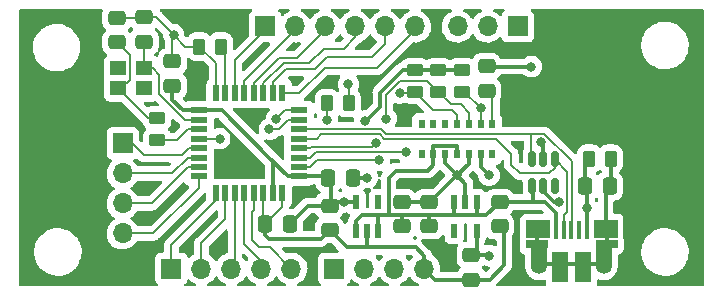
<source format=gtl>
%TF.GenerationSoftware,KiCad,Pcbnew,(6.0.1)*%
%TF.CreationDate,2022-01-27T16:39:23-05:00*%
%TF.ProjectId,MAX_86916,4d41585f-3836-4393-9136-2e6b69636164,rev?*%
%TF.SameCoordinates,Original*%
%TF.FileFunction,Copper,L1,Top*%
%TF.FilePolarity,Positive*%
%FSLAX46Y46*%
G04 Gerber Fmt 4.6, Leading zero omitted, Abs format (unit mm)*
G04 Created by KiCad (PCBNEW (6.0.1)) date 2022-01-27 16:39:23*
%MOMM*%
%LPD*%
G01*
G04 APERTURE LIST*
G04 Aperture macros list*
%AMRoundRect*
0 Rectangle with rounded corners*
0 $1 Rounding radius*
0 $2 $3 $4 $5 $6 $7 $8 $9 X,Y pos of 4 corners*
0 Add a 4 corners polygon primitive as box body*
4,1,4,$2,$3,$4,$5,$6,$7,$8,$9,$2,$3,0*
0 Add four circle primitives for the rounded corners*
1,1,$1+$1,$2,$3*
1,1,$1+$1,$4,$5*
1,1,$1+$1,$6,$7*
1,1,$1+$1,$8,$9*
0 Add four rect primitives between the rounded corners*
20,1,$1+$1,$2,$3,$4,$5,0*
20,1,$1+$1,$4,$5,$6,$7,0*
20,1,$1+$1,$6,$7,$8,$9,0*
20,1,$1+$1,$8,$9,$2,$3,0*%
G04 Aperture macros list end*
%TA.AperFunction,ComponentPad*%
%ADD10R,1.700000X1.700000*%
%TD*%
%TA.AperFunction,ComponentPad*%
%ADD11O,1.700000X1.700000*%
%TD*%
%TA.AperFunction,SMDPad,CuDef*%
%ADD12RoundRect,0.250000X0.262500X0.450000X-0.262500X0.450000X-0.262500X-0.450000X0.262500X-0.450000X0*%
%TD*%
%TA.AperFunction,SMDPad,CuDef*%
%ADD13RoundRect,0.250000X-0.337500X-0.475000X0.337500X-0.475000X0.337500X0.475000X-0.337500X0.475000X0*%
%TD*%
%TA.AperFunction,SMDPad,CuDef*%
%ADD14R,0.400000X1.650000*%
%TD*%
%TA.AperFunction,ComponentPad*%
%ADD15O,1.350000X1.700000*%
%TD*%
%TA.AperFunction,ComponentPad*%
%ADD16O,1.100000X1.500000*%
%TD*%
%TA.AperFunction,SMDPad,CuDef*%
%ADD17R,1.350000X2.000000*%
%TD*%
%TA.AperFunction,SMDPad,CuDef*%
%ADD18R,1.430000X2.500000*%
%TD*%
%TA.AperFunction,SMDPad,CuDef*%
%ADD19R,1.825000X0.700000*%
%TD*%
%TA.AperFunction,SMDPad,CuDef*%
%ADD20R,2.000000X1.500000*%
%TD*%
%TA.AperFunction,SMDPad,CuDef*%
%ADD21RoundRect,0.250000X0.337500X0.475000X-0.337500X0.475000X-0.337500X-0.475000X0.337500X-0.475000X0*%
%TD*%
%TA.AperFunction,SMDPad,CuDef*%
%ADD22RoundRect,0.250000X-0.475000X0.337500X-0.475000X-0.337500X0.475000X-0.337500X0.475000X0.337500X0*%
%TD*%
%TA.AperFunction,SMDPad,CuDef*%
%ADD23RoundRect,0.150000X-0.150000X0.512500X-0.150000X-0.512500X0.150000X-0.512500X0.150000X0.512500X0*%
%TD*%
%TA.AperFunction,SMDPad,CuDef*%
%ADD24R,1.400000X1.200000*%
%TD*%
%TA.AperFunction,SMDPad,CuDef*%
%ADD25R,1.475000X0.600000*%
%TD*%
%TA.AperFunction,SMDPad,CuDef*%
%ADD26R,0.600000X1.475000*%
%TD*%
%TA.AperFunction,SMDPad,CuDef*%
%ADD27RoundRect,0.250000X0.450000X-0.262500X0.450000X0.262500X-0.450000X0.262500X-0.450000X-0.262500X0*%
%TD*%
%TA.AperFunction,SMDPad,CuDef*%
%ADD28R,0.600000X1.150000*%
%TD*%
%TA.AperFunction,SMDPad,CuDef*%
%ADD29RoundRect,0.250000X-0.450000X0.262500X-0.450000X-0.262500X0.450000X-0.262500X0.450000X0.262500X0*%
%TD*%
%TA.AperFunction,SMDPad,CuDef*%
%ADD30R,0.550000X0.750000*%
%TD*%
%TA.AperFunction,SMDPad,CuDef*%
%ADD31RoundRect,0.250000X0.475000X-0.337500X0.475000X0.337500X-0.475000X0.337500X-0.475000X-0.337500X0*%
%TD*%
%TA.AperFunction,ViaPad*%
%ADD32C,0.800000*%
%TD*%
%TA.AperFunction,Conductor*%
%ADD33C,0.300000*%
%TD*%
%TA.AperFunction,Conductor*%
%ADD34C,0.200000*%
%TD*%
G04 APERTURE END LIST*
D10*
%TO.P,J2,1,Pin_1*%
%TO.N,PA0*%
X57787500Y-111400000D03*
D11*
%TO.P,J2,2,Pin_2*%
%TO.N,PA1*%
X57787500Y-113940000D03*
%TO.P,J2,3,Pin_3*%
%TO.N,PA2*%
X57787500Y-116480000D03*
%TO.P,J2,4,Pin_4*%
%TO.N,PA3*%
X57787500Y-119020000D03*
%TD*%
D12*
%TO.P,R5,1*%
%TO.N,Net-(IC2-Pad31)*%
X66100000Y-103200000D03*
%TO.P,R5,2*%
%TO.N,GND*%
X64275000Y-103200000D03*
%TD*%
D13*
%TO.P,C4,1*%
%TO.N,+3V0*%
X75200000Y-114300000D03*
%TO.P,C4,2*%
%TO.N,GND*%
X77275000Y-114300000D03*
%TD*%
D10*
%TO.P,J4,1,Pin_1*%
%TO.N,PA4*%
X61912500Y-122000000D03*
D11*
%TO.P,J4,2,Pin_2*%
%TO.N,PA5*%
X64452500Y-122000000D03*
%TO.P,J4,3,Pin_3*%
%TO.N,PA6*%
X66992500Y-122000000D03*
%TO.P,J4,4,Pin_4*%
%TO.N,PA7*%
X69532500Y-122000000D03*
%TO.P,J4,5,Pin_5*%
%TO.N,PB0*%
X72072500Y-122000000D03*
%TD*%
D14*
%TO.P,J6,1,VBUS*%
%TO.N,+5V*%
X94475000Y-118735000D03*
%TO.P,J6,2,D-*%
%TO.N,USB_DM*%
X95125000Y-118735000D03*
%TO.P,J6,3,D+*%
%TO.N,USB_DP*%
X95775000Y-118735000D03*
%TO.P,J6,4,ID*%
%TO.N,unconnected-(J6-Pad4)*%
X96425000Y-118735000D03*
%TO.P,J6,5,GND*%
%TO.N,GND*%
X97075000Y-118735000D03*
D15*
%TO.P,J6,6,Shield*%
%TO.N,Net-(C12-Pad1)*%
X93045000Y-121615000D03*
D16*
X98195000Y-118615000D03*
D17*
X93045000Y-120685000D03*
D18*
X94815000Y-121885000D03*
D19*
X92825000Y-119935000D03*
D18*
X96735000Y-121885000D03*
D19*
X98775000Y-119935000D03*
D15*
X98505000Y-121615000D03*
D17*
X98525000Y-120685000D03*
D20*
X98675000Y-118615000D03*
D16*
X93355000Y-118615000D03*
D20*
X92925000Y-118635000D03*
%TD*%
D21*
%TO.P,C12,1*%
%TO.N,Net-(C12-Pad1)*%
X99037500Y-115000000D03*
%TO.P,C12,2*%
%TO.N,GND*%
X96962500Y-115000000D03*
%TD*%
D22*
%TO.P,C11,1*%
%TO.N,+5V*%
X89700000Y-116362500D03*
%TO.P,C11,2*%
%TO.N,GND*%
X89700000Y-118437500D03*
%TD*%
D23*
%TO.P,D1,1,TVS1*%
%TO.N,USB_DM*%
X94350000Y-112762500D03*
%TO.P,D1,2,COM*%
%TO.N,GND*%
X93400000Y-112762500D03*
%TO.P,D1,3,TVS2*%
%TO.N,USB_DP*%
X92450000Y-112762500D03*
%TO.P,D1,4,TVS3*%
%TO.N,+5V*%
X92450000Y-115037500D03*
%TO.P,D1,5,COM*%
%TO.N,GND*%
X93400000Y-115037500D03*
%TO.P,D1,6,TVS4*%
%TO.N,unconnected-(D1-Pad6)*%
X94350000Y-115037500D03*
%TD*%
D24*
%TO.P,Y1,1,1*%
%TO.N,Net-(C6-Pad1)*%
X57400000Y-106750000D03*
%TO.P,Y1,2,2*%
%TO.N,unconnected-(Y1-Pad2)*%
X59600000Y-106750000D03*
%TO.P,Y1,3,3*%
%TO.N,OSC0*%
X59600000Y-105050000D03*
%TO.P,Y1,4,4*%
%TO.N,unconnected-(Y1-Pad4)*%
X57400000Y-105050000D03*
%TD*%
D22*
%TO.P,C9,1*%
%TO.N,+1V8*%
X87300000Y-120862500D03*
%TO.P,C9,2*%
%TO.N,GND*%
X87300000Y-122937500D03*
%TD*%
D25*
%TO.P,IC2,1,VDD_1*%
%TO.N,+3V0*%
X64249500Y-108600000D03*
%TO.P,IC2,2,PF0-OSC_IN*%
%TO.N,OSC0*%
X64249500Y-109400000D03*
%TO.P,IC2,3,PF1-OSC_OUT*%
%TO.N,OSC1*%
X64249500Y-110200000D03*
%TO.P,IC2,4,PG10-NRST*%
%TO.N,NRST*%
X64249500Y-111000000D03*
%TO.P,IC2,5,PA0*%
%TO.N,PA0*%
X64249500Y-111800000D03*
%TO.P,IC2,6,PA1*%
%TO.N,PA1*%
X64249500Y-112600000D03*
%TO.P,IC2,7,PA2*%
%TO.N,PA2*%
X64249500Y-113400000D03*
%TO.P,IC2,8,PA3*%
%TO.N,PA3*%
X64249500Y-114200000D03*
D26*
%TO.P,IC2,9,PA4*%
%TO.N,PA4*%
X65687500Y-115638000D03*
%TO.P,IC2,10,PA5*%
%TO.N,PA5*%
X66487500Y-115638000D03*
%TO.P,IC2,11,PA6*%
%TO.N,PA6*%
X67287500Y-115638000D03*
%TO.P,IC2,12,PA7*%
%TO.N,PA7*%
X68087500Y-115638000D03*
%TO.P,IC2,13,PB0*%
%TO.N,PB0*%
X68887500Y-115638000D03*
%TO.P,IC2,14,VSSA*%
%TO.N,GND*%
X69687500Y-115638000D03*
%TO.P,IC2,15,VDDA*%
%TO.N,+3V0*%
X70487500Y-115638000D03*
%TO.P,IC2,16,VSS_1*%
%TO.N,GND*%
X71287500Y-115638000D03*
D25*
%TO.P,IC2,17,VDD_2*%
%TO.N,+3V0*%
X72725500Y-114200000D03*
%TO.P,IC2,18,PA8*%
%TO.N,SDA*%
X72725500Y-113400000D03*
%TO.P,IC2,19,PA9*%
%TO.N,SCL*%
X72725500Y-112600000D03*
%TO.P,IC2,20,PA10*%
%TO.N,INTB*%
X72725500Y-111800000D03*
%TO.P,IC2,21,PA11*%
%TO.N,USB_DM*%
X72725500Y-111000000D03*
%TO.P,IC2,22,PA12*%
%TO.N,USB_DP*%
X72725500Y-110200000D03*
%TO.P,IC2,23,PA13*%
%TO.N,SWDIO*%
X72725500Y-109400000D03*
%TO.P,IC2,24,PA14*%
%TO.N,SWCLK*%
X72725500Y-108600000D03*
D26*
%TO.P,IC2,25,PA15*%
%TO.N,PA15*%
X71287500Y-107162000D03*
%TO.P,IC2,26,PB3*%
%TO.N,PB3*%
X70487500Y-107162000D03*
%TO.P,IC2,27,PB4*%
%TO.N,PB4*%
X69687500Y-107162000D03*
%TO.P,IC2,28,PB5*%
%TO.N,PB5*%
X68887500Y-107162000D03*
%TO.P,IC2,29,PB6*%
%TO.N,PB6*%
X68087500Y-107162000D03*
%TO.P,IC2,30,PB7*%
%TO.N,PB7*%
X67287500Y-107162000D03*
%TO.P,IC2,31,PB8-BOOT0*%
%TO.N,Net-(IC2-Pad31)*%
X66487500Y-107162000D03*
%TO.P,IC2,32,VSS_2*%
%TO.N,GND*%
X65687500Y-107162000D03*
%TD*%
D27*
%TO.P,R2,1*%
%TO.N,INTB*%
X82500000Y-107012500D03*
%TO.P,R2,2*%
%TO.N,+3V0*%
X82500000Y-105187500D03*
%TD*%
%TO.P,R3,1*%
%TO.N,SDA*%
X84500000Y-107012500D03*
%TO.P,R3,2*%
%TO.N,+3V0*%
X84500000Y-105187500D03*
%TD*%
D28*
%TO.P,IC4,1,IN*%
%TO.N,+5V*%
X87750000Y-116350000D03*
%TO.P,IC4,2,GND*%
%TO.N,GND*%
X86800000Y-116350000D03*
%TO.P,IC4,3,EN*%
%TO.N,+5V*%
X85850000Y-116350000D03*
%TO.P,IC4,4,NC*%
%TO.N,unconnected-(IC4-Pad4)*%
X85850000Y-118850000D03*
%TO.P,IC4,5,OUT*%
%TO.N,+1V8*%
X87750000Y-118850000D03*
%TD*%
D29*
%TO.P,R6,1*%
%TO.N,Net-(C6-Pad1)*%
X60700000Y-109287500D03*
%TO.P,R6,2*%
%TO.N,OSC1*%
X60700000Y-111112500D03*
%TD*%
D10*
%TO.P,J5,1,Pin_1*%
%TO.N,SCL*%
X91225000Y-101500000D03*
D11*
%TO.P,J5,2,Pin_2*%
%TO.N,SDA*%
X88685000Y-101500000D03*
%TO.P,J5,3,Pin_3*%
%TO.N,INTB*%
X86145000Y-101500000D03*
%TD*%
D22*
%TO.P,C2,1*%
%TO.N,GND*%
X88600000Y-104862500D03*
%TO.P,C2,2*%
%TO.N,Net-(C2-Pad2)*%
X88600000Y-106937500D03*
%TD*%
D30*
%TO.P,IC1,1,N.C._1*%
%TO.N,unconnected-(IC1-Pad1)*%
X83087500Y-112325000D03*
%TO.P,IC1,2,VLED_1*%
%TO.N,+5V*%
X84087500Y-112325000D03*
%TO.P,IC1,3,PGND*%
%TO.N,GND*%
X85087500Y-112325000D03*
%TO.P,IC1,4,VLED_2*%
%TO.N,+5V*%
X86087500Y-112325000D03*
%TO.P,IC1,5,GND*%
%TO.N,GND*%
X87087500Y-112325000D03*
%TO.P,IC1,6,VDD*%
%TO.N,+1V8*%
X88087500Y-112325000D03*
%TO.P,IC1,7,N.C._2*%
%TO.N,unconnected-(IC1-Pad7)*%
X89087500Y-112325000D03*
%TO.P,IC1,8,VREF*%
%TO.N,Net-(C2-Pad2)*%
X89087500Y-109725000D03*
%TO.P,IC1,9,SCL*%
%TO.N,SCL*%
X88087500Y-109725000D03*
%TO.P,IC1,10,SDA*%
%TO.N,SDA*%
X87087500Y-109725000D03*
%TO.P,IC1,11,INTB*%
%TO.N,INTB*%
X86087500Y-109725000D03*
%TO.P,IC1,12,N.C._3*%
%TO.N,unconnected-(IC1-Pad12)*%
X85087500Y-109725000D03*
%TO.P,IC1,13,N.C._4*%
%TO.N,unconnected-(IC1-Pad13)*%
X84087500Y-109725000D03*
%TO.P,IC1,14,N.C._5*%
%TO.N,unconnected-(IC1-Pad14)*%
X83087500Y-109725000D03*
%TD*%
D10*
%TO.P,J1,1,Pin_1*%
%TO.N,SWDIO*%
X75700000Y-122000000D03*
D11*
%TO.P,J1,2,Pin_2*%
%TO.N,SWCLK*%
X78240000Y-122000000D03*
%TO.P,J1,3,Pin_3*%
%TO.N,Net-(J1-Pad3)*%
X80780000Y-122000000D03*
%TO.P,J1,4,Pin_4*%
%TO.N,GND*%
X83320000Y-122000000D03*
%TD*%
D27*
%TO.P,R4,1*%
%TO.N,SCL*%
X86500000Y-107012500D03*
%TO.P,R4,2*%
%TO.N,+3V0*%
X86500000Y-105187500D03*
%TD*%
D31*
%TO.P,C1,1*%
%TO.N,+5V*%
X83700000Y-118437500D03*
%TO.P,C1,2*%
%TO.N,GND*%
X83700000Y-116362500D03*
%TD*%
D12*
%TO.P,R7,1*%
%TO.N,Net-(C12-Pad1)*%
X99112500Y-112700000D03*
%TO.P,R7,2*%
%TO.N,GND*%
X97287500Y-112700000D03*
%TD*%
D22*
%TO.P,C7,1*%
%TO.N,GND*%
X59600000Y-100725000D03*
%TO.P,C7,2*%
%TO.N,OSC0*%
X59600000Y-102800000D03*
%TD*%
D28*
%TO.P,IC3,1,IN*%
%TO.N,+5V*%
X77537500Y-118850000D03*
%TO.P,IC3,2,GND*%
%TO.N,GND*%
X78487500Y-118850000D03*
%TO.P,IC3,3,EN*%
%TO.N,+5V*%
X79437500Y-118850000D03*
%TO.P,IC3,4,NC*%
%TO.N,unconnected-(IC3-Pad4)*%
X79437500Y-116350000D03*
%TO.P,IC3,5,OUT*%
%TO.N,+3V0*%
X77537500Y-116350000D03*
%TD*%
D31*
%TO.P,C6,1*%
%TO.N,Net-(C6-Pad1)*%
X57300000Y-102837500D03*
%TO.P,C6,2*%
%TO.N,GND*%
X57300000Y-100762500D03*
%TD*%
%TO.P,C5,1*%
%TO.N,+3V0*%
X62000000Y-106537500D03*
%TO.P,C5,2*%
%TO.N,GND*%
X62000000Y-104462500D03*
%TD*%
D21*
%TO.P,C8,1*%
%TO.N,+3V0*%
X71937500Y-118200000D03*
%TO.P,C8,2*%
%TO.N,GND*%
X69862500Y-118200000D03*
%TD*%
D22*
%TO.P,C3,1*%
%TO.N,+3V0*%
X75300000Y-116662500D03*
%TO.P,C3,2*%
%TO.N,GND*%
X75300000Y-118737500D03*
%TD*%
D10*
%TO.P,J3,1,Pin_1*%
%TO.N,PB7*%
X69850000Y-101500000D03*
D11*
%TO.P,J3,2,Pin_2*%
%TO.N,PB6*%
X72390000Y-101500000D03*
%TO.P,J3,3,Pin_3*%
%TO.N,PB5*%
X74930000Y-101500000D03*
%TO.P,J3,4,Pin_4*%
%TO.N,PB4*%
X77470000Y-101500000D03*
%TO.P,J3,5,Pin_5*%
%TO.N,PB3*%
X80010000Y-101500000D03*
%TO.P,J3,6,Pin_6*%
%TO.N,PA15*%
X82550000Y-101500000D03*
%TD*%
D31*
%TO.P,C10,1*%
%TO.N,+5V*%
X81400000Y-118437500D03*
%TO.P,C10,2*%
%TO.N,GND*%
X81400000Y-116362500D03*
%TD*%
D12*
%TO.P,R1,1*%
%TO.N,NRST*%
X76912500Y-108000000D03*
%TO.P,R1,2*%
%TO.N,Net-(J1-Pad3)*%
X75087500Y-108000000D03*
%TD*%
D32*
%TO.N,GND*%
X93200000Y-111299500D03*
X92400000Y-104900000D03*
X86100000Y-114100000D03*
X78500000Y-114300000D03*
X94700500Y-116400000D03*
X97100000Y-116900000D03*
X62100000Y-102200000D03*
%TO.N,+1V8*%
X88800000Y-114100000D03*
X88800000Y-120900000D03*
%TO.N,+3V0*%
X78300000Y-109500500D03*
X76550000Y-116350000D03*
%TO.N,SCL*%
X88100000Y-108400000D03*
X81800000Y-112100000D03*
%TO.N,SDA*%
X79500000Y-112800000D03*
X80100000Y-109300000D03*
%TO.N,INTB*%
X79272385Y-111326635D03*
X81244622Y-107144622D03*
%TO.N,NRST*%
X66000000Y-111000000D03*
X76900000Y-106400000D03*
%TO.N,SWDIO*%
X70200000Y-110200000D03*
%TO.N,SWCLK*%
X70800000Y-109300000D03*
%TO.N,Net-(J1-Pad3)*%
X75100000Y-109400000D03*
%TD*%
D33*
%TO.N,GND*%
X85087500Y-113087500D02*
X85087500Y-112325000D01*
X87087500Y-113112500D02*
X87087500Y-112325000D01*
X78500000Y-114300000D02*
X77275000Y-114300000D01*
%TO.N,+5V*%
X85850000Y-117450000D02*
X85850000Y-116350000D01*
X88562020Y-117500480D02*
X87799520Y-117500480D01*
X85799520Y-117500480D02*
X83600480Y-117500480D01*
X84137500Y-111600000D02*
X86037500Y-111600000D01*
X83600480Y-117500480D02*
X81399520Y-117500480D01*
X87799520Y-117500480D02*
X87750000Y-117450960D01*
X80900000Y-113700000D02*
X83600000Y-113700000D01*
X79437500Y-117563460D02*
X79437500Y-118850000D01*
X85799520Y-117500480D02*
X85850000Y-117450000D01*
X89700000Y-116362500D02*
X88562020Y-117500480D01*
X94475000Y-118435000D02*
X94475000Y-117275000D01*
X78012020Y-117500480D02*
X77537500Y-117975000D01*
X81400000Y-117500960D02*
X81399520Y-117500480D01*
X92537500Y-116362500D02*
X92537500Y-115125000D01*
X81399520Y-117500480D02*
X80299520Y-117500480D01*
X80299520Y-114300480D02*
X80900000Y-113700000D01*
X79500480Y-117500480D02*
X79437500Y-117563460D01*
X80299520Y-117500480D02*
X79500480Y-117500480D01*
X83637980Y-117537980D02*
X83600480Y-117500480D01*
X92537500Y-115125000D02*
X92450000Y-115037500D01*
X93562500Y-116362500D02*
X92537500Y-116362500D01*
X86037500Y-111600000D02*
X86087500Y-111650000D01*
X83700000Y-117600000D02*
X83600480Y-117500480D01*
X77537500Y-117975000D02*
X77537500Y-118850000D01*
X84087500Y-111650000D02*
X84137500Y-111600000D01*
X84087500Y-113212500D02*
X84087500Y-112325000D01*
X86087500Y-111650000D02*
X86087500Y-112325000D01*
X87750000Y-117450960D02*
X87750000Y-116350000D01*
X92537500Y-116362500D02*
X89700000Y-116362500D01*
X81400000Y-118437500D02*
X81400000Y-117500960D01*
X84087500Y-112325000D02*
X84087500Y-111650000D01*
X94475000Y-117275000D02*
X93562500Y-116362500D01*
X87799520Y-117500480D02*
X85799520Y-117500480D01*
X83600000Y-113700000D02*
X84087500Y-113212500D01*
X79500480Y-117500480D02*
X78012020Y-117500480D01*
X80299520Y-117500480D02*
X80299520Y-114300480D01*
X83700000Y-118437500D02*
X83700000Y-117600000D01*
%TO.N,GND*%
X78600000Y-120200000D02*
X82600000Y-120200000D01*
X94343573Y-116400000D02*
X94700500Y-116400000D01*
X88637500Y-104900000D02*
X88600000Y-104862500D01*
D34*
X57300000Y-100762500D02*
X59562500Y-100762500D01*
X69687500Y-115638000D02*
X69687500Y-118025000D01*
X62000000Y-104462500D02*
X62000000Y-102300000D01*
D33*
X87300000Y-122937500D02*
X88862500Y-122937500D01*
X93400000Y-112762500D02*
X93400000Y-111499500D01*
X96962500Y-115000000D02*
X96962500Y-113025000D01*
D34*
X59600000Y-100725000D02*
X60625000Y-100725000D01*
D33*
X96962500Y-113025000D02*
X97287500Y-112700000D01*
D34*
X71287500Y-116775000D02*
X69862500Y-118200000D01*
D33*
X90100000Y-118837500D02*
X89700000Y-118437500D01*
D34*
X65687500Y-107162000D02*
X65687500Y-104612500D01*
X65687500Y-104612500D02*
X64275000Y-103200000D01*
D33*
X83700000Y-116362500D02*
X81400000Y-116362500D01*
X84257500Y-122937500D02*
X83320000Y-122000000D01*
X93400000Y-115456427D02*
X94343573Y-116400000D01*
X97100000Y-116900000D02*
X97100000Y-115137500D01*
D34*
X64275000Y-103200000D02*
X63100000Y-103200000D01*
D33*
X92400000Y-104900000D02*
X88637500Y-104900000D01*
X88862500Y-122937500D02*
X90100000Y-121700000D01*
D34*
X69687500Y-118025000D02*
X69862500Y-118200000D01*
D33*
X97075000Y-116925000D02*
X97100000Y-116900000D01*
X78487500Y-120087500D02*
X78600000Y-120200000D01*
X78487500Y-118850000D02*
X78487500Y-120087500D01*
D34*
X60625000Y-100725000D02*
X62100000Y-102200000D01*
D33*
X93400000Y-115037500D02*
X93400000Y-115456427D01*
X70200000Y-119500000D02*
X69862500Y-119162500D01*
X82600000Y-120200000D02*
X83320000Y-120920000D01*
D34*
X59562500Y-100762500D02*
X59600000Y-100725000D01*
D33*
X75300000Y-118737500D02*
X74537500Y-119500000D01*
X86800000Y-114800000D02*
X86100000Y-114100000D01*
X86100000Y-114100000D02*
X87087500Y-113112500D01*
X86800000Y-116350000D02*
X86800000Y-114800000D01*
D34*
X71287500Y-115638000D02*
X71287500Y-116775000D01*
D33*
X86100000Y-114100000D02*
X85087500Y-113087500D01*
X90100000Y-121700000D02*
X90100000Y-118837500D01*
X93400000Y-111499500D02*
X93200000Y-111299500D01*
X87300000Y-122937500D02*
X84257500Y-122937500D01*
X76762500Y-120200000D02*
X78600000Y-120200000D01*
X83837500Y-116362500D02*
X86100000Y-114100000D01*
D34*
X62000000Y-102300000D02*
X62100000Y-102200000D01*
D33*
X97100000Y-115137500D02*
X96962500Y-115000000D01*
X75300000Y-118737500D02*
X76762500Y-120200000D01*
D34*
X63100000Y-103200000D02*
X62100000Y-102200000D01*
D33*
X69862500Y-119162500D02*
X69862500Y-118200000D01*
X83320000Y-120920000D02*
X83320000Y-122000000D01*
X97075000Y-118435000D02*
X97075000Y-116925000D01*
X74537500Y-119500000D02*
X70200000Y-119500000D01*
%TO.N,+1V8*%
X87300000Y-120862500D02*
X88762500Y-120862500D01*
X88762500Y-120862500D02*
X88800000Y-120900000D01*
X88800000Y-114100000D02*
X88087500Y-113387500D01*
X88087500Y-113387500D02*
X88087500Y-112425000D01*
X87750000Y-118850000D02*
X87750000Y-120412500D01*
X87750000Y-120412500D02*
X87300000Y-120862500D01*
%TO.N,+3V0*%
X62000000Y-107700000D02*
X62000000Y-106537500D01*
X79600000Y-107100000D02*
X79600000Y-108300000D01*
X81512500Y-105187500D02*
X79600000Y-107100000D01*
X75400000Y-116562500D02*
X75300000Y-116662500D01*
X75612500Y-116350000D02*
X75300000Y-116662500D01*
X77537500Y-116350000D02*
X76550000Y-116350000D01*
X70294489Y-112705511D02*
X71788978Y-114200000D01*
X75400000Y-114437500D02*
X75400000Y-116562500D01*
X79600000Y-108300000D02*
X78399500Y-109500500D01*
X82500000Y-105187500D02*
X84500000Y-105187500D01*
X70487500Y-112898522D02*
X70294489Y-112705511D01*
X70487500Y-115638000D02*
X70487500Y-112898522D01*
X64249500Y-108600000D02*
X62900000Y-108600000D01*
X64249500Y-108600000D02*
X66188978Y-108600000D01*
X76550000Y-116350000D02*
X75612500Y-116350000D01*
X66188978Y-108600000D02*
X70294489Y-112705511D01*
X71788978Y-114200000D02*
X72725500Y-114200000D01*
X75162500Y-114200000D02*
X75400000Y-114437500D01*
X73475000Y-116662500D02*
X71937500Y-118200000D01*
X84500000Y-105187500D02*
X86500000Y-105187500D01*
X72725500Y-114200000D02*
X75162500Y-114200000D01*
X75300000Y-116662500D02*
X73475000Y-116662500D01*
X82500000Y-105187500D02*
X81512500Y-105187500D01*
X62900000Y-108600000D02*
X62000000Y-107700000D01*
D34*
%TO.N,OSC0*%
X60900000Y-105600000D02*
X60350000Y-105050000D01*
X64249500Y-109400000D02*
X63064282Y-109400000D01*
X63064282Y-109400000D02*
X60900000Y-107235718D01*
X59600000Y-105050000D02*
X59600000Y-102800000D01*
X60900000Y-107235718D02*
X60900000Y-105600000D01*
X60350000Y-105050000D02*
X59600000Y-105050000D01*
%TO.N,USB_DM*%
X79534514Y-110599520D02*
X79934994Y-111000000D01*
X74199520Y-111000000D02*
X74600000Y-110599520D01*
X89400000Y-111000000D02*
X90700000Y-112300000D01*
X91400000Y-113900000D02*
X93900000Y-113900000D01*
X90700000Y-112300000D02*
X90700000Y-113200000D01*
X72725500Y-111000000D02*
X74199520Y-111000000D01*
X95400000Y-117185978D02*
X95400000Y-113812500D01*
X74600000Y-110599520D02*
X79534514Y-110599520D01*
X94350000Y-113450000D02*
X94350000Y-112762500D01*
X93900000Y-113900000D02*
X94350000Y-113450000D01*
X90700000Y-113200000D02*
X91400000Y-113900000D01*
X79934994Y-111000000D02*
X89400000Y-111000000D01*
X95125000Y-117460978D02*
X95400000Y-117185978D01*
X95400000Y-113812500D02*
X94350000Y-112762500D01*
X95125000Y-118435000D02*
X95125000Y-117460978D01*
%TO.N,USB_DP*%
X92400000Y-110600000D02*
X93500000Y-110600000D01*
X92450000Y-112762500D02*
X92400000Y-112712500D01*
X95799520Y-112899520D02*
X95799520Y-118410480D01*
X93500000Y-110600000D02*
X95799520Y-112899520D01*
X95799520Y-118410480D02*
X95775000Y-118435000D01*
X72725500Y-110200000D02*
X79700000Y-110200000D01*
X79700000Y-110200000D02*
X80100000Y-110600000D01*
X80100000Y-110600000D02*
X92400000Y-110600000D01*
X92400000Y-112712500D02*
X92400000Y-110600000D01*
%TO.N,SCL*%
X73663000Y-112600000D02*
X74163000Y-112100000D01*
X88087500Y-109725000D02*
X88087500Y-108600000D01*
X88100000Y-108400000D02*
X86712500Y-107012500D01*
X86712500Y-107012500D02*
X86500000Y-107012500D01*
X74163000Y-112100000D02*
X81800000Y-112100000D01*
X72725500Y-112600000D02*
X73663000Y-112600000D01*
%TO.N,SDA*%
X83587500Y-106100000D02*
X81300000Y-106100000D01*
X87087500Y-109725000D02*
X87087500Y-109625000D01*
X84500000Y-107012500D02*
X83587500Y-106100000D01*
X80100000Y-109200000D02*
X80100000Y-109300000D01*
X74263000Y-112800000D02*
X73663000Y-113400000D01*
X79500000Y-112800000D02*
X74263000Y-112800000D01*
X87087500Y-108787500D02*
X86400000Y-108100000D01*
X85587500Y-108100000D02*
X84500000Y-107012500D01*
X80100000Y-107300000D02*
X80100000Y-109200000D01*
X86400000Y-108100000D02*
X85587500Y-108100000D01*
X87087500Y-109625000D02*
X87087500Y-108787500D01*
X81300000Y-106100000D02*
X80100000Y-107300000D01*
X73663000Y-113400000D02*
X72725500Y-113400000D01*
%TO.N,INTB*%
X84087500Y-108600000D02*
X85700000Y-108600000D01*
X73663000Y-111800000D02*
X73762520Y-111700480D01*
X78898540Y-111700480D02*
X79272385Y-111326635D01*
X81244622Y-107144622D02*
X82367878Y-107144622D01*
X86087500Y-108987500D02*
X86087500Y-109625000D01*
X72725500Y-111800000D02*
X73663000Y-111800000D01*
X85700000Y-108600000D02*
X86087500Y-108987500D01*
X73762520Y-111700480D02*
X78898540Y-111700480D01*
X82367878Y-107144622D02*
X82500000Y-107012500D01*
X82500000Y-107012500D02*
X84087500Y-108600000D01*
%TO.N,OSC1*%
X64249500Y-110200000D02*
X63312000Y-110200000D01*
X62399500Y-111112500D02*
X60700000Y-111112500D01*
X63312000Y-110200000D02*
X62399500Y-111112500D01*
%TO.N,NRST*%
X76912500Y-108000000D02*
X76912500Y-106412500D01*
X76912500Y-106412500D02*
X76900000Y-106400000D01*
X66000000Y-111000000D02*
X64249500Y-111000000D01*
%TO.N,PA0*%
X64249500Y-111800000D02*
X63412978Y-111800000D01*
X59600000Y-112400000D02*
X58600000Y-111400000D01*
X62812978Y-112400000D02*
X59600000Y-112400000D01*
X58600000Y-111400000D02*
X57787500Y-111400000D01*
X63412978Y-111800000D02*
X62812978Y-112400000D01*
%TO.N,PA1*%
X64249500Y-112600000D02*
X63312000Y-112600000D01*
X63312000Y-112600000D02*
X61972000Y-113940000D01*
X61972000Y-113940000D02*
X57787500Y-113940000D01*
%TO.N,PA2*%
X60232000Y-116480000D02*
X57787500Y-116480000D01*
X63312000Y-113400000D02*
X60232000Y-116480000D01*
X64249500Y-113400000D02*
X63312000Y-113400000D01*
%TO.N,PA3*%
X60380000Y-119020000D02*
X57787500Y-119020000D01*
X64249500Y-114200000D02*
X64249500Y-115150500D01*
X64249500Y-115150500D02*
X60380000Y-119020000D01*
%TO.N,PA4*%
X65687500Y-115638000D02*
X65687500Y-116212500D01*
X61912500Y-119987500D02*
X61912500Y-122000000D01*
X65687500Y-116212500D02*
X61912500Y-119987500D01*
%TO.N,PA5*%
X66487500Y-117812500D02*
X64452500Y-119847500D01*
X64452500Y-119847500D02*
X64452500Y-122000000D01*
X66487500Y-115638000D02*
X66487500Y-117812500D01*
%TO.N,PA6*%
X67287500Y-115638000D02*
X67287500Y-121705000D01*
X67287500Y-121705000D02*
X66992500Y-122000000D01*
%TO.N,PA7*%
X69532500Y-121332500D02*
X69532500Y-122000000D01*
X68087500Y-115638000D02*
X68087500Y-119887500D01*
X68087500Y-119887500D02*
X69532500Y-121332500D01*
%TO.N,PB0*%
X69300000Y-120200000D02*
X70272500Y-120200000D01*
X70272500Y-120200000D02*
X72072500Y-122000000D01*
X68887500Y-115638000D02*
X68887500Y-117012500D01*
X68887500Y-117012500D02*
X68700000Y-117200000D01*
X68700000Y-119600000D02*
X69300000Y-120200000D01*
X68700000Y-117200000D02*
X68700000Y-119600000D01*
%TO.N,SWDIO*%
X70988000Y-110200000D02*
X70200000Y-110200000D01*
X71788000Y-109400000D02*
X70988000Y-110200000D01*
X72725500Y-109400000D02*
X71788000Y-109400000D01*
%TO.N,SWCLK*%
X71500000Y-108600000D02*
X70800000Y-109300000D01*
X72725500Y-108600000D02*
X71500000Y-108600000D01*
%TO.N,PA15*%
X74900000Y-105000000D02*
X79350000Y-105000000D01*
X71287500Y-107162000D02*
X72738000Y-107162000D01*
X79350000Y-105000000D02*
X82550000Y-101800000D01*
X72738000Y-107162000D02*
X74900000Y-105000000D01*
%TO.N,PB3*%
X75100000Y-104100000D02*
X78900000Y-104100000D01*
X71612000Y-105100000D02*
X74100000Y-105100000D01*
X70487500Y-106224500D02*
X71612000Y-105100000D01*
X78900000Y-104100000D02*
X80010000Y-102990000D01*
X74100000Y-105100000D02*
X75100000Y-104100000D01*
X70487500Y-107162000D02*
X70487500Y-106224500D01*
X80010000Y-102990000D02*
X80010000Y-101800000D01*
%TO.N,PB4*%
X69687500Y-106325478D02*
X71413458Y-104599520D01*
X69687500Y-107162000D02*
X69687500Y-106325478D01*
X76500000Y-103400000D02*
X77470000Y-102430000D01*
X74800000Y-103400000D02*
X76500000Y-103400000D01*
X77470000Y-102430000D02*
X77470000Y-101800000D01*
X73600480Y-104599520D02*
X74800000Y-103400000D01*
X71413458Y-104599520D02*
X73600480Y-104599520D01*
%TO.N,PB5*%
X68887500Y-106325478D02*
X71012978Y-104200000D01*
X68887500Y-107162000D02*
X68887500Y-106325478D01*
X71012978Y-104200000D02*
X72530000Y-104200000D01*
X72530000Y-104200000D02*
X74930000Y-101800000D01*
%TO.N,PB6*%
X68087500Y-107162000D02*
X68087500Y-106102500D01*
X68087500Y-106102500D02*
X72390000Y-101800000D01*
%TO.N,PB7*%
X67287500Y-107162000D02*
X67287500Y-104362500D01*
X67287500Y-104362500D02*
X69850000Y-101800000D01*
%TO.N,Net-(IC2-Pad31)*%
X66487500Y-107162000D02*
X66487500Y-103587500D01*
X66487500Y-103587500D02*
X66100000Y-103200000D01*
%TO.N,Net-(J1-Pad3)*%
X75087500Y-108000000D02*
X75087500Y-109387500D01*
X75087500Y-109387500D02*
X75100000Y-109400000D01*
%TO.N,Net-(C2-Pad2)*%
X89087500Y-109725000D02*
X89087500Y-107425000D01*
X89087500Y-107425000D02*
X88600000Y-106937500D01*
%TO.N,Net-(C6-Pad1)*%
X58399511Y-106000978D02*
X58399511Y-103937011D01*
X57650489Y-106750000D02*
X58399511Y-106000978D01*
X60700000Y-109287500D02*
X59937500Y-109287500D01*
X59937500Y-109287500D02*
X57400000Y-106750000D01*
X57400000Y-106750000D02*
X57650489Y-106750000D01*
X58399511Y-103937011D02*
X57300000Y-102837500D01*
D33*
%TO.N,Net-(C12-Pad1)*%
X99112500Y-114925000D02*
X99037500Y-115000000D01*
X99112500Y-112700000D02*
X99112500Y-114925000D01*
X93315000Y-121585000D02*
X93045000Y-121315000D01*
X96735000Y-121585000D02*
X94815000Y-121585000D01*
X98775000Y-118415000D02*
X98675000Y-118315000D01*
X94815000Y-121585000D02*
X93315000Y-121585000D01*
X92825000Y-119635000D02*
X92825000Y-118435000D01*
X98675000Y-118315000D02*
X98675000Y-115362500D01*
X96735000Y-121585000D02*
X98235000Y-121585000D01*
X98675000Y-115362500D02*
X99037500Y-115000000D01*
X92825000Y-118435000D02*
X92925000Y-118335000D01*
X98235000Y-121585000D02*
X98505000Y-121315000D01*
X98775000Y-119635000D02*
X98775000Y-118415000D01*
%TD*%
%TA.AperFunction,NonConductor*%
G36*
X71867075Y-100028002D02*
G01*
X71913568Y-100081658D01*
X71923672Y-100151932D01*
X71894178Y-100216512D01*
X71857134Y-100245763D01*
X71708908Y-100322925D01*
X71663607Y-100346507D01*
X71659474Y-100349610D01*
X71659471Y-100349612D01*
X71489100Y-100477530D01*
X71484965Y-100480635D01*
X71428537Y-100539684D01*
X71404283Y-100565064D01*
X71342759Y-100600494D01*
X71271846Y-100597037D01*
X71214060Y-100555791D01*
X71195207Y-100522243D01*
X71153767Y-100411703D01*
X71150615Y-100403295D01*
X71063261Y-100286739D01*
X71036287Y-100266523D01*
X70993994Y-100234826D01*
X70951479Y-100177967D01*
X70946453Y-100107148D01*
X70980513Y-100044855D01*
X71042845Y-100010865D01*
X71069559Y-100008000D01*
X71798954Y-100008000D01*
X71867075Y-100028002D01*
G37*
%TD.AperFunction*%
%TA.AperFunction,NonConductor*%
G36*
X90073562Y-100028002D02*
G01*
X90120055Y-100081658D01*
X90130159Y-100151932D01*
X90100665Y-100216512D01*
X90081006Y-100234826D01*
X90038713Y-100266523D01*
X90011739Y-100286739D01*
X89924385Y-100403295D01*
X89921233Y-100411703D01*
X89879919Y-100521907D01*
X89837277Y-100578671D01*
X89770716Y-100603371D01*
X89701367Y-100588163D01*
X89668743Y-100562476D01*
X89618151Y-100506875D01*
X89618142Y-100506866D01*
X89614670Y-100503051D01*
X89610619Y-100499852D01*
X89610615Y-100499848D01*
X89443414Y-100367800D01*
X89443410Y-100367798D01*
X89439359Y-100364598D01*
X89243789Y-100256638D01*
X89238919Y-100254913D01*
X89238909Y-100254909D01*
X89232874Y-100252772D01*
X89175338Y-100211178D01*
X89149423Y-100145080D01*
X89163358Y-100075464D01*
X89212717Y-100024433D01*
X89274935Y-100008000D01*
X90005441Y-100008000D01*
X90073562Y-100028002D01*
G37*
%TD.AperFunction*%
%TA.AperFunction,NonConductor*%
G36*
X76947075Y-100028002D02*
G01*
X76993568Y-100081658D01*
X77003672Y-100151932D01*
X76974178Y-100216512D01*
X76937134Y-100245763D01*
X76788908Y-100322925D01*
X76743607Y-100346507D01*
X76739474Y-100349610D01*
X76739471Y-100349612D01*
X76569100Y-100477530D01*
X76564965Y-100480635D01*
X76525525Y-100521907D01*
X76453729Y-100597037D01*
X76410629Y-100642138D01*
X76303201Y-100799621D01*
X76248293Y-100844621D01*
X76177768Y-100852792D01*
X76114021Y-100821538D01*
X76093324Y-100797054D01*
X76012822Y-100672617D01*
X76012820Y-100672614D01*
X76010014Y-100668277D01*
X75859670Y-100503051D01*
X75855619Y-100499852D01*
X75855615Y-100499848D01*
X75688414Y-100367800D01*
X75688410Y-100367798D01*
X75684359Y-100364598D01*
X75488789Y-100256638D01*
X75483919Y-100254913D01*
X75483909Y-100254909D01*
X75477874Y-100252772D01*
X75420338Y-100211178D01*
X75394423Y-100145080D01*
X75408358Y-100075464D01*
X75457717Y-100024433D01*
X75519935Y-100008000D01*
X76878954Y-100008000D01*
X76947075Y-100028002D01*
G37*
%TD.AperFunction*%
%TA.AperFunction,NonConductor*%
G36*
X74407075Y-100028002D02*
G01*
X74453568Y-100081658D01*
X74463672Y-100151932D01*
X74434178Y-100216512D01*
X74397134Y-100245763D01*
X74248908Y-100322925D01*
X74203607Y-100346507D01*
X74199474Y-100349610D01*
X74199471Y-100349612D01*
X74029100Y-100477530D01*
X74024965Y-100480635D01*
X73985525Y-100521907D01*
X73913729Y-100597037D01*
X73870629Y-100642138D01*
X73763201Y-100799621D01*
X73708293Y-100844621D01*
X73637768Y-100852792D01*
X73574021Y-100821538D01*
X73553324Y-100797054D01*
X73472822Y-100672617D01*
X73472820Y-100672614D01*
X73470014Y-100668277D01*
X73319670Y-100503051D01*
X73315619Y-100499852D01*
X73315615Y-100499848D01*
X73148414Y-100367800D01*
X73148410Y-100367798D01*
X73144359Y-100364598D01*
X72948789Y-100256638D01*
X72943919Y-100254913D01*
X72943909Y-100254909D01*
X72937874Y-100252772D01*
X72880338Y-100211178D01*
X72854423Y-100145080D01*
X72868358Y-100075464D01*
X72917717Y-100024433D01*
X72979935Y-100008000D01*
X74338954Y-100008000D01*
X74407075Y-100028002D01*
G37*
%TD.AperFunction*%
%TA.AperFunction,NonConductor*%
G36*
X79487075Y-100028002D02*
G01*
X79533568Y-100081658D01*
X79543672Y-100151932D01*
X79514178Y-100216512D01*
X79477134Y-100245763D01*
X79328908Y-100322925D01*
X79283607Y-100346507D01*
X79279474Y-100349610D01*
X79279471Y-100349612D01*
X79109100Y-100477530D01*
X79104965Y-100480635D01*
X79065525Y-100521907D01*
X78993729Y-100597037D01*
X78950629Y-100642138D01*
X78843201Y-100799621D01*
X78788293Y-100844621D01*
X78717768Y-100852792D01*
X78654021Y-100821538D01*
X78633324Y-100797054D01*
X78552822Y-100672617D01*
X78552820Y-100672614D01*
X78550014Y-100668277D01*
X78399670Y-100503051D01*
X78395619Y-100499852D01*
X78395615Y-100499848D01*
X78228414Y-100367800D01*
X78228410Y-100367798D01*
X78224359Y-100364598D01*
X78028789Y-100256638D01*
X78023919Y-100254913D01*
X78023909Y-100254909D01*
X78017874Y-100252772D01*
X77960338Y-100211178D01*
X77934423Y-100145080D01*
X77948358Y-100075464D01*
X77997717Y-100024433D01*
X78059935Y-100008000D01*
X79418954Y-100008000D01*
X79487075Y-100028002D01*
G37*
%TD.AperFunction*%
%TA.AperFunction,NonConductor*%
G36*
X82027075Y-100028002D02*
G01*
X82073568Y-100081658D01*
X82083672Y-100151932D01*
X82054178Y-100216512D01*
X82017134Y-100245763D01*
X81868908Y-100322925D01*
X81823607Y-100346507D01*
X81819474Y-100349610D01*
X81819471Y-100349612D01*
X81649100Y-100477530D01*
X81644965Y-100480635D01*
X81605525Y-100521907D01*
X81533729Y-100597037D01*
X81490629Y-100642138D01*
X81383201Y-100799621D01*
X81328293Y-100844621D01*
X81257768Y-100852792D01*
X81194021Y-100821538D01*
X81173324Y-100797054D01*
X81092822Y-100672617D01*
X81092820Y-100672614D01*
X81090014Y-100668277D01*
X80939670Y-100503051D01*
X80935619Y-100499852D01*
X80935615Y-100499848D01*
X80768414Y-100367800D01*
X80768410Y-100367798D01*
X80764359Y-100364598D01*
X80568789Y-100256638D01*
X80563919Y-100254913D01*
X80563909Y-100254909D01*
X80557874Y-100252772D01*
X80500338Y-100211178D01*
X80474423Y-100145080D01*
X80488358Y-100075464D01*
X80537717Y-100024433D01*
X80599935Y-100008000D01*
X81958954Y-100008000D01*
X82027075Y-100028002D01*
G37*
%TD.AperFunction*%
%TA.AperFunction,NonConductor*%
G36*
X88162075Y-100028002D02*
G01*
X88208568Y-100081658D01*
X88218672Y-100151932D01*
X88189178Y-100216512D01*
X88152134Y-100245763D01*
X88003908Y-100322925D01*
X87958607Y-100346507D01*
X87954474Y-100349610D01*
X87954471Y-100349612D01*
X87784100Y-100477530D01*
X87779965Y-100480635D01*
X87740525Y-100521907D01*
X87668729Y-100597037D01*
X87625629Y-100642138D01*
X87518201Y-100799621D01*
X87463293Y-100844621D01*
X87392768Y-100852792D01*
X87329021Y-100821538D01*
X87308324Y-100797054D01*
X87227822Y-100672617D01*
X87227820Y-100672614D01*
X87225014Y-100668277D01*
X87074670Y-100503051D01*
X87070619Y-100499852D01*
X87070615Y-100499848D01*
X86903414Y-100367800D01*
X86903410Y-100367798D01*
X86899359Y-100364598D01*
X86703789Y-100256638D01*
X86698919Y-100254913D01*
X86698909Y-100254909D01*
X86692874Y-100252772D01*
X86635338Y-100211178D01*
X86609423Y-100145080D01*
X86623358Y-100075464D01*
X86672717Y-100024433D01*
X86734935Y-100008000D01*
X88093954Y-100008000D01*
X88162075Y-100028002D01*
G37*
%TD.AperFunction*%
%TA.AperFunction,NonConductor*%
G36*
X58557076Y-101567349D02*
G01*
X58582307Y-101592536D01*
X58651697Y-101661805D01*
X58655916Y-101664406D01*
X58696417Y-101721530D01*
X58699649Y-101792453D01*
X58664024Y-101853865D01*
X58656470Y-101860422D01*
X58650652Y-101864022D01*
X58525695Y-101989197D01*
X58524823Y-101988326D01*
X58472904Y-102025134D01*
X58401981Y-102028364D01*
X58342924Y-101995151D01*
X58253483Y-101905866D01*
X58248303Y-101900695D01*
X58244084Y-101898094D01*
X58203583Y-101840970D01*
X58200351Y-101770047D01*
X58235976Y-101708635D01*
X58243530Y-101702078D01*
X58249348Y-101698478D01*
X58296067Y-101651678D01*
X58369133Y-101578484D01*
X58374305Y-101573303D01*
X58375177Y-101574174D01*
X58427096Y-101537366D01*
X58498019Y-101534136D01*
X58557076Y-101567349D01*
G37*
%TD.AperFunction*%
%TA.AperFunction,NonConductor*%
G36*
X76282026Y-102175144D02*
G01*
X76309875Y-102206994D01*
X76369987Y-102305088D01*
X76373366Y-102308989D01*
X76373372Y-102308997D01*
X76462320Y-102411681D01*
X76491803Y-102476266D01*
X76481688Y-102546538D01*
X76456178Y-102583273D01*
X76284856Y-102754595D01*
X76222544Y-102788621D01*
X76195761Y-102791500D01*
X75852538Y-102791500D01*
X75784417Y-102771498D01*
X75737924Y-102717842D01*
X75727820Y-102647568D01*
X75757314Y-102582988D01*
X75779370Y-102562921D01*
X75797549Y-102549954D01*
X75809860Y-102541173D01*
X75968096Y-102383489D01*
X75998048Y-102341807D01*
X76098453Y-102202077D01*
X76099776Y-102203028D01*
X76146645Y-102159857D01*
X76216580Y-102147625D01*
X76282026Y-102175144D01*
G37*
%TD.AperFunction*%
%TA.AperFunction,NonConductor*%
G36*
X68698562Y-100028002D02*
G01*
X68745055Y-100081658D01*
X68755159Y-100151932D01*
X68725665Y-100216512D01*
X68706006Y-100234826D01*
X68663713Y-100266523D01*
X68636739Y-100286739D01*
X68549385Y-100403295D01*
X68498255Y-100539684D01*
X68491500Y-100601866D01*
X68491500Y-102245761D01*
X68471498Y-102313882D01*
X68454595Y-102334856D01*
X67336095Y-103453356D01*
X67273783Y-103487382D01*
X67202968Y-103482317D01*
X67146132Y-103439770D01*
X67121321Y-103373250D01*
X67121000Y-103364261D01*
X67121000Y-102699600D01*
X67120663Y-102696350D01*
X67110738Y-102600692D01*
X67110737Y-102600688D01*
X67110026Y-102593834D01*
X67106408Y-102582988D01*
X67056368Y-102433002D01*
X67054050Y-102426054D01*
X66960978Y-102275652D01*
X66835803Y-102150695D01*
X66829572Y-102146854D01*
X66691468Y-102061725D01*
X66691466Y-102061724D01*
X66685238Y-102057885D01*
X66605495Y-102031436D01*
X66523889Y-102004368D01*
X66523887Y-102004368D01*
X66517361Y-102002203D01*
X66510525Y-102001503D01*
X66510522Y-102001502D01*
X66465184Y-101996857D01*
X66412900Y-101991500D01*
X65787100Y-101991500D01*
X65783854Y-101991837D01*
X65783850Y-101991837D01*
X65688192Y-102001762D01*
X65688188Y-102001763D01*
X65681334Y-102002474D01*
X65674798Y-102004655D01*
X65674796Y-102004655D01*
X65542694Y-102048728D01*
X65513554Y-102058450D01*
X65363152Y-102151522D01*
X65357979Y-102156704D01*
X65349156Y-102165543D01*
X65314759Y-102200000D01*
X65276716Y-102238109D01*
X65214434Y-102272188D01*
X65143614Y-102267185D01*
X65098525Y-102238264D01*
X65015983Y-102155866D01*
X65010803Y-102150695D01*
X65004572Y-102146854D01*
X64866468Y-102061725D01*
X64866466Y-102061724D01*
X64860238Y-102057885D01*
X64780495Y-102031436D01*
X64698889Y-102004368D01*
X64698887Y-102004368D01*
X64692361Y-102002203D01*
X64685525Y-102001503D01*
X64685522Y-102001502D01*
X64640184Y-101996857D01*
X64587900Y-101991500D01*
X63962100Y-101991500D01*
X63958854Y-101991837D01*
X63958850Y-101991837D01*
X63863192Y-102001762D01*
X63863188Y-102001763D01*
X63856334Y-102002474D01*
X63849798Y-102004655D01*
X63849796Y-102004655D01*
X63717694Y-102048728D01*
X63688554Y-102058450D01*
X63538152Y-102151522D01*
X63532979Y-102156704D01*
X63519054Y-102170653D01*
X63413195Y-102276697D01*
X63353469Y-102373589D01*
X63300699Y-102421081D01*
X63230628Y-102432505D01*
X63165504Y-102404231D01*
X63157116Y-102396567D01*
X63049719Y-102289170D01*
X63015693Y-102226858D01*
X63013159Y-102203284D01*
X63013504Y-102200000D01*
X63009285Y-102159857D01*
X62994232Y-102016635D01*
X62994232Y-102016633D01*
X62993542Y-102010072D01*
X62934527Y-101828444D01*
X62922984Y-101808450D01*
X62891902Y-101754615D01*
X62839040Y-101663056D01*
X62831733Y-101654940D01*
X62715675Y-101526045D01*
X62715674Y-101526044D01*
X62711253Y-101521134D01*
X62556752Y-101408882D01*
X62550724Y-101406198D01*
X62550722Y-101406197D01*
X62388319Y-101333891D01*
X62388318Y-101333891D01*
X62382288Y-101331206D01*
X62288888Y-101311353D01*
X62201944Y-101292872D01*
X62201939Y-101292872D01*
X62195487Y-101291500D01*
X62104239Y-101291500D01*
X62036118Y-101271498D01*
X62015144Y-101254595D01*
X61089315Y-100328766D01*
X61078448Y-100316375D01*
X61064013Y-100297563D01*
X61058987Y-100291013D01*
X61027075Y-100266526D01*
X61027072Y-100266523D01*
X60984638Y-100233962D01*
X60942771Y-100176624D01*
X60938549Y-100105753D01*
X60973313Y-100043850D01*
X61036026Y-100010569D01*
X61061342Y-100008000D01*
X68630441Y-100008000D01*
X68698562Y-100028002D01*
G37*
%TD.AperFunction*%
%TA.AperFunction,NonConductor*%
G36*
X78822026Y-102175144D02*
G01*
X78849875Y-102206994D01*
X78909987Y-102305088D01*
X79056250Y-102473938D01*
X79228126Y-102616632D01*
X79232593Y-102619242D01*
X79273120Y-102642924D01*
X79321843Y-102694563D01*
X79334914Y-102764346D01*
X79308182Y-102830118D01*
X79298644Y-102840807D01*
X78684856Y-103454595D01*
X78622544Y-103488621D01*
X78595761Y-103491500D01*
X77573239Y-103491500D01*
X77505118Y-103471498D01*
X77458625Y-103417842D01*
X77448521Y-103347568D01*
X77478015Y-103282988D01*
X77484144Y-103276405D01*
X77866234Y-102894315D01*
X77878625Y-102883448D01*
X77897437Y-102869013D01*
X77903987Y-102863987D01*
X77928474Y-102832075D01*
X77928477Y-102832072D01*
X77928623Y-102831882D01*
X77964388Y-102785273D01*
X78008917Y-102748827D01*
X78014470Y-102746107D01*
X78167994Y-102670896D01*
X78349860Y-102541173D01*
X78508096Y-102383489D01*
X78538048Y-102341807D01*
X78638453Y-102202077D01*
X78639776Y-102203028D01*
X78686645Y-102159857D01*
X78756580Y-102147625D01*
X78822026Y-102175144D01*
G37*
%TD.AperFunction*%
%TA.AperFunction,NonConductor*%
G36*
X72843768Y-102859162D02*
G01*
X72873639Y-102923569D01*
X72863948Y-102993901D01*
X72838124Y-103031327D01*
X72314856Y-103554595D01*
X72252544Y-103588621D01*
X72225761Y-103591500D01*
X71763239Y-103591500D01*
X71695118Y-103571498D01*
X71648625Y-103517842D01*
X71638521Y-103447568D01*
X71668015Y-103382988D01*
X71674144Y-103376405D01*
X72159268Y-102891281D01*
X72221580Y-102857255D01*
X72252979Y-102854461D01*
X72295700Y-102856028D01*
X72446673Y-102861564D01*
X72446677Y-102861564D01*
X72451837Y-102861753D01*
X72456957Y-102861097D01*
X72456959Y-102861097D01*
X72668288Y-102834025D01*
X72668289Y-102834025D01*
X72673416Y-102833368D01*
X72678367Y-102831883D01*
X72678370Y-102831882D01*
X72712822Y-102821546D01*
X72783817Y-102821130D01*
X72843768Y-102859162D01*
G37*
%TD.AperFunction*%
%TA.AperFunction,NonConductor*%
G36*
X60680735Y-101649897D02*
G01*
X60712407Y-101672956D01*
X60716722Y-101677271D01*
X60750748Y-101739583D01*
X60747051Y-101791271D01*
X60776634Y-101783976D01*
X60843814Y-101806942D01*
X60860211Y-101820760D01*
X61150281Y-102110830D01*
X61184307Y-102173142D01*
X61186841Y-102196716D01*
X61186496Y-102200000D01*
X61187186Y-102206565D01*
X61204741Y-102373588D01*
X61206458Y-102389928D01*
X61265473Y-102571556D01*
X61268776Y-102577278D01*
X61268777Y-102577279D01*
X61356569Y-102729338D01*
X61360960Y-102736944D01*
X61365379Y-102741852D01*
X61367436Y-102744683D01*
X61391295Y-102811551D01*
X61391500Y-102818744D01*
X61391500Y-103279121D01*
X61371498Y-103347242D01*
X61317842Y-103393735D01*
X61305377Y-103398644D01*
X61208007Y-103431130D01*
X61208005Y-103431131D01*
X61201054Y-103433450D01*
X61050652Y-103526522D01*
X60978341Y-103598960D01*
X60964943Y-103612381D01*
X60902661Y-103646460D01*
X60831841Y-103641457D01*
X60774968Y-103598960D01*
X60750099Y-103532462D01*
X60761574Y-103470116D01*
X60763276Y-103466467D01*
X60767115Y-103460238D01*
X60804594Y-103347242D01*
X60820632Y-103298889D01*
X60820632Y-103298887D01*
X60822797Y-103292361D01*
X60823758Y-103282988D01*
X60833172Y-103191098D01*
X60833500Y-103187900D01*
X60833500Y-102412100D01*
X60832684Y-102404231D01*
X60823238Y-102313192D01*
X60823237Y-102313188D01*
X60822526Y-102306334D01*
X60819496Y-102297250D01*
X60768868Y-102145502D01*
X60766550Y-102138554D01*
X60673478Y-101988152D01*
X60671640Y-101986317D01*
X60645733Y-101922308D01*
X60652570Y-101886094D01*
X60636616Y-101892045D01*
X60567242Y-101876954D01*
X60551977Y-101866863D01*
X60548303Y-101863195D01*
X60544085Y-101860595D01*
X60503584Y-101803471D01*
X60500351Y-101732548D01*
X60535975Y-101671136D01*
X60543558Y-101664561D01*
X60546779Y-101662568D01*
X60610985Y-101636655D01*
X60680735Y-101649897D01*
G37*
%TD.AperFunction*%
%TA.AperFunction,NonConductor*%
G36*
X60768159Y-103621043D02*
G01*
X60825032Y-103663540D01*
X60849901Y-103730038D01*
X60838426Y-103792384D01*
X60836724Y-103796033D01*
X60832885Y-103802262D01*
X60791757Y-103926259D01*
X60778645Y-103965792D01*
X60738215Y-104024152D01*
X60672650Y-104051389D01*
X60602769Y-104038856D01*
X60583488Y-104026952D01*
X60569000Y-104016094D01*
X60546705Y-103999385D01*
X60525672Y-103991500D01*
X60523573Y-103990713D01*
X60466808Y-103948071D01*
X60442109Y-103881509D01*
X60457317Y-103812160D01*
X60501497Y-103765589D01*
X60549348Y-103735978D01*
X60635058Y-103650118D01*
X60697339Y-103616040D01*
X60768159Y-103621043D01*
G37*
%TD.AperFunction*%
%TA.AperFunction,NonConductor*%
G36*
X70234882Y-102878502D02*
G01*
X70281375Y-102932158D01*
X70291479Y-103002432D01*
X70261985Y-103067012D01*
X70255856Y-103073595D01*
X68111095Y-105218356D01*
X68048783Y-105252382D01*
X67977968Y-105247317D01*
X67921132Y-105204770D01*
X67896321Y-105138250D01*
X67896000Y-105129261D01*
X67896000Y-104666739D01*
X67916002Y-104598618D01*
X67932905Y-104577644D01*
X69615144Y-102895405D01*
X69677456Y-102861379D01*
X69704239Y-102858500D01*
X70166761Y-102858500D01*
X70234882Y-102878502D01*
G37*
%TD.AperFunction*%
%TA.AperFunction,NonConductor*%
G36*
X73094882Y-105728502D02*
G01*
X73141375Y-105782158D01*
X73151479Y-105852432D01*
X73121985Y-105917012D01*
X73115856Y-105923595D01*
X72522856Y-106516595D01*
X72460544Y-106550621D01*
X72433761Y-106553500D01*
X72222000Y-106553500D01*
X72153879Y-106533498D01*
X72107386Y-106479842D01*
X72096000Y-106427500D01*
X72096000Y-106376366D01*
X72089245Y-106314184D01*
X72038115Y-106177795D01*
X71950761Y-106061239D01*
X71871081Y-106001522D01*
X71841389Y-105979269D01*
X71841388Y-105979269D01*
X71834205Y-105973885D01*
X71827775Y-105971475D01*
X71778379Y-105921969D01*
X71763364Y-105852579D01*
X71788248Y-105786086D01*
X71799938Y-105772611D01*
X71827144Y-105745405D01*
X71889456Y-105711379D01*
X71916239Y-105708500D01*
X73026761Y-105708500D01*
X73094882Y-105728502D01*
G37*
%TD.AperFunction*%
%TA.AperFunction,NonConductor*%
G36*
X63442012Y-104152733D02*
G01*
X63448518Y-104158784D01*
X63469138Y-104179368D01*
X63539197Y-104249305D01*
X63545427Y-104253145D01*
X63545428Y-104253146D01*
X63673815Y-104332285D01*
X63689762Y-104342115D01*
X63752898Y-104363056D01*
X63851111Y-104395632D01*
X63851113Y-104395632D01*
X63857639Y-104397797D01*
X63864475Y-104398497D01*
X63864478Y-104398498D01*
X63897352Y-104401866D01*
X63962100Y-104408500D01*
X64570761Y-104408500D01*
X64638882Y-104428502D01*
X64659856Y-104445405D01*
X65042095Y-104827644D01*
X65076121Y-104889956D01*
X65079000Y-104916739D01*
X65079000Y-105957171D01*
X65058998Y-106025292D01*
X65037093Y-106048832D01*
X65037769Y-106049508D01*
X65031419Y-106055858D01*
X65024239Y-106061239D01*
X64936885Y-106177795D01*
X64885755Y-106314184D01*
X64879000Y-106376366D01*
X64879000Y-107665500D01*
X64858998Y-107733621D01*
X64805342Y-107780114D01*
X64753000Y-107791500D01*
X63463866Y-107791500D01*
X63401684Y-107798255D01*
X63265295Y-107849385D01*
X63258112Y-107854768D01*
X63258109Y-107854770D01*
X63247162Y-107862975D01*
X63180656Y-107887822D01*
X63111273Y-107872769D01*
X63082503Y-107851243D01*
X62910755Y-107679495D01*
X62876729Y-107617183D01*
X62881794Y-107546368D01*
X62924341Y-107489532D01*
X62933547Y-107483256D01*
X62943120Y-107477332D01*
X62949348Y-107473478D01*
X63074305Y-107348303D01*
X63078146Y-107342072D01*
X63163275Y-107203968D01*
X63163276Y-107203966D01*
X63167115Y-107197738D01*
X63208758Y-107072188D01*
X63220632Y-107036389D01*
X63220632Y-107036387D01*
X63222797Y-107029861D01*
X63233500Y-106925400D01*
X63233500Y-106149600D01*
X63233163Y-106146350D01*
X63223238Y-106050692D01*
X63223237Y-106050688D01*
X63222526Y-106043834D01*
X63219489Y-106034729D01*
X63168868Y-105883002D01*
X63166550Y-105876054D01*
X63073478Y-105725652D01*
X62948303Y-105600695D01*
X62944084Y-105598094D01*
X62903583Y-105540970D01*
X62900351Y-105470047D01*
X62935976Y-105408635D01*
X62943530Y-105402078D01*
X62949348Y-105398478D01*
X63074305Y-105273303D01*
X63097663Y-105235409D01*
X63163275Y-105128968D01*
X63163276Y-105128966D01*
X63167115Y-105122738D01*
X63204664Y-105009530D01*
X63220632Y-104961389D01*
X63220632Y-104961387D01*
X63222797Y-104954861D01*
X63233500Y-104850400D01*
X63233500Y-104247957D01*
X63253502Y-104179836D01*
X63307158Y-104133343D01*
X63377432Y-104123239D01*
X63442012Y-104152733D01*
G37*
%TD.AperFunction*%
%TA.AperFunction,NonConductor*%
G36*
X76175284Y-105628502D02*
G01*
X76221777Y-105682158D01*
X76231881Y-105752432D01*
X76200801Y-105818808D01*
X76160960Y-105863056D01*
X76065473Y-106028444D01*
X76006458Y-106210072D01*
X76005768Y-106216633D01*
X76005768Y-106216635D01*
X75994690Y-106322040D01*
X75986496Y-106400000D01*
X75987186Y-106406565D01*
X76002563Y-106552866D01*
X76006458Y-106589928D01*
X76065473Y-106771556D01*
X76068776Y-106777278D01*
X76068777Y-106777279D01*
X76123378Y-106871850D01*
X76140116Y-106940845D01*
X76116896Y-107007937D01*
X76103433Y-107023867D01*
X76089217Y-107038108D01*
X76026934Y-107072188D01*
X75956114Y-107067185D01*
X75911025Y-107038264D01*
X75828483Y-106955866D01*
X75823303Y-106950695D01*
X75809384Y-106942115D01*
X75678968Y-106861725D01*
X75678966Y-106861724D01*
X75672738Y-106857885D01*
X75544031Y-106815195D01*
X75511389Y-106804368D01*
X75511387Y-106804368D01*
X75504861Y-106802203D01*
X75498025Y-106801503D01*
X75498022Y-106801502D01*
X75454969Y-106797091D01*
X75400400Y-106791500D01*
X74774600Y-106791500D01*
X74771354Y-106791837D01*
X74771350Y-106791837D01*
X74675692Y-106801762D01*
X74675688Y-106801763D01*
X74668834Y-106802474D01*
X74662298Y-106804655D01*
X74662296Y-106804655D01*
X74530230Y-106848716D01*
X74501054Y-106858450D01*
X74350652Y-106951522D01*
X74225695Y-107076697D01*
X74221855Y-107082927D01*
X74221854Y-107082928D01*
X74147244Y-107203968D01*
X74132885Y-107227262D01*
X74130581Y-107234209D01*
X74091020Y-107353483D01*
X74077203Y-107395139D01*
X74076503Y-107401975D01*
X74076502Y-107401978D01*
X74072091Y-107445031D01*
X74066500Y-107499600D01*
X74066500Y-107879071D01*
X74046498Y-107947192D01*
X73992842Y-107993685D01*
X73922568Y-108003789D01*
X73857988Y-107974295D01*
X73839674Y-107954636D01*
X73831642Y-107943919D01*
X73826261Y-107936739D01*
X73709705Y-107849385D01*
X73573316Y-107798255D01*
X73511134Y-107791500D01*
X73277468Y-107791500D01*
X73209347Y-107771498D01*
X73162854Y-107717842D01*
X73152750Y-107647568D01*
X73177505Y-107588797D01*
X73191451Y-107570622D01*
X73202319Y-107558230D01*
X75115144Y-105645405D01*
X75177456Y-105611379D01*
X75204239Y-105608500D01*
X76107163Y-105608500D01*
X76175284Y-105628502D01*
G37*
%TD.AperFunction*%
%TA.AperFunction,NonConductor*%
G36*
X60645994Y-107842261D02*
G01*
X60855138Y-108051405D01*
X60889164Y-108113717D01*
X60884099Y-108184532D01*
X60841552Y-108241368D01*
X60775032Y-108266179D01*
X60766043Y-108266500D01*
X60199600Y-108266500D01*
X60196354Y-108266837D01*
X60196350Y-108266837D01*
X60100692Y-108276762D01*
X60100688Y-108276763D01*
X60093834Y-108277474D01*
X60087292Y-108279657D01*
X60087290Y-108279657D01*
X59938417Y-108329325D01*
X59867467Y-108331910D01*
X59809445Y-108298897D01*
X59584143Y-108073595D01*
X59550117Y-108011283D01*
X59555182Y-107940468D01*
X59597729Y-107883632D01*
X59664249Y-107858821D01*
X59673238Y-107858500D01*
X60348134Y-107858500D01*
X60410316Y-107851745D01*
X60512671Y-107813374D01*
X60583476Y-107808191D01*
X60645994Y-107842261D01*
G37*
%TD.AperFunction*%
%TA.AperFunction,NonConductor*%
G36*
X74184681Y-108864094D02*
G01*
X74204287Y-108888417D01*
X74226522Y-108924348D01*
X74231704Y-108929521D01*
X74236249Y-108935255D01*
X74233721Y-108937259D01*
X74260877Y-108986989D01*
X74257589Y-109052708D01*
X74217333Y-109176602D01*
X74177259Y-109235208D01*
X74111863Y-109262845D01*
X74041906Y-109250738D01*
X73989600Y-109202732D01*
X73971500Y-109137666D01*
X73971500Y-109051866D01*
X73967344Y-109013606D01*
X73967344Y-108986393D01*
X73971131Y-108951530D01*
X73971500Y-108948134D01*
X73971500Y-108947420D01*
X73994982Y-108880970D01*
X74051071Y-108837445D01*
X74121789Y-108831154D01*
X74184681Y-108864094D01*
G37*
%TD.AperFunction*%
%TA.AperFunction,NonConductor*%
G36*
X76157019Y-109038443D02*
G01*
X76176346Y-109049874D01*
X76176697Y-109049305D01*
X76264285Y-109103295D01*
X76327262Y-109142115D01*
X76407005Y-109168564D01*
X76488611Y-109195632D01*
X76488613Y-109195632D01*
X76495139Y-109197797D01*
X76501975Y-109198497D01*
X76501978Y-109198498D01*
X76543304Y-109202732D01*
X76599600Y-109208500D01*
X77225400Y-109208500D01*
X77228643Y-109208164D01*
X77228653Y-109208163D01*
X77264746Y-109204418D01*
X77334568Y-109217283D01*
X77386349Y-109265855D01*
X77403651Y-109334711D01*
X77403060Y-109342902D01*
X77395717Y-109412763D01*
X77388790Y-109478671D01*
X77361776Y-109544328D01*
X77303555Y-109584957D01*
X77263480Y-109591500D01*
X76133314Y-109591500D01*
X76065193Y-109571498D01*
X76018700Y-109517842D01*
X76008004Y-109452330D01*
X76012814Y-109406565D01*
X76013504Y-109400000D01*
X75993542Y-109210072D01*
X75988138Y-109193440D01*
X75986111Y-109122472D01*
X76022773Y-109061674D01*
X76086486Y-109030349D01*
X76157019Y-109038443D01*
G37*
%TD.AperFunction*%
%TA.AperFunction,NonConductor*%
G36*
X81727249Y-107967155D02*
G01*
X81727262Y-107967115D01*
X81734201Y-107969416D01*
X81734204Y-107969418D01*
X81888611Y-108020632D01*
X81888613Y-108020632D01*
X81895139Y-108022797D01*
X81901975Y-108023497D01*
X81901978Y-108023498D01*
X81938512Y-108027241D01*
X81999600Y-108033500D01*
X82608261Y-108033500D01*
X82676382Y-108053502D01*
X82697356Y-108070405D01*
X83253356Y-108626405D01*
X83287382Y-108688717D01*
X83282317Y-108759532D01*
X83239770Y-108816368D01*
X83173250Y-108841179D01*
X83164261Y-108841500D01*
X82764366Y-108841500D01*
X82702184Y-108848255D01*
X82565795Y-108899385D01*
X82449239Y-108986739D01*
X82361885Y-109103295D01*
X82310755Y-109239684D01*
X82304000Y-109301866D01*
X82304000Y-109865500D01*
X82283998Y-109933621D01*
X82230342Y-109980114D01*
X82178000Y-109991500D01*
X80968045Y-109991500D01*
X80899924Y-109971498D01*
X80853431Y-109917842D01*
X80843327Y-109847568D01*
X80858926Y-109802500D01*
X80860370Y-109800000D01*
X80934527Y-109671556D01*
X80993542Y-109489928D01*
X81013504Y-109300000D01*
X81011847Y-109284239D01*
X80994232Y-109116635D01*
X80994232Y-109116633D01*
X80993542Y-109110072D01*
X80934527Y-108928444D01*
X80839040Y-108763056D01*
X80740864Y-108654020D01*
X80710146Y-108590013D01*
X80708500Y-108569710D01*
X80708500Y-108094425D01*
X80728502Y-108026304D01*
X80782158Y-107979811D01*
X80852432Y-107969707D01*
X80885747Y-107979317D01*
X80962334Y-108013416D01*
X81055278Y-108033172D01*
X81142678Y-108051750D01*
X81142683Y-108051750D01*
X81149135Y-108053122D01*
X81340109Y-108053122D01*
X81346561Y-108051750D01*
X81346566Y-108051750D01*
X81485282Y-108022264D01*
X81526910Y-108013416D01*
X81532943Y-108010730D01*
X81532946Y-108010729D01*
X81628767Y-107968067D01*
X81699134Y-107958633D01*
X81727249Y-107967155D01*
G37*
%TD.AperFunction*%
%TA.AperFunction,NonConductor*%
G36*
X62117012Y-109313733D02*
G01*
X62123592Y-109319858D01*
X62375231Y-109571498D01*
X62599966Y-109796233D01*
X62610831Y-109808622D01*
X62630295Y-109833987D01*
X62635829Y-109838233D01*
X62669572Y-109900027D01*
X62664507Y-109970842D01*
X62635546Y-110015905D01*
X62184356Y-110467095D01*
X62122044Y-110501121D01*
X62095261Y-110504000D01*
X61898105Y-110504000D01*
X61829984Y-110483998D01*
X61790961Y-110444303D01*
X61752332Y-110381880D01*
X61748478Y-110375652D01*
X61661891Y-110289216D01*
X61627812Y-110226934D01*
X61632815Y-110156114D01*
X61661736Y-110111025D01*
X61744134Y-110028483D01*
X61749305Y-110023303D01*
X61757461Y-110010072D01*
X61838275Y-109878968D01*
X61838276Y-109878966D01*
X61842115Y-109872738D01*
X61884578Y-109744716D01*
X61895632Y-109711389D01*
X61895632Y-109711387D01*
X61897797Y-109704861D01*
X61901210Y-109671556D01*
X61908172Y-109603598D01*
X61908500Y-109600400D01*
X61908500Y-109408957D01*
X61928502Y-109340836D01*
X61982158Y-109294343D01*
X62052432Y-109284239D01*
X62117012Y-109313733D01*
G37*
%TD.AperFunction*%
%TA.AperFunction,NonConductor*%
G36*
X67709969Y-108404807D02*
G01*
X67735967Y-108407631D01*
X67735971Y-108407631D01*
X67739366Y-108408000D01*
X68435634Y-108408000D01*
X68439029Y-108407631D01*
X68439033Y-108407631D01*
X68465031Y-108404807D01*
X68473894Y-108403844D01*
X68501106Y-108403844D01*
X68509969Y-108404807D01*
X68535967Y-108407631D01*
X68535971Y-108407631D01*
X68539366Y-108408000D01*
X69235634Y-108408000D01*
X69239029Y-108407631D01*
X69239033Y-108407631D01*
X69265031Y-108404807D01*
X69273894Y-108403844D01*
X69301106Y-108403844D01*
X69309969Y-108404807D01*
X69335967Y-108407631D01*
X69335971Y-108407631D01*
X69339366Y-108408000D01*
X70035634Y-108408000D01*
X70039029Y-108407631D01*
X70039033Y-108407631D01*
X70065031Y-108404807D01*
X70073894Y-108403844D01*
X70101106Y-108403844D01*
X70115551Y-108405413D01*
X70181112Y-108432657D01*
X70221536Y-108491022D01*
X70223990Y-108561976D01*
X70188376Y-108620800D01*
X70188747Y-108621134D01*
X70060960Y-108763056D01*
X69965473Y-108928444D01*
X69906458Y-109110072D01*
X69892836Y-109239684D01*
X69889127Y-109274970D01*
X69862114Y-109340627D01*
X69815066Y-109376907D01*
X69743248Y-109408882D01*
X69588747Y-109521134D01*
X69584326Y-109526044D01*
X69584325Y-109526045D01*
X69517376Y-109600400D01*
X69460960Y-109663056D01*
X69365473Y-109828444D01*
X69306458Y-110010072D01*
X69305768Y-110016633D01*
X69305768Y-110016635D01*
X69293871Y-110129834D01*
X69286496Y-110200000D01*
X69287186Y-110206565D01*
X69304958Y-110375652D01*
X69306458Y-110389928D01*
X69335016Y-110477820D01*
X69337044Y-110548786D01*
X69300381Y-110609584D01*
X69236669Y-110640909D01*
X69166136Y-110632817D01*
X69126088Y-110605850D01*
X67143333Y-108623095D01*
X67109307Y-108560783D01*
X67114372Y-108489968D01*
X67156919Y-108433132D01*
X67223439Y-108408321D01*
X67232428Y-108408000D01*
X67635634Y-108408000D01*
X67639029Y-108407631D01*
X67639033Y-108407631D01*
X67665031Y-108404807D01*
X67673894Y-108403844D01*
X67701106Y-108403844D01*
X67709969Y-108404807D01*
G37*
%TD.AperFunction*%
%TA.AperFunction,NonConductor*%
G36*
X71426586Y-110739288D02*
G01*
X71470474Y-110795095D01*
X71479500Y-110841925D01*
X71479500Y-111348134D01*
X71479869Y-111351529D01*
X71479869Y-111351533D01*
X71483656Y-111386393D01*
X71483656Y-111413606D01*
X71479500Y-111451866D01*
X71479500Y-112148134D01*
X71483342Y-112183498D01*
X71483656Y-112186393D01*
X71483656Y-112213606D01*
X71479500Y-112251866D01*
X71479500Y-112655072D01*
X71459498Y-112723193D01*
X71405842Y-112769686D01*
X71335568Y-112779790D01*
X71270988Y-112750296D01*
X71264405Y-112744167D01*
X70996789Y-112476551D01*
X70983948Y-112461517D01*
X70976001Y-112450579D01*
X70971341Y-112444165D01*
X70935747Y-112414719D01*
X70926968Y-112406730D01*
X70730822Y-112210584D01*
X70730818Y-112210581D01*
X69800869Y-111280631D01*
X69766843Y-111218320D01*
X69771908Y-111147505D01*
X69814455Y-111090669D01*
X69880975Y-111065858D01*
X69917392Y-111070301D01*
X69917712Y-111068794D01*
X70098056Y-111107128D01*
X70098061Y-111107128D01*
X70104513Y-111108500D01*
X70295487Y-111108500D01*
X70301939Y-111107128D01*
X70301944Y-111107128D01*
X70403923Y-111085451D01*
X70482288Y-111068794D01*
X70488319Y-111066109D01*
X70650722Y-110993803D01*
X70650724Y-110993802D01*
X70656752Y-110991118D01*
X70811253Y-110878866D01*
X70837074Y-110850189D01*
X70897520Y-110812950D01*
X70930710Y-110808500D01*
X70939864Y-110808500D01*
X70956307Y-110809578D01*
X70988000Y-110813750D01*
X70996189Y-110812672D01*
X71027874Y-110808501D01*
X71027884Y-110808500D01*
X71027885Y-110808500D01*
X71129585Y-110795111D01*
X71129707Y-110795095D01*
X71138663Y-110793916D01*
X71138664Y-110793916D01*
X71146851Y-110792838D01*
X71294876Y-110731524D01*
X71294959Y-110731724D01*
X71359494Y-110716068D01*
X71426586Y-110739288D01*
G37*
%TD.AperFunction*%
%TA.AperFunction,NonConductor*%
G36*
X91733621Y-111228502D02*
G01*
X91780114Y-111282158D01*
X91791500Y-111334500D01*
X91791500Y-111781749D01*
X91773953Y-111845888D01*
X91743176Y-111897929D01*
X91690855Y-111986399D01*
X91688644Y-111994010D01*
X91688643Y-111994012D01*
X91673472Y-112046231D01*
X91644438Y-112146169D01*
X91641500Y-112183498D01*
X91641500Y-112976761D01*
X91621498Y-113044882D01*
X91567842Y-113091375D01*
X91497568Y-113101479D01*
X91432988Y-113071985D01*
X91426405Y-113065856D01*
X91345405Y-112984856D01*
X91311379Y-112922544D01*
X91308500Y-112895761D01*
X91308500Y-112348144D01*
X91309578Y-112331698D01*
X91312673Y-112308188D01*
X91313751Y-112300000D01*
X91298794Y-112186393D01*
X91293916Y-112149337D01*
X91292838Y-112141149D01*
X91231524Y-111993124D01*
X91158478Y-111897929D01*
X91158474Y-111897925D01*
X91156814Y-111895761D01*
X91139016Y-111872566D01*
X91139013Y-111872563D01*
X91133987Y-111866013D01*
X91124750Y-111858925D01*
X91108621Y-111846548D01*
X91096230Y-111835681D01*
X90684144Y-111423595D01*
X90650118Y-111361283D01*
X90655183Y-111290468D01*
X90697730Y-111233632D01*
X90764250Y-111208821D01*
X90773239Y-111208500D01*
X91665500Y-111208500D01*
X91733621Y-111228502D01*
G37*
%TD.AperFunction*%
%TA.AperFunction,NonConductor*%
G36*
X81137411Y-112728502D02*
G01*
X81162926Y-112750189D01*
X81188747Y-112778866D01*
X81220692Y-112802075D01*
X81236505Y-112813564D01*
X81279859Y-112869786D01*
X81285934Y-112940522D01*
X81252803Y-113003314D01*
X81190983Y-113038225D01*
X81162444Y-113041500D01*
X80982056Y-113041500D01*
X80970200Y-113040941D01*
X80970197Y-113040941D01*
X80962463Y-113039212D01*
X80907446Y-113040941D01*
X80891631Y-113041438D01*
X80887673Y-113041500D01*
X80858568Y-113041500D01*
X80854168Y-113042056D01*
X80842336Y-113042988D01*
X80796169Y-113044438D01*
X80775579Y-113050420D01*
X80756218Y-113054430D01*
X80754268Y-113054676D01*
X80742796Y-113056125D01*
X80742795Y-113056125D01*
X80734936Y-113057118D01*
X80727571Y-113060034D01*
X80727567Y-113060035D01*
X80691979Y-113074126D01*
X80680769Y-113077965D01*
X80636400Y-113090855D01*
X80617935Y-113101775D01*
X80600195Y-113110466D01*
X80580244Y-113118365D01*
X80576555Y-113121045D01*
X80508690Y-113136011D01*
X80442099Y-113111390D01*
X80399390Y-113054676D01*
X80394518Y-112990031D01*
X80393542Y-112989928D01*
X80394106Y-112984564D01*
X80394106Y-112984563D01*
X80411262Y-112821329D01*
X80438275Y-112755673D01*
X80496497Y-112715043D01*
X80536572Y-112708500D01*
X81069290Y-112708500D01*
X81137411Y-112728502D01*
G37*
%TD.AperFunction*%
%TA.AperFunction,NonConductor*%
G36*
X59021774Y-112689566D02*
G01*
X59050541Y-112711090D01*
X59135685Y-112796234D01*
X59146552Y-112808625D01*
X59166013Y-112833987D01*
X59172563Y-112839013D01*
X59197921Y-112858471D01*
X59197937Y-112858485D01*
X59229420Y-112882642D01*
X59293124Y-112931524D01*
X59441149Y-112992838D01*
X59600000Y-113013751D01*
X59631699Y-113009578D01*
X59648144Y-113008500D01*
X61738761Y-113008500D01*
X61806882Y-113028502D01*
X61853375Y-113082158D01*
X61863479Y-113152432D01*
X61833985Y-113217012D01*
X61827856Y-113223595D01*
X61756856Y-113294595D01*
X61694544Y-113328621D01*
X61667761Y-113331500D01*
X59080478Y-113331500D01*
X59012357Y-113311498D01*
X58974686Y-113273940D01*
X58969990Y-113266680D01*
X58893865Y-113149009D01*
X58870322Y-113112617D01*
X58870320Y-113112614D01*
X58867514Y-113108277D01*
X58861595Y-113101772D01*
X58720298Y-112946488D01*
X58689246Y-112882642D01*
X58697641Y-112812143D01*
X58742817Y-112757375D01*
X58769261Y-112743706D01*
X58875797Y-112703767D01*
X58884205Y-112700615D01*
X58891392Y-112695229D01*
X58899260Y-112690921D01*
X58900823Y-112693776D01*
X58952392Y-112674511D01*
X59021774Y-112689566D01*
G37*
%TD.AperFunction*%
%TA.AperFunction,NonConductor*%
G36*
X98243886Y-113632815D02*
G01*
X98288976Y-113661737D01*
X98315777Y-113688492D01*
X98349855Y-113750775D01*
X98344851Y-113821595D01*
X98302354Y-113878467D01*
X98293063Y-113884806D01*
X98225652Y-113926522D01*
X98100695Y-114051697D01*
X98098094Y-114055916D01*
X98040970Y-114096417D01*
X97970047Y-114099649D01*
X97908635Y-114064024D01*
X97902078Y-114056470D01*
X97898478Y-114050652D01*
X97893296Y-114045479D01*
X97893293Y-114045475D01*
X97872493Y-114024712D01*
X97838412Y-113962430D01*
X97843414Y-113891610D01*
X97885911Y-113834737D01*
X97895206Y-113828394D01*
X98018120Y-113752332D01*
X98024348Y-113748478D01*
X98110784Y-113661891D01*
X98173066Y-113627812D01*
X98243886Y-113632815D01*
G37*
%TD.AperFunction*%
%TA.AperFunction,NonConductor*%
G36*
X79718535Y-113702794D02*
G01*
X79775168Y-113745611D01*
X79799662Y-113812248D01*
X79784241Y-113881550D01*
X79772320Y-113897925D01*
X79772635Y-113898154D01*
X79767976Y-113904566D01*
X79762548Y-113910347D01*
X79758727Y-113917298D01*
X79758726Y-113917299D01*
X79752217Y-113929138D01*
X79741363Y-113945662D01*
X79733538Y-113955751D01*
X79728216Y-113962612D01*
X79725069Y-113969884D01*
X79725068Y-113969886D01*
X79709866Y-114005015D01*
X79704644Y-114015675D01*
X79682396Y-114056143D01*
X79677061Y-114076921D01*
X79670662Y-114095611D01*
X79662140Y-114115304D01*
X79655207Y-114159076D01*
X79654914Y-114160928D01*
X79652507Y-114172550D01*
X79647572Y-114191772D01*
X79611259Y-114252779D01*
X79547727Y-114284468D01*
X79477148Y-114276780D01*
X79421930Y-114232154D01*
X79400220Y-114173610D01*
X79394232Y-114116634D01*
X79394231Y-114116631D01*
X79393542Y-114110072D01*
X79334527Y-113928444D01*
X79331193Y-113922668D01*
X79316662Y-113897501D01*
X79299923Y-113828506D01*
X79323143Y-113761414D01*
X79378949Y-113717526D01*
X79425780Y-113708500D01*
X79595487Y-113708500D01*
X79601940Y-113707128D01*
X79601953Y-113707127D01*
X79647745Y-113697393D01*
X79718535Y-113702794D01*
G37*
%TD.AperFunction*%
%TA.AperFunction,NonConductor*%
G36*
X65932149Y-109278502D02*
G01*
X65953123Y-109295405D01*
X69770035Y-113112316D01*
X69770036Y-113112318D01*
X69792095Y-113134377D01*
X69826121Y-113196689D01*
X69829000Y-113223472D01*
X69829000Y-114266000D01*
X69808998Y-114334121D01*
X69755342Y-114380614D01*
X69703000Y-114392000D01*
X69339366Y-114392000D01*
X69335971Y-114392369D01*
X69335967Y-114392369D01*
X69309969Y-114395193D01*
X69301106Y-114396156D01*
X69273894Y-114396156D01*
X69265031Y-114395193D01*
X69239033Y-114392369D01*
X69239029Y-114392369D01*
X69235634Y-114392000D01*
X68539366Y-114392000D01*
X68535971Y-114392369D01*
X68535967Y-114392369D01*
X68509969Y-114395193D01*
X68501106Y-114396156D01*
X68473894Y-114396156D01*
X68465031Y-114395193D01*
X68439033Y-114392369D01*
X68439029Y-114392369D01*
X68435634Y-114392000D01*
X67739366Y-114392000D01*
X67735971Y-114392369D01*
X67735967Y-114392369D01*
X67709969Y-114395193D01*
X67701106Y-114396156D01*
X67673894Y-114396156D01*
X67665031Y-114395193D01*
X67639033Y-114392369D01*
X67639029Y-114392369D01*
X67635634Y-114392000D01*
X66939366Y-114392000D01*
X66935971Y-114392369D01*
X66935967Y-114392369D01*
X66909969Y-114395193D01*
X66901106Y-114396156D01*
X66873894Y-114396156D01*
X66865031Y-114395193D01*
X66839033Y-114392369D01*
X66839029Y-114392369D01*
X66835634Y-114392000D01*
X66139366Y-114392000D01*
X66135971Y-114392369D01*
X66135967Y-114392369D01*
X66109969Y-114395193D01*
X66101106Y-114396156D01*
X66073894Y-114396156D01*
X66065031Y-114395193D01*
X66039033Y-114392369D01*
X66039029Y-114392369D01*
X66035634Y-114392000D01*
X65621500Y-114392000D01*
X65553379Y-114371998D01*
X65506886Y-114318342D01*
X65495500Y-114266000D01*
X65495500Y-113851866D01*
X65494380Y-113841550D01*
X65491344Y-113813607D01*
X65491344Y-113786393D01*
X65495131Y-113751533D01*
X65495131Y-113751529D01*
X65495500Y-113748134D01*
X65495500Y-113051866D01*
X65494934Y-113046650D01*
X65491344Y-113013607D01*
X65491344Y-112986393D01*
X65491592Y-112984115D01*
X65495500Y-112948134D01*
X65495500Y-112251866D01*
X65491344Y-112213606D01*
X65491344Y-112186393D01*
X65491659Y-112183498D01*
X65495500Y-112148134D01*
X65495500Y-111963882D01*
X65515502Y-111895761D01*
X65569158Y-111849268D01*
X65639432Y-111839164D01*
X65672747Y-111848774D01*
X65673856Y-111849268D01*
X65711466Y-111866013D01*
X65717712Y-111868794D01*
X65811112Y-111888647D01*
X65898056Y-111907128D01*
X65898061Y-111907128D01*
X65904513Y-111908500D01*
X66095487Y-111908500D01*
X66101939Y-111907128D01*
X66101944Y-111907128D01*
X66188887Y-111888647D01*
X66282288Y-111868794D01*
X66288319Y-111866109D01*
X66450722Y-111793803D01*
X66450724Y-111793802D01*
X66456752Y-111791118D01*
X66469648Y-111781749D01*
X66553261Y-111721000D01*
X66611253Y-111678866D01*
X66739040Y-111536944D01*
X66834527Y-111371556D01*
X66893542Y-111189928D01*
X66903975Y-111090669D01*
X66912814Y-111006565D01*
X66913504Y-111000000D01*
X66901180Y-110882745D01*
X66894232Y-110816635D01*
X66894232Y-110816633D01*
X66893542Y-110810072D01*
X66834527Y-110628444D01*
X66739040Y-110463056D01*
X66725070Y-110447540D01*
X66615675Y-110326045D01*
X66615674Y-110326044D01*
X66611253Y-110321134D01*
X66504500Y-110243573D01*
X66462094Y-110212763D01*
X66462093Y-110212762D01*
X66456752Y-110208882D01*
X66450724Y-110206198D01*
X66450722Y-110206197D01*
X66288319Y-110133891D01*
X66288318Y-110133891D01*
X66282288Y-110131206D01*
X66186211Y-110110784D01*
X66101944Y-110092872D01*
X66101939Y-110092872D01*
X66095487Y-110091500D01*
X65904513Y-110091500D01*
X65898061Y-110092872D01*
X65898056Y-110092872D01*
X65813789Y-110110784D01*
X65717712Y-110131206D01*
X65672748Y-110151225D01*
X65602382Y-110160659D01*
X65538085Y-110130553D01*
X65500272Y-110070464D01*
X65495500Y-110036118D01*
X65495500Y-109851866D01*
X65493639Y-109834729D01*
X65491344Y-109813607D01*
X65491344Y-109786393D01*
X65495131Y-109751533D01*
X65495131Y-109751529D01*
X65495500Y-109748134D01*
X65495500Y-109384500D01*
X65515502Y-109316379D01*
X65569158Y-109269886D01*
X65621500Y-109258500D01*
X65864028Y-109258500D01*
X65932149Y-109278502D01*
G37*
%TD.AperFunction*%
%TA.AperFunction,NonConductor*%
G36*
X79558490Y-114402861D02*
G01*
X79615528Y-114445137D01*
X79640655Y-114511539D01*
X79641020Y-114521125D01*
X79641020Y-115140500D01*
X79621018Y-115208621D01*
X79567362Y-115255114D01*
X79515020Y-115266500D01*
X79103147Y-115266500D01*
X79035026Y-115246498D01*
X78988533Y-115192842D01*
X78978429Y-115122568D01*
X79007923Y-115057988D01*
X79029086Y-115038564D01*
X79105909Y-114982749D01*
X79105911Y-114982747D01*
X79111253Y-114978866D01*
X79120322Y-114968794D01*
X79234621Y-114841852D01*
X79234622Y-114841851D01*
X79239040Y-114836944D01*
X79324713Y-114688555D01*
X79331223Y-114677279D01*
X79331224Y-114677278D01*
X79334527Y-114671556D01*
X79380660Y-114529575D01*
X79391500Y-114496213D01*
X79391500Y-114496212D01*
X79392597Y-114492838D01*
X79393542Y-114489928D01*
X79394334Y-114490185D01*
X79425502Y-114432454D01*
X79487651Y-114398133D01*
X79558490Y-114402861D01*
G37*
%TD.AperFunction*%
%TA.AperFunction,NonConductor*%
G36*
X76328865Y-115235976D02*
G01*
X76335422Y-115243530D01*
X76339022Y-115249348D01*
X76344204Y-115254521D01*
X76344205Y-115254522D01*
X76353586Y-115263887D01*
X76387664Y-115326170D01*
X76382660Y-115396990D01*
X76340163Y-115453862D01*
X76290765Y-115476305D01*
X76274176Y-115479831D01*
X76274167Y-115479834D01*
X76267712Y-115481206D01*
X76235748Y-115495437D01*
X76165382Y-115504871D01*
X76101085Y-115474765D01*
X76063272Y-115414676D01*
X76058500Y-115380330D01*
X76058500Y-115378872D01*
X76078502Y-115310751D01*
X76095326Y-115289855D01*
X76131633Y-115253484D01*
X76136805Y-115248303D01*
X76139406Y-115244084D01*
X76196530Y-115203583D01*
X76267453Y-115200351D01*
X76328865Y-115235976D01*
G37*
%TD.AperFunction*%
%TA.AperFunction,NonConductor*%
G36*
X84690332Y-113640099D02*
G01*
X84739124Y-113670384D01*
X85079646Y-114010906D01*
X85113671Y-114073218D01*
X85108606Y-114144034D01*
X85079646Y-114189095D01*
X84556302Y-114712438D01*
X84039145Y-115229595D01*
X83976833Y-115263621D01*
X83950050Y-115266500D01*
X83174600Y-115266500D01*
X83171354Y-115266837D01*
X83171350Y-115266837D01*
X83075692Y-115276762D01*
X83075688Y-115276763D01*
X83068834Y-115277474D01*
X83062298Y-115279655D01*
X83062296Y-115279655D01*
X82937673Y-115321233D01*
X82901054Y-115333450D01*
X82750652Y-115426522D01*
X82745479Y-115431704D01*
X82639259Y-115538109D01*
X82576976Y-115572188D01*
X82506156Y-115567185D01*
X82461068Y-115538264D01*
X82459505Y-115536703D01*
X82348303Y-115425695D01*
X82342072Y-115421854D01*
X82203968Y-115336725D01*
X82203966Y-115336724D01*
X82197738Y-115332885D01*
X82068006Y-115289855D01*
X82036389Y-115279368D01*
X82036387Y-115279368D01*
X82029861Y-115277203D01*
X82023025Y-115276503D01*
X82023022Y-115276502D01*
X81979969Y-115272091D01*
X81925400Y-115266500D01*
X81084020Y-115266500D01*
X81015899Y-115246498D01*
X80969406Y-115192842D01*
X80958020Y-115140500D01*
X80958020Y-114625430D01*
X80978022Y-114557309D01*
X80994925Y-114536335D01*
X81135855Y-114395405D01*
X81198167Y-114361379D01*
X81224950Y-114358500D01*
X83517944Y-114358500D01*
X83529800Y-114359059D01*
X83529803Y-114359059D01*
X83537537Y-114360788D01*
X83608369Y-114358562D01*
X83612327Y-114358500D01*
X83641432Y-114358500D01*
X83645832Y-114357944D01*
X83657664Y-114357012D01*
X83703831Y-114355562D01*
X83724421Y-114349580D01*
X83743782Y-114345570D01*
X83750770Y-114344688D01*
X83757204Y-114343875D01*
X83757205Y-114343875D01*
X83765064Y-114342882D01*
X83772429Y-114339966D01*
X83772433Y-114339965D01*
X83808021Y-114325874D01*
X83819231Y-114322035D01*
X83863600Y-114309145D01*
X83882065Y-114298225D01*
X83899805Y-114289534D01*
X83919756Y-114281635D01*
X83957129Y-114254482D01*
X83967048Y-114247967D01*
X83999977Y-114228493D01*
X83999981Y-114228490D01*
X84006807Y-114224453D01*
X84021971Y-114209289D01*
X84037005Y-114196448D01*
X84047124Y-114189096D01*
X84054357Y-114183841D01*
X84083803Y-114148247D01*
X84091792Y-114139468D01*
X84495105Y-113736155D01*
X84503885Y-113728165D01*
X84503887Y-113728163D01*
X84510580Y-113723916D01*
X84558180Y-113673227D01*
X84619393Y-113637262D01*
X84690332Y-113640099D01*
G37*
%TD.AperFunction*%
%TA.AperFunction,NonConductor*%
G36*
X90026070Y-112788678D02*
G01*
X90076188Y-112838964D01*
X90091500Y-112899165D01*
X90091500Y-113151864D01*
X90090422Y-113168307D01*
X90086250Y-113200000D01*
X90091500Y-113239880D01*
X90091500Y-113239885D01*
X90103606Y-113331837D01*
X90107162Y-113358851D01*
X90168476Y-113506876D01*
X90173503Y-113513427D01*
X90173504Y-113513429D01*
X90241520Y-113602069D01*
X90241526Y-113602075D01*
X90266013Y-113633987D01*
X90272568Y-113639017D01*
X90291379Y-113653452D01*
X90303770Y-113664319D01*
X90935685Y-114296234D01*
X90946552Y-114308625D01*
X90966013Y-114333987D01*
X90972563Y-114339013D01*
X90997921Y-114358471D01*
X90997928Y-114358477D01*
X91050420Y-114398755D01*
X91093125Y-114431524D01*
X91241150Y-114492838D01*
X91360115Y-114508500D01*
X91360120Y-114508500D01*
X91360129Y-114508501D01*
X91391812Y-114512672D01*
X91400000Y-114513750D01*
X91431693Y-114509578D01*
X91448136Y-114508500D01*
X91515500Y-114508500D01*
X91583621Y-114528502D01*
X91630114Y-114582158D01*
X91641500Y-114634500D01*
X91641500Y-115578000D01*
X91621498Y-115646121D01*
X91567842Y-115692614D01*
X91515500Y-115704000D01*
X90938575Y-115704000D01*
X90870454Y-115683998D01*
X90831431Y-115644303D01*
X90821510Y-115628270D01*
X90773478Y-115550652D01*
X90648303Y-115425695D01*
X90642072Y-115421854D01*
X90503968Y-115336725D01*
X90503966Y-115336724D01*
X90497738Y-115332885D01*
X90368006Y-115289855D01*
X90336389Y-115279368D01*
X90336387Y-115279368D01*
X90329861Y-115277203D01*
X90323025Y-115276503D01*
X90323022Y-115276502D01*
X90279969Y-115272091D01*
X90225400Y-115266500D01*
X89174600Y-115266500D01*
X89171354Y-115266837D01*
X89171350Y-115266837D01*
X89075692Y-115276762D01*
X89075688Y-115276763D01*
X89068834Y-115277474D01*
X89062298Y-115279655D01*
X89062296Y-115279655D01*
X88937673Y-115321233D01*
X88901054Y-115333450D01*
X88750652Y-115426522D01*
X88672440Y-115504871D01*
X88667034Y-115510286D01*
X88604752Y-115544365D01*
X88533932Y-115539362D01*
X88477036Y-115496834D01*
X88413261Y-115411739D01*
X88296705Y-115324385D01*
X88160316Y-115273255D01*
X88098134Y-115266500D01*
X87584500Y-115266500D01*
X87516379Y-115246498D01*
X87469886Y-115192842D01*
X87458500Y-115140500D01*
X87458500Y-114882056D01*
X87459059Y-114870200D01*
X87459059Y-114870197D01*
X87460788Y-114862463D01*
X87458562Y-114791631D01*
X87458500Y-114787673D01*
X87458500Y-114758568D01*
X87457944Y-114754168D01*
X87457012Y-114742330D01*
X87456961Y-114740689D01*
X87455562Y-114696169D01*
X87449580Y-114675579D01*
X87445570Y-114656216D01*
X87443875Y-114642796D01*
X87443875Y-114642795D01*
X87442882Y-114634936D01*
X87439966Y-114627571D01*
X87439965Y-114627567D01*
X87425876Y-114591982D01*
X87422031Y-114580753D01*
X87418035Y-114567000D01*
X87409145Y-114536399D01*
X87398230Y-114517943D01*
X87389531Y-114500187D01*
X87389182Y-114499307D01*
X87381635Y-114480244D01*
X87354480Y-114442868D01*
X87347965Y-114432949D01*
X87328492Y-114400023D01*
X87328489Y-114400019D01*
X87324452Y-114393193D01*
X87309291Y-114378032D01*
X87296449Y-114362997D01*
X87295940Y-114362296D01*
X87283841Y-114345643D01*
X87248248Y-114316198D01*
X87239468Y-114308208D01*
X87120355Y-114189095D01*
X87086329Y-114126783D01*
X87091394Y-114055968D01*
X87120355Y-114010905D01*
X87364165Y-113767095D01*
X87426477Y-113733069D01*
X87497292Y-113738134D01*
X87554128Y-113780681D01*
X87556535Y-113784291D01*
X87559011Y-113787483D01*
X87563047Y-113794307D01*
X87578211Y-113809471D01*
X87591051Y-113824504D01*
X87603659Y-113841857D01*
X87630603Y-113864147D01*
X87639252Y-113871302D01*
X87648032Y-113879292D01*
X87857030Y-114088290D01*
X87891056Y-114150602D01*
X87893244Y-114164211D01*
X87906458Y-114289928D01*
X87908498Y-114296205D01*
X87908498Y-114296207D01*
X87924537Y-114345570D01*
X87965473Y-114471556D01*
X87968776Y-114477278D01*
X87968777Y-114477279D01*
X87986803Y-114508500D01*
X88060960Y-114636944D01*
X88065378Y-114641851D01*
X88065379Y-114641852D01*
X88174997Y-114763595D01*
X88188747Y-114778866D01*
X88287843Y-114850864D01*
X88325884Y-114878502D01*
X88343248Y-114891118D01*
X88349276Y-114893802D01*
X88349278Y-114893803D01*
X88511681Y-114966109D01*
X88517712Y-114968794D01*
X88583365Y-114982749D01*
X88698056Y-115007128D01*
X88698061Y-115007128D01*
X88704513Y-115008500D01*
X88895487Y-115008500D01*
X88901939Y-115007128D01*
X88901944Y-115007128D01*
X89016635Y-114982749D01*
X89082288Y-114968794D01*
X89088319Y-114966109D01*
X89250722Y-114893803D01*
X89250724Y-114893802D01*
X89256752Y-114891118D01*
X89274117Y-114878502D01*
X89312157Y-114850864D01*
X89411253Y-114778866D01*
X89425003Y-114763595D01*
X89534621Y-114641852D01*
X89534622Y-114641851D01*
X89539040Y-114636944D01*
X89613197Y-114508500D01*
X89631223Y-114477279D01*
X89631224Y-114477278D01*
X89634527Y-114471556D01*
X89693542Y-114289928D01*
X89697447Y-114252779D01*
X89712814Y-114106565D01*
X89713504Y-114100000D01*
X89708972Y-114056880D01*
X89694232Y-113916635D01*
X89694232Y-113916633D01*
X89693542Y-113910072D01*
X89634527Y-113728444D01*
X89628224Y-113717526D01*
X89561890Y-113602633D01*
X89539040Y-113563056D01*
X89411253Y-113421134D01*
X89407671Y-113418531D01*
X89370856Y-113358769D01*
X89372211Y-113287786D01*
X89411728Y-113228803D01*
X89463262Y-113203002D01*
X89464959Y-113202599D01*
X89472816Y-113201745D01*
X89609205Y-113150615D01*
X89725761Y-113063261D01*
X89813115Y-112946705D01*
X89816268Y-112938295D01*
X89847518Y-112854936D01*
X89890159Y-112798171D01*
X89956721Y-112773471D01*
X90026070Y-112788678D01*
G37*
%TD.AperFunction*%
%TA.AperFunction,NonConductor*%
G36*
X61066882Y-114568502D02*
G01*
X61113375Y-114622158D01*
X61123479Y-114692432D01*
X61093985Y-114757012D01*
X61087856Y-114763595D01*
X60016856Y-115834595D01*
X59954544Y-115868621D01*
X59927761Y-115871500D01*
X59080478Y-115871500D01*
X59012357Y-115851498D01*
X58974686Y-115813940D01*
X58969990Y-115806680D01*
X58896197Y-115692614D01*
X58870322Y-115652617D01*
X58870320Y-115652614D01*
X58867514Y-115648277D01*
X58717170Y-115483051D01*
X58713119Y-115479852D01*
X58713115Y-115479848D01*
X58545914Y-115347800D01*
X58545910Y-115347798D01*
X58541859Y-115344598D01*
X58500553Y-115321796D01*
X58450584Y-115271364D01*
X58435812Y-115201921D01*
X58460928Y-115135516D01*
X58488280Y-115108909D01*
X58547905Y-115066379D01*
X58667360Y-114981173D01*
X58674604Y-114973955D01*
X58785685Y-114863261D01*
X58825596Y-114823489D01*
X58854871Y-114782749D01*
X58952935Y-114646277D01*
X58955953Y-114642077D01*
X58964180Y-114625430D01*
X58967519Y-114618675D01*
X59015632Y-114566467D01*
X59080477Y-114548500D01*
X60998761Y-114548500D01*
X61066882Y-114568502D01*
G37*
%TD.AperFunction*%
%TA.AperFunction,NonConductor*%
G36*
X97934434Y-116017378D02*
G01*
X97991305Y-116059877D01*
X98016171Y-116126377D01*
X98016500Y-116135470D01*
X98016500Y-116231905D01*
X97996498Y-116300026D01*
X97942842Y-116346519D01*
X97872568Y-116356623D01*
X97807988Y-116327129D01*
X97796862Y-116316213D01*
X97791981Y-116310791D01*
X97790862Y-116309548D01*
X97760146Y-116245541D01*
X97758500Y-116225241D01*
X97758500Y-116141480D01*
X97778502Y-116073359D01*
X97795330Y-116052459D01*
X97801330Y-116046449D01*
X97863614Y-116012372D01*
X97934434Y-116017378D01*
G37*
%TD.AperFunction*%
%TA.AperFunction,NonConductor*%
G36*
X78737592Y-115198744D02*
G01*
X78794225Y-115241561D01*
X78818718Y-115308199D01*
X78803297Y-115377500D01*
X78782093Y-115405684D01*
X78781419Y-115406358D01*
X78774239Y-115411739D01*
X78686885Y-115528295D01*
X78635755Y-115664684D01*
X78629000Y-115726866D01*
X78629000Y-116715980D01*
X78608998Y-116784101D01*
X78555342Y-116830594D01*
X78503000Y-116841980D01*
X78472000Y-116841980D01*
X78403879Y-116821978D01*
X78357386Y-116768322D01*
X78346000Y-116715980D01*
X78346000Y-115726866D01*
X78339245Y-115664684D01*
X78288115Y-115528295D01*
X78282730Y-115521110D01*
X78282729Y-115521108D01*
X78200906Y-115411932D01*
X78176058Y-115345425D01*
X78191111Y-115276043D01*
X78202849Y-115258277D01*
X78206638Y-115253479D01*
X78211805Y-115248303D01*
X78215644Y-115242075D01*
X78216981Y-115240382D01*
X78274897Y-115199318D01*
X78342062Y-115195226D01*
X78398049Y-115207127D01*
X78398058Y-115207128D01*
X78404513Y-115208500D01*
X78595487Y-115208500D01*
X78626439Y-115201921D01*
X78666802Y-115193342D01*
X78737592Y-115198744D01*
G37*
%TD.AperFunction*%
%TA.AperFunction,NonConductor*%
G36*
X74068061Y-114878502D02*
G01*
X74114554Y-114932158D01*
X74119464Y-114944623D01*
X74170950Y-115098946D01*
X74264022Y-115249348D01*
X74269204Y-115254521D01*
X74281574Y-115266869D01*
X74389197Y-115374305D01*
X74481363Y-115431117D01*
X74528855Y-115483888D01*
X74540279Y-115553959D01*
X74512005Y-115619083D01*
X74481549Y-115645520D01*
X74434875Y-115674403D01*
X74350652Y-115726522D01*
X74225695Y-115851697D01*
X74221855Y-115857927D01*
X74221854Y-115857928D01*
X74168727Y-115944116D01*
X74115955Y-115991609D01*
X74061467Y-116004000D01*
X73557056Y-116004000D01*
X73545200Y-116003441D01*
X73545197Y-116003441D01*
X73537463Y-116001712D01*
X73482446Y-116003441D01*
X73466631Y-116003938D01*
X73462673Y-116004000D01*
X73433568Y-116004000D01*
X73429168Y-116004556D01*
X73417336Y-116005488D01*
X73371169Y-116006938D01*
X73350579Y-116012920D01*
X73331218Y-116016930D01*
X73327669Y-116017378D01*
X73317796Y-116018625D01*
X73317795Y-116018625D01*
X73309936Y-116019618D01*
X73302571Y-116022534D01*
X73302567Y-116022535D01*
X73266979Y-116036626D01*
X73255769Y-116040465D01*
X73211400Y-116053355D01*
X73192943Y-116064271D01*
X73175193Y-116072966D01*
X73155244Y-116080865D01*
X73148833Y-116085523D01*
X73148831Y-116085524D01*
X73117864Y-116108023D01*
X73107946Y-116114538D01*
X73068193Y-116138048D01*
X73053032Y-116153209D01*
X73038000Y-116166048D01*
X73020643Y-116178659D01*
X73015593Y-116184763D01*
X73015591Y-116184765D01*
X72991188Y-116214263D01*
X72983199Y-116223041D01*
X72276645Y-116929595D01*
X72214333Y-116963621D01*
X72187550Y-116966500D01*
X72025108Y-116966500D01*
X71956987Y-116946498D01*
X71910494Y-116892842D01*
X71900390Y-116822568D01*
X71929884Y-116757988D01*
X71937567Y-116750830D01*
X71937230Y-116750493D01*
X71943581Y-116744142D01*
X71950761Y-116738761D01*
X72038115Y-116622205D01*
X72089245Y-116485816D01*
X72096000Y-116423634D01*
X72096000Y-115134500D01*
X72116002Y-115066379D01*
X72169658Y-115019886D01*
X72222000Y-115008500D01*
X73511134Y-115008500D01*
X73573316Y-115001745D01*
X73709705Y-114950615D01*
X73799024Y-114883674D01*
X73865530Y-114858826D01*
X73874589Y-114858500D01*
X73999940Y-114858500D01*
X74068061Y-114878502D01*
G37*
%TD.AperFunction*%
%TA.AperFunction,NonConductor*%
G36*
X76815613Y-117242787D02*
G01*
X76860613Y-117276626D01*
X76862508Y-117274731D01*
X76868858Y-117281081D01*
X76874239Y-117288261D01*
X76986408Y-117372327D01*
X76986409Y-117372328D01*
X76990795Y-117375615D01*
X76990320Y-117376248D01*
X77035311Y-117421343D01*
X77050323Y-117490735D01*
X77025435Y-117557226D01*
X77016505Y-117567853D01*
X77000528Y-117584867D01*
X76996707Y-117591818D01*
X76996706Y-117591819D01*
X76990197Y-117603658D01*
X76979343Y-117620182D01*
X76971518Y-117630271D01*
X76966196Y-117637132D01*
X76963049Y-117644404D01*
X76963048Y-117644406D01*
X76947846Y-117679535D01*
X76942624Y-117690195D01*
X76932899Y-117707885D01*
X76920376Y-117730663D01*
X76915041Y-117751441D01*
X76908642Y-117770131D01*
X76900120Y-117789824D01*
X76896375Y-117813469D01*
X76892894Y-117835448D01*
X76890487Y-117847070D01*
X76879917Y-117888240D01*
X76858702Y-117932470D01*
X76786885Y-118028295D01*
X76735755Y-118164684D01*
X76734170Y-118164090D01*
X76703641Y-118217521D01*
X76640684Y-118250337D01*
X76569979Y-118243907D01*
X76513975Y-118200271D01*
X76496758Y-118166599D01*
X76496696Y-118166411D01*
X76466550Y-118076054D01*
X76373478Y-117925652D01*
X76248303Y-117800695D01*
X76244084Y-117798094D01*
X76203583Y-117740970D01*
X76200351Y-117670047D01*
X76235976Y-117608635D01*
X76243530Y-117602078D01*
X76249348Y-117598478D01*
X76374305Y-117473303D01*
X76384207Y-117457240D01*
X76467115Y-117322738D01*
X76468795Y-117323774D01*
X76509121Y-117277969D01*
X76576405Y-117258500D01*
X76645487Y-117258500D01*
X76651940Y-117257128D01*
X76651953Y-117257127D01*
X76744823Y-117237386D01*
X76815613Y-117242787D01*
G37*
%TD.AperFunction*%
%TA.AperFunction,NonConductor*%
G36*
X62993238Y-114683477D02*
G01*
X63050074Y-114726024D01*
X63058599Y-114739272D01*
X63061385Y-114746705D01*
X63066769Y-114753888D01*
X63066769Y-114753889D01*
X63095055Y-114791631D01*
X63148739Y-114863261D01*
X63265295Y-114950615D01*
X63299592Y-114963472D01*
X63317372Y-114970138D01*
X63374136Y-115012780D01*
X63398835Y-115079342D01*
X63383627Y-115148691D01*
X63362236Y-115177215D01*
X60164856Y-118374595D01*
X60102544Y-118408621D01*
X60075761Y-118411500D01*
X59080478Y-118411500D01*
X59012357Y-118391498D01*
X58974686Y-118353940D01*
X58971879Y-118349600D01*
X58908724Y-118251978D01*
X58870322Y-118192617D01*
X58870320Y-118192614D01*
X58867514Y-118188277D01*
X58717170Y-118023051D01*
X58713119Y-118019852D01*
X58713115Y-118019848D01*
X58545914Y-117887800D01*
X58545910Y-117887798D01*
X58541859Y-117884598D01*
X58500553Y-117861796D01*
X58450584Y-117811364D01*
X58435812Y-117741921D01*
X58460928Y-117675516D01*
X58488280Y-117648909D01*
X58544742Y-117608635D01*
X58667360Y-117521173D01*
X58710200Y-117478483D01*
X58777685Y-117411233D01*
X58825596Y-117363489D01*
X58829609Y-117357905D01*
X58952935Y-117186277D01*
X58955953Y-117182077D01*
X58967519Y-117158675D01*
X59015632Y-117106467D01*
X59080477Y-117088500D01*
X60183864Y-117088500D01*
X60200307Y-117089578D01*
X60232000Y-117093750D01*
X60240189Y-117092672D01*
X60271874Y-117088501D01*
X60271884Y-117088500D01*
X60271885Y-117088500D01*
X60382662Y-117073916D01*
X60382664Y-117073916D01*
X60382666Y-117073915D01*
X60390851Y-117072838D01*
X60538876Y-117011524D01*
X60634072Y-116938477D01*
X60634075Y-116938474D01*
X60665987Y-116913987D01*
X60676720Y-116900000D01*
X60685452Y-116888621D01*
X60696319Y-116876230D01*
X62860111Y-114712438D01*
X62922423Y-114678412D01*
X62993238Y-114683477D01*
G37*
%TD.AperFunction*%
%TA.AperFunction,NonConductor*%
G36*
X74129546Y-117341002D02*
G01*
X74168568Y-117380696D01*
X74226522Y-117474348D01*
X74351697Y-117599305D01*
X74355916Y-117601906D01*
X74396417Y-117659030D01*
X74399649Y-117729953D01*
X74364024Y-117791365D01*
X74356470Y-117797922D01*
X74350652Y-117801522D01*
X74345479Y-117806704D01*
X74310923Y-117841320D01*
X74225695Y-117926697D01*
X74221855Y-117932927D01*
X74221854Y-117932928D01*
X74151940Y-118046350D01*
X74132885Y-118077262D01*
X74106436Y-118157005D01*
X74105781Y-118158980D01*
X74077203Y-118245139D01*
X74066500Y-118349600D01*
X74066500Y-118715500D01*
X74046498Y-118783621D01*
X73992842Y-118830114D01*
X73940500Y-118841500D01*
X73159500Y-118841500D01*
X73091379Y-118821498D01*
X73044886Y-118767842D01*
X73033500Y-118715500D01*
X73033500Y-118087451D01*
X73053502Y-118019330D01*
X73070404Y-117998356D01*
X73710854Y-117357905D01*
X73773167Y-117323880D01*
X73799950Y-117321000D01*
X74061425Y-117321000D01*
X74129546Y-117341002D01*
G37*
%TD.AperFunction*%
%TA.AperFunction,NonConductor*%
G36*
X82593844Y-119232815D02*
G01*
X82638932Y-119261736D01*
X82699322Y-119322021D01*
X82733401Y-119384304D01*
X82728398Y-119455124D01*
X82685901Y-119511996D01*
X82620824Y-119536333D01*
X82620849Y-119536594D01*
X82620848Y-119536594D01*
X82620624Y-119536615D01*
X82619882Y-119536685D01*
X82619881Y-119536685D01*
X82617590Y-119536902D01*
X82617587Y-119536902D01*
X82588885Y-119539615D01*
X82574859Y-119540941D01*
X82563004Y-119541500D01*
X82485435Y-119541500D01*
X82417314Y-119521498D01*
X82370821Y-119467842D01*
X82360717Y-119397568D01*
X82390211Y-119332988D01*
X82396262Y-119326482D01*
X82460741Y-119261891D01*
X82523024Y-119227812D01*
X82593844Y-119232815D01*
G37*
%TD.AperFunction*%
%TA.AperFunction,NonConductor*%
G36*
X86883621Y-118178982D02*
G01*
X86930114Y-118232638D01*
X86941500Y-118284980D01*
X86941500Y-119473134D01*
X86948255Y-119535316D01*
X86968625Y-119589653D01*
X86971106Y-119596270D01*
X86976289Y-119667077D01*
X86942369Y-119729446D01*
X86880113Y-119763575D01*
X86853124Y-119766500D01*
X86774600Y-119766500D01*
X86770255Y-119766951D01*
X86759019Y-119768116D01*
X86689198Y-119755250D01*
X86637417Y-119706678D01*
X86620116Y-119637822D01*
X86628036Y-119598559D01*
X86632961Y-119585421D01*
X86651745Y-119535316D01*
X86658500Y-119473134D01*
X86658500Y-118284980D01*
X86678502Y-118216859D01*
X86732158Y-118170366D01*
X86784500Y-118158980D01*
X86815500Y-118158980D01*
X86883621Y-118178982D01*
G37*
%TD.AperFunction*%
%TA.AperFunction,NonConductor*%
G36*
X88750562Y-119376146D02*
G01*
X88751697Y-119374305D01*
X88895090Y-119462694D01*
X88902262Y-119467115D01*
X88936509Y-119478474D01*
X89063611Y-119520632D01*
X89063613Y-119520632D01*
X89070139Y-119522797D01*
X89076975Y-119523497D01*
X89076978Y-119523498D01*
X89120031Y-119527909D01*
X89174600Y-119533500D01*
X89315500Y-119533500D01*
X89383621Y-119553502D01*
X89430114Y-119607158D01*
X89441500Y-119659500D01*
X89441500Y-119998105D01*
X89421498Y-120066226D01*
X89367842Y-120112719D01*
X89297568Y-120122823D01*
X89256824Y-120108720D01*
X89256752Y-120108882D01*
X89250724Y-120106198D01*
X89250722Y-120106197D01*
X89088319Y-120033891D01*
X89088318Y-120033891D01*
X89082288Y-120031206D01*
X88969152Y-120007158D01*
X88901944Y-119992872D01*
X88901939Y-119992872D01*
X88895487Y-119991500D01*
X88704513Y-119991500D01*
X88698061Y-119992872D01*
X88698056Y-119992872D01*
X88560697Y-120022069D01*
X88489906Y-120016667D01*
X88433274Y-119973850D01*
X88408780Y-119907212D01*
X88408500Y-119898822D01*
X88408500Y-119836589D01*
X88428502Y-119768468D01*
X88433674Y-119761024D01*
X88466342Y-119717435D01*
X88500615Y-119671705D01*
X88551745Y-119535316D01*
X88558500Y-119473134D01*
X88558500Y-119473001D01*
X88581942Y-119406654D01*
X88638030Y-119363127D01*
X88708747Y-119356833D01*
X88750562Y-119376146D01*
G37*
%TD.AperFunction*%
%TA.AperFunction,NonConductor*%
G36*
X65797032Y-117067683D02*
G01*
X65853868Y-117110230D01*
X65878679Y-117176750D01*
X65879000Y-117185739D01*
X65879000Y-117508261D01*
X65858998Y-117576382D01*
X65842095Y-117597356D01*
X64056266Y-119383185D01*
X64043875Y-119394052D01*
X64018513Y-119413513D01*
X63994026Y-119445425D01*
X63994023Y-119445428D01*
X63987455Y-119453987D01*
X63929876Y-119529026D01*
X63920976Y-119540624D01*
X63871736Y-119659500D01*
X63862986Y-119680624D01*
X63862821Y-119681021D01*
X63862820Y-119681025D01*
X63859662Y-119688650D01*
X63858585Y-119696834D01*
X63858584Y-119696836D01*
X63844000Y-119807615D01*
X63844000Y-119807620D01*
X63841232Y-119828650D01*
X63838750Y-119847500D01*
X63839828Y-119855688D01*
X63842922Y-119879190D01*
X63844000Y-119895636D01*
X63844000Y-120708678D01*
X63823998Y-120776799D01*
X63776183Y-120820439D01*
X63726107Y-120846507D01*
X63721974Y-120849610D01*
X63721971Y-120849612D01*
X63583082Y-120953893D01*
X63547465Y-120980635D01*
X63491037Y-121039684D01*
X63466783Y-121065064D01*
X63405259Y-121100494D01*
X63334346Y-121097037D01*
X63276560Y-121055791D01*
X63257707Y-121022243D01*
X63216267Y-120911703D01*
X63213115Y-120903295D01*
X63125761Y-120786739D01*
X63009205Y-120699385D01*
X62872816Y-120648255D01*
X62810634Y-120641500D01*
X62647000Y-120641500D01*
X62578879Y-120621498D01*
X62532386Y-120567842D01*
X62521000Y-120515500D01*
X62521000Y-120291739D01*
X62541002Y-120223618D01*
X62557905Y-120202644D01*
X65663905Y-117096644D01*
X65726217Y-117062618D01*
X65797032Y-117067683D01*
G37*
%TD.AperFunction*%
%TA.AperFunction,NonConductor*%
G36*
X68104512Y-120765515D02*
G01*
X68111095Y-120771644D01*
X68402723Y-121063272D01*
X68436749Y-121125584D01*
X68431684Y-121196399D01*
X68417717Y-121223369D01*
X68365703Y-121299619D01*
X68310793Y-121344621D01*
X68240268Y-121352792D01*
X68176521Y-121321538D01*
X68155824Y-121297054D01*
X68075322Y-121172617D01*
X68075320Y-121172614D01*
X68072514Y-121168277D01*
X67928806Y-121010344D01*
X67897755Y-120946498D01*
X67896000Y-120925544D01*
X67896000Y-120860739D01*
X67916002Y-120792618D01*
X67969658Y-120746125D01*
X68039932Y-120736021D01*
X68104512Y-120765515D01*
G37*
%TD.AperFunction*%
%TA.AperFunction,NonConductor*%
G36*
X66597032Y-118667683D02*
G01*
X66653868Y-118710230D01*
X66678679Y-118776750D01*
X66679000Y-118785739D01*
X66679000Y-120581791D01*
X66658998Y-120649912D01*
X66605342Y-120696405D01*
X66592146Y-120701556D01*
X66464256Y-120743357D01*
X66433943Y-120759137D01*
X66327039Y-120814788D01*
X66266107Y-120846507D01*
X66261974Y-120849610D01*
X66261971Y-120849612D01*
X66123082Y-120953893D01*
X66087465Y-120980635D01*
X66083893Y-120984373D01*
X65976229Y-121097037D01*
X65933129Y-121142138D01*
X65825701Y-121299621D01*
X65770793Y-121344621D01*
X65700268Y-121352792D01*
X65636521Y-121321538D01*
X65615824Y-121297054D01*
X65535322Y-121172617D01*
X65535320Y-121172614D01*
X65532514Y-121168277D01*
X65382170Y-121003051D01*
X65378119Y-120999852D01*
X65378115Y-120999848D01*
X65210914Y-120867800D01*
X65210910Y-120867798D01*
X65206859Y-120864598D01*
X65199869Y-120860739D01*
X65159401Y-120838400D01*
X65126107Y-120820021D01*
X65076136Y-120769588D01*
X65061000Y-120709712D01*
X65061000Y-120151739D01*
X65081002Y-120083618D01*
X65097905Y-120062644D01*
X66463905Y-118696644D01*
X66526217Y-118662618D01*
X66597032Y-118667683D01*
G37*
%TD.AperFunction*%
%TA.AperFunction,NonConductor*%
G36*
X82305111Y-120878502D02*
G01*
X82351604Y-120932158D01*
X82361708Y-121002432D01*
X82328083Y-121071551D01*
X82260629Y-121142138D01*
X82153201Y-121299621D01*
X82098293Y-121344621D01*
X82027768Y-121352792D01*
X81964021Y-121321538D01*
X81943324Y-121297054D01*
X81862822Y-121172617D01*
X81862820Y-121172614D01*
X81860014Y-121168277D01*
X81769952Y-121069300D01*
X81738900Y-121005454D01*
X81747296Y-120934955D01*
X81792472Y-120880187D01*
X81863146Y-120858500D01*
X82236990Y-120858500D01*
X82305111Y-120878502D01*
G37*
%TD.AperFunction*%
%TA.AperFunction,NonConductor*%
G36*
X79765111Y-120878502D02*
G01*
X79811604Y-120932158D01*
X79821708Y-121002432D01*
X79788083Y-121071551D01*
X79720629Y-121142138D01*
X79613201Y-121299621D01*
X79558293Y-121344621D01*
X79487768Y-121352792D01*
X79424021Y-121321538D01*
X79403324Y-121297054D01*
X79322822Y-121172617D01*
X79322820Y-121172614D01*
X79320014Y-121168277D01*
X79229952Y-121069300D01*
X79198900Y-121005454D01*
X79207296Y-120934955D01*
X79252472Y-120880187D01*
X79323146Y-120858500D01*
X79696990Y-120858500D01*
X79765111Y-120878502D01*
G37*
%TD.AperFunction*%
%TA.AperFunction,NonConductor*%
G36*
X88424303Y-121727477D02*
G01*
X88431613Y-121730460D01*
X88517712Y-121768794D01*
X88611112Y-121788647D01*
X88698056Y-121807128D01*
X88698061Y-121807128D01*
X88704513Y-121808500D01*
X88756050Y-121808500D01*
X88824171Y-121828502D01*
X88870664Y-121882158D01*
X88880768Y-121952432D01*
X88851274Y-122017012D01*
X88845145Y-122023595D01*
X88627278Y-122241462D01*
X88564966Y-122275488D01*
X88494151Y-122270423D01*
X88437315Y-122227876D01*
X88431055Y-122218694D01*
X88373478Y-122125652D01*
X88248303Y-122000695D01*
X88244084Y-121998094D01*
X88203583Y-121940970D01*
X88200351Y-121870047D01*
X88235976Y-121808635D01*
X88243530Y-121802078D01*
X88249348Y-121798478D01*
X88272523Y-121775263D01*
X88291200Y-121756553D01*
X88353483Y-121722474D01*
X88424303Y-121727477D01*
G37*
%TD.AperFunction*%
%TA.AperFunction,NonConductor*%
G36*
X84996207Y-119162607D02*
G01*
X85035707Y-119221601D01*
X85041500Y-119259366D01*
X85041500Y-119473134D01*
X85048255Y-119535316D01*
X85099385Y-119671705D01*
X85186739Y-119788261D01*
X85303295Y-119875615D01*
X85439684Y-119926745D01*
X85501866Y-119933500D01*
X86072870Y-119933500D01*
X86140991Y-119953502D01*
X86187484Y-120007158D01*
X86197588Y-120077432D01*
X86180130Y-120125616D01*
X86136725Y-120196032D01*
X86132885Y-120202262D01*
X86125802Y-120223618D01*
X86082766Y-120353368D01*
X86077203Y-120370139D01*
X86076503Y-120376975D01*
X86076502Y-120376978D01*
X86075428Y-120387460D01*
X86066500Y-120474600D01*
X86066500Y-121250400D01*
X86066837Y-121253646D01*
X86066837Y-121253650D01*
X86074415Y-121326680D01*
X86077474Y-121356166D01*
X86133450Y-121523946D01*
X86226522Y-121674348D01*
X86351697Y-121799305D01*
X86355916Y-121801906D01*
X86396417Y-121859030D01*
X86399649Y-121929953D01*
X86364024Y-121991365D01*
X86356470Y-121997922D01*
X86350652Y-122001522D01*
X86345479Y-122006704D01*
X86301116Y-122051144D01*
X86225695Y-122126697D01*
X86221855Y-122132927D01*
X86221854Y-122132928D01*
X86168727Y-122219116D01*
X86115955Y-122266609D01*
X86061467Y-122279000D01*
X84797240Y-122279000D01*
X84729119Y-122258998D01*
X84682626Y-122205342D01*
X84672318Y-122136553D01*
X84681092Y-122069908D01*
X84681529Y-122066590D01*
X84681817Y-122054816D01*
X84683074Y-122003365D01*
X84683074Y-122003361D01*
X84683156Y-122000000D01*
X84664852Y-121777361D01*
X84610431Y-121560702D01*
X84521354Y-121355840D01*
X84400014Y-121168277D01*
X84249670Y-121003051D01*
X84245619Y-120999852D01*
X84245615Y-120999848D01*
X84078417Y-120867803D01*
X84074359Y-120864598D01*
X84023704Y-120836635D01*
X83973734Y-120786203D01*
X83963545Y-120760186D01*
X83962882Y-120754936D01*
X83945874Y-120711979D01*
X83942035Y-120700769D01*
X83929145Y-120656400D01*
X83918225Y-120637935D01*
X83909534Y-120620195D01*
X83901635Y-120600244D01*
X83874482Y-120562871D01*
X83867967Y-120552952D01*
X83848493Y-120520023D01*
X83848490Y-120520019D01*
X83844453Y-120513193D01*
X83829289Y-120498029D01*
X83816448Y-120482995D01*
X83808501Y-120472057D01*
X83803841Y-120465643D01*
X83768247Y-120436197D01*
X83759468Y-120428208D01*
X83123655Y-119792395D01*
X83115665Y-119783615D01*
X83115663Y-119783613D01*
X83111416Y-119776920D01*
X83094489Y-119761024D01*
X83083947Y-119751125D01*
X83047982Y-119689913D01*
X83050819Y-119618973D01*
X83091560Y-119560829D01*
X83157268Y-119533940D01*
X83174535Y-119533493D01*
X83174600Y-119533500D01*
X84225400Y-119533500D01*
X84228646Y-119533163D01*
X84228650Y-119533163D01*
X84324308Y-119523238D01*
X84324312Y-119523237D01*
X84331166Y-119522526D01*
X84337702Y-119520345D01*
X84337704Y-119520345D01*
X84469806Y-119476272D01*
X84498946Y-119466550D01*
X84649348Y-119373478D01*
X84774305Y-119248303D01*
X84808241Y-119193249D01*
X84861012Y-119145757D01*
X84931084Y-119134333D01*
X84996207Y-119162607D01*
G37*
%TD.AperFunction*%
%TA.AperFunction,NonConductor*%
G36*
X56057729Y-100028002D02*
G01*
X56104222Y-100081658D01*
X56114326Y-100151932D01*
X56109201Y-100173667D01*
X56082255Y-100254909D01*
X56077203Y-100270139D01*
X56076503Y-100276975D01*
X56076502Y-100276978D01*
X56074393Y-100297563D01*
X56066500Y-100374600D01*
X56066500Y-101150400D01*
X56066837Y-101153646D01*
X56066837Y-101153650D01*
X56076271Y-101244570D01*
X56077474Y-101256166D01*
X56079655Y-101262702D01*
X56079655Y-101262704D01*
X56114149Y-101366095D01*
X56133450Y-101423946D01*
X56226522Y-101574348D01*
X56351697Y-101699305D01*
X56355916Y-101701906D01*
X56396417Y-101759030D01*
X56399649Y-101829953D01*
X56364024Y-101891365D01*
X56356470Y-101897922D01*
X56350652Y-101901522D01*
X56225695Y-102026697D01*
X56221855Y-102032927D01*
X56221854Y-102032928D01*
X56143614Y-102159857D01*
X56132885Y-102177262D01*
X56120843Y-102213569D01*
X56080614Y-102334856D01*
X56077203Y-102345139D01*
X56066500Y-102449600D01*
X56066500Y-103225400D01*
X56066837Y-103228646D01*
X56066837Y-103228650D01*
X56075775Y-103314788D01*
X56077474Y-103331166D01*
X56079655Y-103337702D01*
X56079655Y-103337704D01*
X56106391Y-103417842D01*
X56133450Y-103498946D01*
X56226522Y-103649348D01*
X56351697Y-103774305D01*
X56357929Y-103778147D01*
X56357931Y-103778148D01*
X56414702Y-103813143D01*
X56462195Y-103865915D01*
X56473617Y-103935987D01*
X56445343Y-104001111D01*
X56424150Y-104021228D01*
X56336739Y-104086739D01*
X56249385Y-104203295D01*
X56198255Y-104339684D01*
X56191500Y-104401866D01*
X56191500Y-105698134D01*
X56198255Y-105760316D01*
X56201027Y-105767712D01*
X56201029Y-105767718D01*
X56234039Y-105855771D01*
X56239222Y-105926578D01*
X56234039Y-105944229D01*
X56201029Y-106032282D01*
X56201027Y-106032288D01*
X56198255Y-106039684D01*
X56191500Y-106101866D01*
X56191500Y-107398134D01*
X56198255Y-107460316D01*
X56249385Y-107596705D01*
X56336739Y-107713261D01*
X56453295Y-107800615D01*
X56589684Y-107851745D01*
X56651866Y-107858500D01*
X57595761Y-107858500D01*
X57663882Y-107878502D01*
X57684856Y-107895405D01*
X59473181Y-109683729D01*
X59484048Y-109696120D01*
X59497847Y-109714103D01*
X59517409Y-109750931D01*
X59558450Y-109873946D01*
X59651522Y-110024348D01*
X59723533Y-110096233D01*
X59738109Y-110110784D01*
X59772188Y-110173066D01*
X59767185Y-110243886D01*
X59738264Y-110288975D01*
X59723969Y-110303295D01*
X59650695Y-110376697D01*
X59646855Y-110382927D01*
X59646854Y-110382928D01*
X59573999Y-110501121D01*
X59557885Y-110527262D01*
X59502203Y-110695139D01*
X59501503Y-110701975D01*
X59501502Y-110701978D01*
X59497091Y-110745031D01*
X59491500Y-110799600D01*
X59491500Y-111126761D01*
X59471498Y-111194882D01*
X59417842Y-111241375D01*
X59347568Y-111251479D01*
X59282988Y-111221985D01*
X59276405Y-111215856D01*
X59182905Y-111122356D01*
X59148879Y-111060044D01*
X59146000Y-111033261D01*
X59146000Y-110501866D01*
X59139245Y-110439684D01*
X59088115Y-110303295D01*
X59000761Y-110186739D01*
X58884205Y-110099385D01*
X58747816Y-110048255D01*
X58685634Y-110041500D01*
X56889366Y-110041500D01*
X56827184Y-110048255D01*
X56690795Y-110099385D01*
X56574239Y-110186739D01*
X56486885Y-110303295D01*
X56435755Y-110439684D01*
X56429000Y-110501866D01*
X56429000Y-112298134D01*
X56435755Y-112360316D01*
X56486885Y-112496705D01*
X56574239Y-112613261D01*
X56690795Y-112700615D01*
X56699204Y-112703767D01*
X56699205Y-112703768D01*
X56807951Y-112744535D01*
X56864716Y-112787176D01*
X56889416Y-112853738D01*
X56874209Y-112923087D01*
X56854816Y-112949568D01*
X56752988Y-113056125D01*
X56728129Y-113082138D01*
X56725215Y-113086410D01*
X56725214Y-113086411D01*
X56707338Y-113112617D01*
X56602243Y-113266680D01*
X56587695Y-113298022D01*
X56536413Y-113408500D01*
X56508188Y-113469305D01*
X56448489Y-113684570D01*
X56424751Y-113906695D01*
X56425048Y-113911848D01*
X56425048Y-113911851D01*
X56433822Y-114064024D01*
X56437610Y-114129715D01*
X56438747Y-114134761D01*
X56438748Y-114134767D01*
X56457696Y-114218842D01*
X56486722Y-114347639D01*
X56545681Y-114492838D01*
X56568283Y-114548500D01*
X56570766Y-114554616D01*
X56582179Y-114573240D01*
X56675805Y-114726024D01*
X56687487Y-114745088D01*
X56833750Y-114913938D01*
X57005626Y-115056632D01*
X57044490Y-115079342D01*
X57078945Y-115099476D01*
X57127669Y-115151114D01*
X57140740Y-115220897D01*
X57114009Y-115286669D01*
X57073555Y-115320027D01*
X57061107Y-115326507D01*
X57056974Y-115329610D01*
X57056971Y-115329612D01*
X56886600Y-115457530D01*
X56882465Y-115460635D01*
X56728129Y-115622138D01*
X56725215Y-115626410D01*
X56725214Y-115626411D01*
X56659552Y-115722668D01*
X56602243Y-115806680D01*
X56581439Y-115851498D01*
X56510421Y-116004495D01*
X56508188Y-116009305D01*
X56448489Y-116224570D01*
X56424751Y-116446695D01*
X56425048Y-116451848D01*
X56425048Y-116451851D01*
X56434386Y-116613797D01*
X56437610Y-116669715D01*
X56438747Y-116674761D01*
X56438748Y-116674767D01*
X56446705Y-116710072D01*
X56486722Y-116887639D01*
X56537026Y-117011524D01*
X56568283Y-117088500D01*
X56570766Y-117094616D01*
X56573465Y-117099020D01*
X56679195Y-117271556D01*
X56687487Y-117285088D01*
X56833750Y-117453938D01*
X57005626Y-117596632D01*
X57055288Y-117625652D01*
X57078945Y-117639476D01*
X57127669Y-117691114D01*
X57140740Y-117760897D01*
X57114009Y-117826669D01*
X57073555Y-117860027D01*
X57061107Y-117866507D01*
X57056974Y-117869610D01*
X57056971Y-117869612D01*
X56886600Y-117997530D01*
X56882465Y-118000635D01*
X56728129Y-118162138D01*
X56725215Y-118166410D01*
X56725214Y-118166411D01*
X56680037Y-118232638D01*
X56602243Y-118346680D01*
X56508188Y-118549305D01*
X56448489Y-118764570D01*
X56424751Y-118986695D01*
X56425048Y-118991848D01*
X56425048Y-118991851D01*
X56433557Y-119139426D01*
X56437610Y-119209715D01*
X56438747Y-119214761D01*
X56438748Y-119214767D01*
X56449874Y-119264136D01*
X56486722Y-119427639D01*
X56541532Y-119562620D01*
X56568283Y-119628500D01*
X56570766Y-119634616D01*
X56573465Y-119639020D01*
X56676783Y-119807620D01*
X56687487Y-119825088D01*
X56833750Y-119993938D01*
X57005626Y-120136632D01*
X57198500Y-120249338D01*
X57407192Y-120329030D01*
X57412260Y-120330061D01*
X57412263Y-120330062D01*
X57519517Y-120351883D01*
X57626097Y-120373567D01*
X57631272Y-120373757D01*
X57631274Y-120373757D01*
X57844173Y-120381564D01*
X57844177Y-120381564D01*
X57849337Y-120381753D01*
X57854457Y-120381097D01*
X57854459Y-120381097D01*
X58065788Y-120354025D01*
X58065789Y-120354025D01*
X58070916Y-120353368D01*
X58075866Y-120351883D01*
X58279929Y-120290661D01*
X58279934Y-120290659D01*
X58284884Y-120289174D01*
X58485494Y-120190896D01*
X58667360Y-120061173D01*
X58672311Y-120056240D01*
X58780680Y-119948248D01*
X58825596Y-119903489D01*
X58837172Y-119887380D01*
X58952935Y-119726277D01*
X58955953Y-119722077D01*
X58967519Y-119698675D01*
X59015632Y-119646467D01*
X59080477Y-119628500D01*
X60331864Y-119628500D01*
X60348307Y-119629578D01*
X60380000Y-119633750D01*
X60388189Y-119632672D01*
X60419874Y-119628501D01*
X60419884Y-119628500D01*
X60419885Y-119628500D01*
X60519457Y-119615391D01*
X60530664Y-119613916D01*
X60530666Y-119613915D01*
X60538851Y-119612838D01*
X60686876Y-119551524D01*
X60698358Y-119542714D01*
X60782072Y-119478477D01*
X60782075Y-119478474D01*
X60789034Y-119473134D01*
X60813987Y-119453987D01*
X60819017Y-119447432D01*
X60833452Y-119428621D01*
X60844319Y-119416230D01*
X64645734Y-115614815D01*
X64658116Y-115603955D01*
X64676298Y-115590003D01*
X64742517Y-115564404D01*
X64812066Y-115578669D01*
X64862861Y-115628270D01*
X64879000Y-115689967D01*
X64879000Y-116108261D01*
X64858998Y-116176382D01*
X64842095Y-116197356D01*
X61516266Y-119523185D01*
X61503875Y-119534052D01*
X61478513Y-119553513D01*
X61454026Y-119585425D01*
X61454023Y-119585428D01*
X61454017Y-119585436D01*
X61394272Y-119663297D01*
X61380976Y-119680624D01*
X61364061Y-119721461D01*
X61328373Y-119807620D01*
X61322086Y-119822797D01*
X61319662Y-119828650D01*
X61304000Y-119947615D01*
X61304000Y-119947620D01*
X61298750Y-119987500D01*
X61301619Y-120009289D01*
X61302922Y-120019190D01*
X61304000Y-120035636D01*
X61304000Y-120515500D01*
X61283998Y-120583621D01*
X61230342Y-120630114D01*
X61178000Y-120641500D01*
X61014366Y-120641500D01*
X60952184Y-120648255D01*
X60815795Y-120699385D01*
X60699239Y-120786739D01*
X60611885Y-120903295D01*
X60560755Y-121039684D01*
X60554000Y-121101866D01*
X60554000Y-122898134D01*
X60560755Y-122960316D01*
X60611885Y-123096705D01*
X60699239Y-123213261D01*
X60706419Y-123218642D01*
X60706420Y-123218643D01*
X60768506Y-123265174D01*
X60811021Y-123322033D01*
X60816047Y-123392852D01*
X60781987Y-123455145D01*
X60719655Y-123489135D01*
X60692941Y-123492000D01*
X49134000Y-123492000D01*
X49065879Y-123471998D01*
X49019386Y-123418342D01*
X49008000Y-123366000D01*
X49008000Y-120529733D01*
X50287822Y-120529733D01*
X50287975Y-120534121D01*
X50287975Y-120534127D01*
X50297033Y-120793500D01*
X50297625Y-120810458D01*
X50298387Y-120814781D01*
X50298388Y-120814788D01*
X50321612Y-120946498D01*
X50346402Y-121087087D01*
X50433203Y-121354235D01*
X50435131Y-121358188D01*
X50435133Y-121358193D01*
X50490313Y-121471328D01*
X50556340Y-121606702D01*
X50558795Y-121610341D01*
X50558798Y-121610347D01*
X50628010Y-121712958D01*
X50713415Y-121839576D01*
X50716360Y-121842847D01*
X50716361Y-121842848D01*
X50780392Y-121913961D01*
X50901371Y-122048322D01*
X50904733Y-122051143D01*
X50904734Y-122051144D01*
X50923142Y-122066590D01*
X51116550Y-122228879D01*
X51354764Y-122377731D01*
X51534624Y-122457810D01*
X51601713Y-122487680D01*
X51611375Y-122491982D01*
X51881390Y-122569407D01*
X51885740Y-122570018D01*
X51885743Y-122570019D01*
X51961637Y-122580685D01*
X52159552Y-122608500D01*
X52370146Y-122608500D01*
X52372332Y-122608347D01*
X52372336Y-122608347D01*
X52575827Y-122594118D01*
X52575832Y-122594117D01*
X52580212Y-122593811D01*
X52854970Y-122535409D01*
X52859099Y-122533906D01*
X52859103Y-122533905D01*
X53114781Y-122440846D01*
X53114785Y-122440844D01*
X53118926Y-122439337D01*
X53366942Y-122307464D01*
X53370503Y-122304877D01*
X53590629Y-122144947D01*
X53590632Y-122144944D01*
X53594192Y-122142358D01*
X53597526Y-122139139D01*
X53717175Y-122023595D01*
X53796252Y-121947231D01*
X53969188Y-121725882D01*
X53971384Y-121722078D01*
X53971389Y-121722071D01*
X54107435Y-121486431D01*
X54109636Y-121482619D01*
X54214862Y-121222176D01*
X54221289Y-121196399D01*
X54281753Y-120953893D01*
X54281754Y-120953888D01*
X54282817Y-120949624D01*
X54287348Y-120906521D01*
X54311719Y-120674636D01*
X54311719Y-120674633D01*
X54312178Y-120670267D01*
X54312025Y-120665873D01*
X54302529Y-120393939D01*
X54302528Y-120393933D01*
X54302375Y-120389542D01*
X54300969Y-120381564D01*
X54266068Y-120183632D01*
X54253598Y-120112913D01*
X54166797Y-119845765D01*
X54163650Y-119839311D01*
X54098959Y-119706678D01*
X54043660Y-119593298D01*
X54041205Y-119589659D01*
X54041202Y-119589653D01*
X53968110Y-119481290D01*
X53886585Y-119360424D01*
X53861882Y-119332988D01*
X53750886Y-119209715D01*
X53698629Y-119151678D01*
X53483450Y-118971121D01*
X53245236Y-118822269D01*
X53065376Y-118742190D01*
X52992639Y-118709805D01*
X52992637Y-118709804D01*
X52988625Y-118708018D01*
X52718610Y-118630593D01*
X52714260Y-118629982D01*
X52714257Y-118629981D01*
X52611310Y-118615513D01*
X52440448Y-118591500D01*
X52229854Y-118591500D01*
X52227668Y-118591653D01*
X52227664Y-118591653D01*
X52024173Y-118605882D01*
X52024168Y-118605883D01*
X52019788Y-118606189D01*
X51745030Y-118664591D01*
X51740901Y-118666094D01*
X51740897Y-118666095D01*
X51485219Y-118759154D01*
X51485215Y-118759156D01*
X51481074Y-118760663D01*
X51233058Y-118892536D01*
X51229499Y-118895122D01*
X51229497Y-118895123D01*
X51030447Y-119039741D01*
X51005808Y-119057642D01*
X51002644Y-119060698D01*
X51002641Y-119060700D01*
X50926392Y-119134333D01*
X50803748Y-119252769D01*
X50682088Y-119408487D01*
X50650457Y-119448974D01*
X50630812Y-119474118D01*
X50628616Y-119477922D01*
X50628611Y-119477929D01*
X50549248Y-119615391D01*
X50490364Y-119717381D01*
X50385138Y-119977824D01*
X50384073Y-119982097D01*
X50384072Y-119982099D01*
X50323855Y-120223618D01*
X50317183Y-120250376D01*
X50316724Y-120254744D01*
X50316723Y-120254749D01*
X50288498Y-120523297D01*
X50287822Y-120529733D01*
X49008000Y-120529733D01*
X49008000Y-103229733D01*
X50187822Y-103229733D01*
X50187975Y-103234121D01*
X50187975Y-103234127D01*
X50197441Y-103505176D01*
X50197625Y-103510458D01*
X50198387Y-103514781D01*
X50198388Y-103514788D01*
X50221606Y-103646460D01*
X50246402Y-103787087D01*
X50333203Y-104054235D01*
X50335131Y-104058188D01*
X50335133Y-104058193D01*
X50371787Y-104133343D01*
X50456340Y-104306702D01*
X50458795Y-104310341D01*
X50458798Y-104310347D01*
X50524782Y-104408172D01*
X50613415Y-104539576D01*
X50801371Y-104748322D01*
X51016550Y-104928879D01*
X51254764Y-105077731D01*
X51511375Y-105191982D01*
X51781390Y-105269407D01*
X51785740Y-105270018D01*
X51785743Y-105270019D01*
X51837402Y-105277279D01*
X52059552Y-105308500D01*
X52270146Y-105308500D01*
X52272332Y-105308347D01*
X52272336Y-105308347D01*
X52475827Y-105294118D01*
X52475832Y-105294117D01*
X52480212Y-105293811D01*
X52754970Y-105235409D01*
X52759099Y-105233906D01*
X52759103Y-105233905D01*
X53014781Y-105140846D01*
X53014785Y-105140844D01*
X53018926Y-105139337D01*
X53266942Y-105007464D01*
X53286583Y-104993194D01*
X53490629Y-104844947D01*
X53490632Y-104844944D01*
X53494192Y-104842358D01*
X53528187Y-104809530D01*
X53637819Y-104703659D01*
X53696252Y-104647231D01*
X53869188Y-104425882D01*
X53871384Y-104422078D01*
X53871389Y-104422071D01*
X53998295Y-104202262D01*
X54009636Y-104182619D01*
X54114862Y-103922176D01*
X54124125Y-103885026D01*
X54181753Y-103653893D01*
X54181754Y-103653888D01*
X54182817Y-103649624D01*
X54183676Y-103641457D01*
X54211719Y-103374636D01*
X54211719Y-103374633D01*
X54212178Y-103370267D01*
X54212025Y-103365873D01*
X54202529Y-103093939D01*
X54202528Y-103093933D01*
X54202375Y-103089542D01*
X54199564Y-103073595D01*
X54170630Y-102909506D01*
X54153598Y-102812913D01*
X54066797Y-102545765D01*
X54064558Y-102541173D01*
X54001604Y-102412100D01*
X53943660Y-102293298D01*
X53941205Y-102289659D01*
X53941202Y-102289653D01*
X53847473Y-102150695D01*
X53786585Y-102060424D01*
X53782721Y-102056132D01*
X53621388Y-101876954D01*
X53598629Y-101851678D01*
X53564120Y-101822721D01*
X53386820Y-101673949D01*
X53383450Y-101671121D01*
X53145236Y-101522269D01*
X52942065Y-101431811D01*
X52892639Y-101409805D01*
X52892637Y-101409804D01*
X52888625Y-101408018D01*
X52618610Y-101330593D01*
X52614260Y-101329982D01*
X52614257Y-101329981D01*
X52511310Y-101315513D01*
X52340448Y-101291500D01*
X52129854Y-101291500D01*
X52127668Y-101291653D01*
X52127664Y-101291653D01*
X51924173Y-101305882D01*
X51924168Y-101305883D01*
X51919788Y-101306189D01*
X51645030Y-101364591D01*
X51640901Y-101366094D01*
X51640897Y-101366095D01*
X51385219Y-101459154D01*
X51385215Y-101459156D01*
X51381074Y-101460663D01*
X51133058Y-101592536D01*
X51129499Y-101595122D01*
X51129497Y-101595123D01*
X50973261Y-101708635D01*
X50905808Y-101757642D01*
X50902644Y-101760698D01*
X50902641Y-101760700D01*
X50854756Y-101806942D01*
X50703748Y-101952769D01*
X50619639Y-102060424D01*
X50551511Y-102147625D01*
X50530812Y-102174118D01*
X50528616Y-102177922D01*
X50528611Y-102177929D01*
X50429293Y-102349954D01*
X50390364Y-102417381D01*
X50285138Y-102677824D01*
X50284073Y-102682097D01*
X50284072Y-102682099D01*
X50223867Y-102923569D01*
X50217183Y-102950376D01*
X50216724Y-102954744D01*
X50216723Y-102954749D01*
X50188281Y-103225364D01*
X50187822Y-103229733D01*
X49008000Y-103229733D01*
X49008000Y-100134000D01*
X49028002Y-100065879D01*
X49081658Y-100019386D01*
X49134000Y-100008000D01*
X55989608Y-100008000D01*
X56057729Y-100028002D01*
G37*
%TD.AperFunction*%
%TA.AperFunction,NonConductor*%
G36*
X63435650Y-122913126D02*
G01*
X63470317Y-122941114D01*
X63498750Y-122973938D01*
X63670626Y-123116632D01*
X63863500Y-123229338D01*
X63868325Y-123231180D01*
X63868326Y-123231181D01*
X63913130Y-123248290D01*
X63969633Y-123291278D01*
X63993926Y-123357989D01*
X63978296Y-123427244D01*
X63927704Y-123477054D01*
X63868181Y-123492000D01*
X63132059Y-123492000D01*
X63063938Y-123471998D01*
X63017445Y-123418342D01*
X63007341Y-123348068D01*
X63036835Y-123283488D01*
X63056494Y-123265174D01*
X63118580Y-123218643D01*
X63118581Y-123218642D01*
X63125761Y-123213261D01*
X63213115Y-123096705D01*
X63237298Y-123032197D01*
X63257098Y-122979382D01*
X63299740Y-122922618D01*
X63366302Y-122897918D01*
X63435650Y-122913126D01*
G37*
%TD.AperFunction*%
%TA.AperFunction,NonConductor*%
G36*
X92486954Y-117023232D02*
G01*
X92488038Y-117023439D01*
X92488040Y-117023439D01*
X92495824Y-117024924D01*
X92554236Y-117021249D01*
X92562147Y-117021000D01*
X93237550Y-117021000D01*
X93305671Y-117041002D01*
X93326645Y-117057905D01*
X93408449Y-117139709D01*
X93442475Y-117202021D01*
X93437410Y-117272836D01*
X93394863Y-117329672D01*
X93330776Y-117354284D01*
X93229635Y-117363489D01*
X93161836Y-117369659D01*
X93161833Y-117369660D01*
X93155697Y-117370218D01*
X93149785Y-117371958D01*
X93143731Y-117373113D01*
X93143623Y-117372548D01*
X93116197Y-117376500D01*
X91876866Y-117376500D01*
X91814684Y-117383255D01*
X91678295Y-117434385D01*
X91561739Y-117521739D01*
X91474385Y-117638295D01*
X91423255Y-117774684D01*
X91416500Y-117836866D01*
X91416500Y-119433134D01*
X91416506Y-119433189D01*
X91413411Y-119467598D01*
X91410755Y-119474684D01*
X91409902Y-119482534D01*
X91409902Y-119482535D01*
X91405669Y-119521498D01*
X91404000Y-119536866D01*
X91404000Y-120333134D01*
X91410755Y-120395316D01*
X91461885Y-120531705D01*
X91549239Y-120648261D01*
X91665795Y-120735615D01*
X91674204Y-120738767D01*
X91674205Y-120738768D01*
X91779729Y-120778327D01*
X91836494Y-120820968D01*
X91861194Y-120887530D01*
X91861500Y-120896309D01*
X91861500Y-121845176D01*
X91876333Y-122006600D01*
X91877902Y-122012162D01*
X91877902Y-122012164D01*
X91894593Y-122071345D01*
X91935374Y-122215945D01*
X92031577Y-122411026D01*
X92035031Y-122415652D01*
X92035032Y-122415653D01*
X92123335Y-122533905D01*
X92161720Y-122585309D01*
X92165954Y-122589223D01*
X92165956Y-122589225D01*
X92292583Y-122706277D01*
X92321444Y-122732956D01*
X92505401Y-122849024D01*
X92707428Y-122929624D01*
X92861726Y-122960316D01*
X92910571Y-122970032D01*
X92920761Y-122972059D01*
X92926536Y-122972135D01*
X92926540Y-122972135D01*
X93035581Y-122973562D01*
X93138254Y-122974906D01*
X93143951Y-122973927D01*
X93143952Y-122973927D01*
X93346935Y-122939048D01*
X93346938Y-122939047D01*
X93352625Y-122938070D01*
X93421890Y-122912517D01*
X93492723Y-122907705D01*
X93554913Y-122941952D01*
X93588715Y-123004386D01*
X93591500Y-123030729D01*
X93591500Y-123183134D01*
X93598255Y-123245316D01*
X93601027Y-123252712D01*
X93601029Y-123252718D01*
X93626916Y-123321771D01*
X93632099Y-123392578D01*
X93598178Y-123454947D01*
X93535922Y-123489076D01*
X93508934Y-123492000D01*
X89543450Y-123492000D01*
X89475329Y-123471998D01*
X89428836Y-123418342D01*
X89418732Y-123348068D01*
X89448226Y-123283488D01*
X89454355Y-123276905D01*
X90507600Y-122223659D01*
X90516381Y-122215669D01*
X90516390Y-122215661D01*
X90523080Y-122211416D01*
X90571620Y-122159726D01*
X90574374Y-122156885D01*
X90594926Y-122136333D01*
X90597638Y-122132837D01*
X90605349Y-122123808D01*
X90631544Y-122095913D01*
X90636972Y-122090133D01*
X90647301Y-122071345D01*
X90658158Y-122054816D01*
X90666447Y-122044131D01*
X90666448Y-122044129D01*
X90671304Y-122037869D01*
X90689657Y-121995456D01*
X90694868Y-121984819D01*
X90717124Y-121944337D01*
X90722457Y-121923566D01*
X90728859Y-121904864D01*
X90737379Y-121885177D01*
X90744605Y-121839552D01*
X90747013Y-121827926D01*
X90756529Y-121790865D01*
X90756529Y-121790864D01*
X90758500Y-121783188D01*
X90758500Y-121761742D01*
X90760051Y-121742031D01*
X90762166Y-121728677D01*
X90763406Y-121720849D01*
X90759059Y-121674860D01*
X90758500Y-121663005D01*
X90758500Y-119309658D01*
X90777240Y-119243542D01*
X90863275Y-119103968D01*
X90863276Y-119103966D01*
X90867115Y-119097738D01*
X90922797Y-118929861D01*
X90933500Y-118825400D01*
X90933500Y-118049600D01*
X90932012Y-118035260D01*
X90923238Y-117950692D01*
X90923237Y-117950688D01*
X90922526Y-117943834D01*
X90918888Y-117932928D01*
X90868868Y-117783002D01*
X90866550Y-117776054D01*
X90773478Y-117625652D01*
X90648303Y-117500695D01*
X90644084Y-117498094D01*
X90603583Y-117440970D01*
X90600351Y-117370047D01*
X90635976Y-117308635D01*
X90643530Y-117302078D01*
X90649348Y-117298478D01*
X90774305Y-117173303D01*
X90831273Y-117080884D01*
X90884045Y-117033391D01*
X90938533Y-117021000D01*
X92463345Y-117021000D01*
X92486954Y-117023232D01*
G37*
%TD.AperFunction*%
%TA.AperFunction,NonConductor*%
G36*
X68344526Y-122675144D02*
G01*
X68372375Y-122706994D01*
X68432487Y-122805088D01*
X68578750Y-122973938D01*
X68750626Y-123116632D01*
X68943500Y-123229338D01*
X68948325Y-123231180D01*
X68948326Y-123231181D01*
X68993130Y-123248290D01*
X69049633Y-123291278D01*
X69073926Y-123357989D01*
X69058296Y-123427244D01*
X69007704Y-123477054D01*
X68948181Y-123492000D01*
X67578639Y-123492000D01*
X67510518Y-123471998D01*
X67464025Y-123418342D01*
X67453921Y-123348068D01*
X67483415Y-123283488D01*
X67523207Y-123252849D01*
X67523475Y-123252718D01*
X67690494Y-123170896D01*
X67872360Y-123041173D01*
X67881368Y-123032197D01*
X67972768Y-122941115D01*
X68030596Y-122883489D01*
X68047595Y-122859833D01*
X68160953Y-122702077D01*
X68162276Y-122703028D01*
X68209145Y-122659857D01*
X68279080Y-122647625D01*
X68344526Y-122675144D01*
G37*
%TD.AperFunction*%
%TA.AperFunction,NonConductor*%
G36*
X65804526Y-122675144D02*
G01*
X65832375Y-122706994D01*
X65892487Y-122805088D01*
X66038750Y-122973938D01*
X66210626Y-123116632D01*
X66403500Y-123229338D01*
X66408325Y-123231180D01*
X66408326Y-123231181D01*
X66453130Y-123248290D01*
X66509633Y-123291278D01*
X66533926Y-123357989D01*
X66518296Y-123427244D01*
X66467704Y-123477054D01*
X66408181Y-123492000D01*
X65038639Y-123492000D01*
X64970518Y-123471998D01*
X64924025Y-123418342D01*
X64913921Y-123348068D01*
X64943415Y-123283488D01*
X64983207Y-123252849D01*
X64983475Y-123252718D01*
X65150494Y-123170896D01*
X65332360Y-123041173D01*
X65341368Y-123032197D01*
X65432768Y-122941115D01*
X65490596Y-122883489D01*
X65507595Y-122859833D01*
X65620953Y-122702077D01*
X65622276Y-122703028D01*
X65669145Y-122659857D01*
X65739080Y-122647625D01*
X65804526Y-122675144D01*
G37*
%TD.AperFunction*%
%TA.AperFunction,NonConductor*%
G36*
X70884526Y-122675144D02*
G01*
X70912375Y-122706994D01*
X70972487Y-122805088D01*
X71118750Y-122973938D01*
X71290626Y-123116632D01*
X71483500Y-123229338D01*
X71488325Y-123231180D01*
X71488326Y-123231181D01*
X71533130Y-123248290D01*
X71589633Y-123291278D01*
X71613926Y-123357989D01*
X71598296Y-123427244D01*
X71547704Y-123477054D01*
X71488181Y-123492000D01*
X70118639Y-123492000D01*
X70050518Y-123471998D01*
X70004025Y-123418342D01*
X69993921Y-123348068D01*
X70023415Y-123283488D01*
X70063207Y-123252849D01*
X70063475Y-123252718D01*
X70230494Y-123170896D01*
X70412360Y-123041173D01*
X70421368Y-123032197D01*
X70512768Y-122941115D01*
X70570596Y-122883489D01*
X70587595Y-122859833D01*
X70700953Y-122702077D01*
X70702276Y-122703028D01*
X70749145Y-122659857D01*
X70819080Y-122647625D01*
X70884526Y-122675144D01*
G37*
%TD.AperFunction*%
%TA.AperFunction,NonConductor*%
G36*
X75480670Y-119853502D02*
G01*
X75501644Y-119870404D01*
X75854859Y-120223618D01*
X76057645Y-120426404D01*
X76091670Y-120488717D01*
X76086606Y-120559532D01*
X76044059Y-120616368D01*
X75977539Y-120641179D01*
X75968550Y-120641500D01*
X74801866Y-120641500D01*
X74739684Y-120648255D01*
X74603295Y-120699385D01*
X74486739Y-120786739D01*
X74399385Y-120903295D01*
X74348255Y-121039684D01*
X74341500Y-121101866D01*
X74341500Y-122898134D01*
X74348255Y-122960316D01*
X74399385Y-123096705D01*
X74486739Y-123213261D01*
X74493919Y-123218642D01*
X74493920Y-123218643D01*
X74556006Y-123265174D01*
X74598521Y-123322033D01*
X74603547Y-123392852D01*
X74569487Y-123455145D01*
X74507155Y-123489135D01*
X74480441Y-123492000D01*
X72658639Y-123492000D01*
X72590518Y-123471998D01*
X72544025Y-123418342D01*
X72533921Y-123348068D01*
X72563415Y-123283488D01*
X72603207Y-123252849D01*
X72603475Y-123252718D01*
X72770494Y-123170896D01*
X72952360Y-123041173D01*
X72961368Y-123032197D01*
X73052768Y-122941115D01*
X73110596Y-122883489D01*
X73127595Y-122859833D01*
X73237935Y-122706277D01*
X73240953Y-122702077D01*
X73261820Y-122659857D01*
X73337636Y-122506453D01*
X73337637Y-122506451D01*
X73339930Y-122501811D01*
X73404870Y-122288069D01*
X73434029Y-122066590D01*
X73434317Y-122054816D01*
X73435574Y-122003365D01*
X73435574Y-122003361D01*
X73435656Y-122000000D01*
X73417352Y-121777361D01*
X73362931Y-121560702D01*
X73273854Y-121355840D01*
X73152514Y-121168277D01*
X73002170Y-121003051D01*
X72998119Y-120999852D01*
X72998115Y-120999848D01*
X72830914Y-120867800D01*
X72830910Y-120867798D01*
X72826859Y-120864598D01*
X72819869Y-120860739D01*
X72746870Y-120820442D01*
X72631289Y-120756638D01*
X72626420Y-120754914D01*
X72626416Y-120754912D01*
X72425587Y-120683795D01*
X72425583Y-120683794D01*
X72420712Y-120682069D01*
X72415619Y-120681162D01*
X72415616Y-120681161D01*
X72205873Y-120643800D01*
X72205867Y-120643799D01*
X72200784Y-120642894D01*
X72126952Y-120641992D01*
X71982581Y-120640228D01*
X71982579Y-120640228D01*
X71977411Y-120640165D01*
X71830127Y-120662703D01*
X71761700Y-120673173D01*
X71761697Y-120673174D01*
X71756591Y-120673955D01*
X71751676Y-120675562D01*
X71751674Y-120675562D01*
X71717390Y-120686768D01*
X71646427Y-120688921D01*
X71589148Y-120656099D01*
X71306644Y-120373595D01*
X71272618Y-120311283D01*
X71277683Y-120240468D01*
X71320230Y-120183632D01*
X71386750Y-120158821D01*
X71395739Y-120158500D01*
X74455444Y-120158500D01*
X74467300Y-120159059D01*
X74467303Y-120159059D01*
X74475037Y-120160788D01*
X74545869Y-120158562D01*
X74549827Y-120158500D01*
X74578932Y-120158500D01*
X74583332Y-120157944D01*
X74595164Y-120157012D01*
X74641331Y-120155562D01*
X74661921Y-120149580D01*
X74681282Y-120145570D01*
X74688270Y-120144688D01*
X74694704Y-120143875D01*
X74694705Y-120143875D01*
X74702564Y-120142882D01*
X74709929Y-120139966D01*
X74709933Y-120139965D01*
X74745521Y-120125874D01*
X74756731Y-120122035D01*
X74801100Y-120109145D01*
X74819565Y-120098225D01*
X74837305Y-120089534D01*
X74857256Y-120081635D01*
X74894629Y-120054482D01*
X74904548Y-120047967D01*
X74937477Y-120028493D01*
X74937481Y-120028490D01*
X74944307Y-120024453D01*
X74959471Y-120009289D01*
X74974505Y-119996448D01*
X74985443Y-119988501D01*
X74991857Y-119983841D01*
X75021303Y-119948247D01*
X75029292Y-119939468D01*
X75098355Y-119870405D01*
X75160667Y-119836379D01*
X75187450Y-119833500D01*
X75412549Y-119833500D01*
X75480670Y-119853502D01*
G37*
%TD.AperFunction*%
%TA.AperFunction,NonConductor*%
G36*
X77223150Y-122913126D02*
G01*
X77257817Y-122941114D01*
X77286250Y-122973938D01*
X77458126Y-123116632D01*
X77651000Y-123229338D01*
X77655825Y-123231180D01*
X77655826Y-123231181D01*
X77700630Y-123248290D01*
X77757133Y-123291278D01*
X77781426Y-123357989D01*
X77765796Y-123427244D01*
X77715204Y-123477054D01*
X77655681Y-123492000D01*
X76919559Y-123492000D01*
X76851438Y-123471998D01*
X76804945Y-123418342D01*
X76794841Y-123348068D01*
X76824335Y-123283488D01*
X76843994Y-123265174D01*
X76906080Y-123218643D01*
X76906081Y-123218642D01*
X76913261Y-123213261D01*
X77000615Y-123096705D01*
X77024798Y-123032197D01*
X77044598Y-122979382D01*
X77087240Y-122922618D01*
X77153802Y-122897918D01*
X77223150Y-122913126D01*
G37*
%TD.AperFunction*%
%TA.AperFunction,NonConductor*%
G36*
X82132026Y-122675144D02*
G01*
X82159875Y-122706994D01*
X82219987Y-122805088D01*
X82366250Y-122973938D01*
X82538126Y-123116632D01*
X82731000Y-123229338D01*
X82735825Y-123231180D01*
X82735826Y-123231181D01*
X82780630Y-123248290D01*
X82837133Y-123291278D01*
X82861426Y-123357989D01*
X82845796Y-123427244D01*
X82795204Y-123477054D01*
X82735681Y-123492000D01*
X81366139Y-123492000D01*
X81298018Y-123471998D01*
X81251525Y-123418342D01*
X81241421Y-123348068D01*
X81270915Y-123283488D01*
X81310707Y-123252849D01*
X81310975Y-123252718D01*
X81477994Y-123170896D01*
X81659860Y-123041173D01*
X81668868Y-123032197D01*
X81760268Y-122941115D01*
X81818096Y-122883489D01*
X81835095Y-122859833D01*
X81948453Y-122702077D01*
X81949776Y-122703028D01*
X81996645Y-122659857D01*
X82066580Y-122647625D01*
X82132026Y-122675144D01*
G37*
%TD.AperFunction*%
%TA.AperFunction,NonConductor*%
G36*
X79592026Y-122675144D02*
G01*
X79619875Y-122706994D01*
X79679987Y-122805088D01*
X79826250Y-122973938D01*
X79998126Y-123116632D01*
X80191000Y-123229338D01*
X80195825Y-123231180D01*
X80195826Y-123231181D01*
X80240630Y-123248290D01*
X80297133Y-123291278D01*
X80321426Y-123357989D01*
X80305796Y-123427244D01*
X80255204Y-123477054D01*
X80195681Y-123492000D01*
X78826139Y-123492000D01*
X78758018Y-123471998D01*
X78711525Y-123418342D01*
X78701421Y-123348068D01*
X78730915Y-123283488D01*
X78770707Y-123252849D01*
X78770975Y-123252718D01*
X78937994Y-123170896D01*
X79119860Y-123041173D01*
X79128868Y-123032197D01*
X79220268Y-122941115D01*
X79278096Y-122883489D01*
X79295095Y-122859833D01*
X79408453Y-122702077D01*
X79409776Y-122703028D01*
X79456645Y-122659857D01*
X79526580Y-122647625D01*
X79592026Y-122675144D01*
G37*
%TD.AperFunction*%
%TA.AperFunction,NonConductor*%
G36*
X85622075Y-100028002D02*
G01*
X85668568Y-100081658D01*
X85678672Y-100151932D01*
X85649178Y-100216512D01*
X85612134Y-100245763D01*
X85463908Y-100322925D01*
X85418607Y-100346507D01*
X85414474Y-100349610D01*
X85414471Y-100349612D01*
X85244100Y-100477530D01*
X85239965Y-100480635D01*
X85200525Y-100521907D01*
X85128729Y-100597037D01*
X85085629Y-100642138D01*
X84959743Y-100826680D01*
X84865688Y-101029305D01*
X84805989Y-101244570D01*
X84782251Y-101466695D01*
X84782548Y-101471848D01*
X84782548Y-101471851D01*
X84788756Y-101579521D01*
X84795110Y-101689715D01*
X84796247Y-101694761D01*
X84796248Y-101694767D01*
X84809736Y-101754615D01*
X84844222Y-101907639D01*
X84928266Y-102114616D01*
X84965685Y-102175678D01*
X85042291Y-102300688D01*
X85044987Y-102305088D01*
X85191250Y-102473938D01*
X85363126Y-102616632D01*
X85556000Y-102729338D01*
X85560825Y-102731180D01*
X85560826Y-102731181D01*
X85607036Y-102748827D01*
X85764692Y-102809030D01*
X85769760Y-102810061D01*
X85769763Y-102810062D01*
X85868342Y-102830118D01*
X85983597Y-102853567D01*
X85988772Y-102853757D01*
X85988774Y-102853757D01*
X86201673Y-102861564D01*
X86201677Y-102861564D01*
X86206837Y-102861753D01*
X86211957Y-102861097D01*
X86211959Y-102861097D01*
X86423288Y-102834025D01*
X86423289Y-102834025D01*
X86428416Y-102833368D01*
X86439249Y-102830118D01*
X86637429Y-102770661D01*
X86637434Y-102770659D01*
X86642384Y-102769174D01*
X86842994Y-102670896D01*
X87024860Y-102541173D01*
X87183096Y-102383489D01*
X87213048Y-102341807D01*
X87313453Y-102202077D01*
X87314776Y-102203028D01*
X87361645Y-102159857D01*
X87431580Y-102147625D01*
X87497026Y-102175144D01*
X87524875Y-102206994D01*
X87584987Y-102305088D01*
X87731250Y-102473938D01*
X87903126Y-102616632D01*
X88096000Y-102729338D01*
X88100825Y-102731180D01*
X88100826Y-102731181D01*
X88147036Y-102748827D01*
X88304692Y-102809030D01*
X88309760Y-102810061D01*
X88309763Y-102810062D01*
X88408342Y-102830118D01*
X88523597Y-102853567D01*
X88528772Y-102853757D01*
X88528774Y-102853757D01*
X88741673Y-102861564D01*
X88741677Y-102861564D01*
X88746837Y-102861753D01*
X88751957Y-102861097D01*
X88751959Y-102861097D01*
X88963288Y-102834025D01*
X88963289Y-102834025D01*
X88968416Y-102833368D01*
X88979249Y-102830118D01*
X89177429Y-102770661D01*
X89177434Y-102770659D01*
X89182384Y-102769174D01*
X89382994Y-102670896D01*
X89564860Y-102541173D01*
X89673091Y-102433319D01*
X89735462Y-102399404D01*
X89806268Y-102404592D01*
X89863030Y-102447238D01*
X89880012Y-102478341D01*
X89924385Y-102596705D01*
X90011739Y-102713261D01*
X90128295Y-102800615D01*
X90264684Y-102851745D01*
X90326866Y-102858500D01*
X92123134Y-102858500D01*
X92185316Y-102851745D01*
X92321705Y-102800615D01*
X92438261Y-102713261D01*
X92525615Y-102596705D01*
X92576745Y-102460316D01*
X92583500Y-102398134D01*
X92583500Y-100601866D01*
X92576745Y-100539684D01*
X92525615Y-100403295D01*
X92438261Y-100286739D01*
X92411287Y-100266523D01*
X92368994Y-100234826D01*
X92326479Y-100177967D01*
X92321453Y-100107148D01*
X92355513Y-100044855D01*
X92417845Y-100010865D01*
X92444559Y-100008000D01*
X106866000Y-100008000D01*
X106934121Y-100028002D01*
X106980614Y-100081658D01*
X106992000Y-100134000D01*
X106992000Y-123366000D01*
X106971998Y-123434121D01*
X106918342Y-123480614D01*
X106866000Y-123492000D01*
X98041066Y-123492000D01*
X97972945Y-123471998D01*
X97926452Y-123418342D01*
X97916348Y-123348068D01*
X97923084Y-123321771D01*
X97948971Y-123252718D01*
X97948973Y-123252712D01*
X97951745Y-123245316D01*
X97958500Y-123183134D01*
X97958500Y-123032197D01*
X97978502Y-122964076D01*
X98032158Y-122917583D01*
X98102432Y-122907479D01*
X98131187Y-122915166D01*
X98167428Y-122929624D01*
X98321726Y-122960316D01*
X98370571Y-122970032D01*
X98380761Y-122972059D01*
X98386536Y-122972135D01*
X98386540Y-122972135D01*
X98495581Y-122973562D01*
X98598254Y-122974906D01*
X98603951Y-122973927D01*
X98603952Y-122973927D01*
X98806935Y-122939048D01*
X98806938Y-122939047D01*
X98812625Y-122938070D01*
X99016693Y-122862786D01*
X99203624Y-122751573D01*
X99367158Y-122608158D01*
X99388816Y-122580685D01*
X99498245Y-122441876D01*
X99498247Y-122441874D01*
X99501819Y-122437342D01*
X99603095Y-122244846D01*
X99618136Y-122196406D01*
X99665883Y-122042639D01*
X99665884Y-122042636D01*
X99667597Y-122037118D01*
X99672387Y-121996646D01*
X99688064Y-121864197D01*
X99688064Y-121864190D01*
X99688500Y-121860510D01*
X99688500Y-121853488D01*
X99696518Y-121809259D01*
X99698973Y-121802711D01*
X99698973Y-121802709D01*
X99701745Y-121795316D01*
X99703063Y-121783188D01*
X99708131Y-121736531D01*
X99708500Y-121733134D01*
X99708500Y-120906521D01*
X99728502Y-120838400D01*
X99782158Y-120791907D01*
X99796894Y-120786845D01*
X99797816Y-120786745D01*
X99804714Y-120784159D01*
X99804720Y-120784157D01*
X99925797Y-120738767D01*
X99934205Y-120735615D01*
X100050761Y-120648261D01*
X100138115Y-120531705D01*
X100138854Y-120529733D01*
X101687822Y-120529733D01*
X101687975Y-120534121D01*
X101687975Y-120534127D01*
X101697033Y-120793500D01*
X101697625Y-120810458D01*
X101698387Y-120814781D01*
X101698388Y-120814788D01*
X101721612Y-120946498D01*
X101746402Y-121087087D01*
X101833203Y-121354235D01*
X101835131Y-121358188D01*
X101835133Y-121358193D01*
X101890313Y-121471328D01*
X101956340Y-121606702D01*
X101958795Y-121610341D01*
X101958798Y-121610347D01*
X102028010Y-121712958D01*
X102113415Y-121839576D01*
X102116360Y-121842847D01*
X102116361Y-121842848D01*
X102180392Y-121913961D01*
X102301371Y-122048322D01*
X102304733Y-122051143D01*
X102304734Y-122051144D01*
X102323142Y-122066590D01*
X102516550Y-122228879D01*
X102754764Y-122377731D01*
X102934624Y-122457810D01*
X103001713Y-122487680D01*
X103011375Y-122491982D01*
X103281390Y-122569407D01*
X103285740Y-122570018D01*
X103285743Y-122570019D01*
X103361637Y-122580685D01*
X103559552Y-122608500D01*
X103770146Y-122608500D01*
X103772332Y-122608347D01*
X103772336Y-122608347D01*
X103975827Y-122594118D01*
X103975832Y-122594117D01*
X103980212Y-122593811D01*
X104254970Y-122535409D01*
X104259099Y-122533906D01*
X104259103Y-122533905D01*
X104514781Y-122440846D01*
X104514785Y-122440844D01*
X104518926Y-122439337D01*
X104766942Y-122307464D01*
X104770503Y-122304877D01*
X104990629Y-122144947D01*
X104990632Y-122144944D01*
X104994192Y-122142358D01*
X104997526Y-122139139D01*
X105117175Y-122023595D01*
X105196252Y-121947231D01*
X105369188Y-121725882D01*
X105371384Y-121722078D01*
X105371389Y-121722071D01*
X105507435Y-121486431D01*
X105509636Y-121482619D01*
X105614862Y-121222176D01*
X105621289Y-121196399D01*
X105681753Y-120953893D01*
X105681754Y-120953888D01*
X105682817Y-120949624D01*
X105687348Y-120906521D01*
X105711719Y-120674636D01*
X105711719Y-120674633D01*
X105712178Y-120670267D01*
X105712025Y-120665873D01*
X105702529Y-120393939D01*
X105702528Y-120393933D01*
X105702375Y-120389542D01*
X105700969Y-120381564D01*
X105666068Y-120183632D01*
X105653598Y-120112913D01*
X105566797Y-119845765D01*
X105563650Y-119839311D01*
X105498959Y-119706678D01*
X105443660Y-119593298D01*
X105441205Y-119589659D01*
X105441202Y-119589653D01*
X105368110Y-119481290D01*
X105286585Y-119360424D01*
X105261882Y-119332988D01*
X105150886Y-119209715D01*
X105098629Y-119151678D01*
X104883450Y-118971121D01*
X104645236Y-118822269D01*
X104465376Y-118742190D01*
X104392639Y-118709805D01*
X104392637Y-118709804D01*
X104388625Y-118708018D01*
X104118610Y-118630593D01*
X104114260Y-118629982D01*
X104114257Y-118629981D01*
X104011310Y-118615513D01*
X103840448Y-118591500D01*
X103629854Y-118591500D01*
X103627668Y-118591653D01*
X103627664Y-118591653D01*
X103424173Y-118605882D01*
X103424168Y-118605883D01*
X103419788Y-118606189D01*
X103145030Y-118664591D01*
X103140901Y-118666094D01*
X103140897Y-118666095D01*
X102885219Y-118759154D01*
X102885215Y-118759156D01*
X102881074Y-118760663D01*
X102633058Y-118892536D01*
X102629499Y-118895122D01*
X102629497Y-118895123D01*
X102430447Y-119039741D01*
X102405808Y-119057642D01*
X102402644Y-119060698D01*
X102402641Y-119060700D01*
X102326392Y-119134333D01*
X102203748Y-119252769D01*
X102082088Y-119408487D01*
X102050457Y-119448974D01*
X102030812Y-119474118D01*
X102028616Y-119477922D01*
X102028611Y-119477929D01*
X101949248Y-119615391D01*
X101890364Y-119717381D01*
X101785138Y-119977824D01*
X101784073Y-119982097D01*
X101784072Y-119982099D01*
X101723855Y-120223618D01*
X101717183Y-120250376D01*
X101716724Y-120254744D01*
X101716723Y-120254749D01*
X101688498Y-120523297D01*
X101687822Y-120529733D01*
X100138854Y-120529733D01*
X100189245Y-120395316D01*
X100196000Y-120333134D01*
X100196000Y-119536866D01*
X100194331Y-119521498D01*
X100190099Y-119482541D01*
X100190098Y-119482535D01*
X100189245Y-119474684D01*
X100186470Y-119467281D01*
X100185422Y-119462875D01*
X100182741Y-119420119D01*
X100183500Y-119413134D01*
X100183500Y-117816866D01*
X100176745Y-117754684D01*
X100125615Y-117618295D01*
X100038261Y-117501739D01*
X99921705Y-117414385D01*
X99785316Y-117363255D01*
X99723134Y-117356500D01*
X99459500Y-117356500D01*
X99391379Y-117336498D01*
X99344886Y-117282842D01*
X99333500Y-117230500D01*
X99333500Y-116356638D01*
X99353502Y-116288517D01*
X99407158Y-116242024D01*
X99446497Y-116231311D01*
X99524307Y-116223238D01*
X99524310Y-116223237D01*
X99531166Y-116222526D01*
X99537702Y-116220345D01*
X99537704Y-116220345D01*
X99691998Y-116168868D01*
X99698946Y-116166550D01*
X99849348Y-116073478D01*
X99974305Y-115948303D01*
X100037047Y-115846517D01*
X100063275Y-115803968D01*
X100063276Y-115803966D01*
X100067115Y-115797738D01*
X100098206Y-115704000D01*
X100120632Y-115636389D01*
X100120632Y-115636387D01*
X100122797Y-115629861D01*
X100123589Y-115622138D01*
X100130069Y-115558882D01*
X100133500Y-115525400D01*
X100133500Y-114474600D01*
X100129709Y-114438062D01*
X100123238Y-114375692D01*
X100123237Y-114375688D01*
X100122526Y-114368834D01*
X100119079Y-114358500D01*
X100068868Y-114208002D01*
X100066550Y-114201054D01*
X99973478Y-114050652D01*
X99892571Y-113969886D01*
X99849378Y-113926768D01*
X99815299Y-113864485D01*
X99820302Y-113793665D01*
X99851550Y-113750676D01*
X99849348Y-113748478D01*
X99939194Y-113658475D01*
X99974305Y-113623303D01*
X99994144Y-113591118D01*
X100063275Y-113478968D01*
X100063276Y-113478966D01*
X100067115Y-113472738D01*
X100102360Y-113366478D01*
X100120632Y-113311389D01*
X100120632Y-113311387D01*
X100122797Y-113304861D01*
X100123722Y-113295840D01*
X100129455Y-113239880D01*
X100133500Y-113200400D01*
X100133500Y-112199600D01*
X100132086Y-112185968D01*
X100123238Y-112100692D01*
X100123237Y-112100688D01*
X100122526Y-112093834D01*
X100066550Y-111926054D01*
X99973478Y-111775652D01*
X99848303Y-111650695D01*
X99837481Y-111644024D01*
X99703968Y-111561725D01*
X99703966Y-111561724D01*
X99697738Y-111557885D01*
X99537254Y-111504655D01*
X99536389Y-111504368D01*
X99536387Y-111504368D01*
X99529861Y-111502203D01*
X99523025Y-111501503D01*
X99523022Y-111501502D01*
X99479969Y-111497091D01*
X99425400Y-111491500D01*
X98799600Y-111491500D01*
X98796354Y-111491837D01*
X98796350Y-111491837D01*
X98700692Y-111501762D01*
X98700688Y-111501763D01*
X98693834Y-111502474D01*
X98687298Y-111504655D01*
X98687296Y-111504655D01*
X98607654Y-111531226D01*
X98526054Y-111558450D01*
X98375652Y-111651522D01*
X98370479Y-111656704D01*
X98289216Y-111738109D01*
X98226934Y-111772188D01*
X98156114Y-111767185D01*
X98111025Y-111738264D01*
X98028483Y-111655866D01*
X98023303Y-111650695D01*
X98012481Y-111644024D01*
X97878968Y-111561725D01*
X97878966Y-111561724D01*
X97872738Y-111557885D01*
X97712254Y-111504655D01*
X97711389Y-111504368D01*
X97711387Y-111504368D01*
X97704861Y-111502203D01*
X97698025Y-111501503D01*
X97698022Y-111501502D01*
X97654969Y-111497091D01*
X97600400Y-111491500D01*
X96974600Y-111491500D01*
X96971354Y-111491837D01*
X96971350Y-111491837D01*
X96875692Y-111501762D01*
X96875688Y-111501763D01*
X96868834Y-111502474D01*
X96862298Y-111504655D01*
X96862296Y-111504655D01*
X96782654Y-111531226D01*
X96701054Y-111558450D01*
X96550652Y-111651522D01*
X96425695Y-111776697D01*
X96421855Y-111782927D01*
X96421854Y-111782928D01*
X96350969Y-111897925D01*
X96332885Y-111927262D01*
X96277203Y-112095139D01*
X96276503Y-112101975D01*
X96276502Y-112101978D01*
X96272607Y-112139992D01*
X96266500Y-112199600D01*
X96266500Y-112202819D01*
X96266336Y-112206028D01*
X96265263Y-112205973D01*
X96246498Y-112269882D01*
X96192842Y-112316375D01*
X96122568Y-112326479D01*
X96057988Y-112296985D01*
X96051405Y-112290856D01*
X93964315Y-110203766D01*
X93953448Y-110191375D01*
X93939013Y-110172563D01*
X93933987Y-110166013D01*
X93902075Y-110141526D01*
X93902072Y-110141523D01*
X93862327Y-110111025D01*
X93813429Y-110073504D01*
X93813427Y-110073503D01*
X93806876Y-110068476D01*
X93658851Y-110007162D01*
X93650664Y-110006084D01*
X93650663Y-110006084D01*
X93639458Y-110004609D01*
X93608262Y-110000502D01*
X93539885Y-109991500D01*
X93539882Y-109991500D01*
X93539874Y-109991499D01*
X93508189Y-109987328D01*
X93500000Y-109986250D01*
X93468307Y-109990422D01*
X93451864Y-109991500D01*
X92448143Y-109991500D01*
X92431697Y-109990422D01*
X92408188Y-109987327D01*
X92400000Y-109986249D01*
X92391812Y-109987327D01*
X92368303Y-109990422D01*
X92351857Y-109991500D01*
X89997000Y-109991500D01*
X89928879Y-109971498D01*
X89882386Y-109917842D01*
X89871000Y-109865500D01*
X89871000Y-109301866D01*
X89864245Y-109239684D01*
X89813115Y-109103295D01*
X89725761Y-108986739D01*
X89727365Y-108985537D01*
X89698879Y-108933370D01*
X89696000Y-108906587D01*
X89696000Y-107748821D01*
X89714740Y-107682705D01*
X89725346Y-107665500D01*
X89736399Y-107647568D01*
X89763275Y-107603968D01*
X89763276Y-107603966D01*
X89767115Y-107597738D01*
X89793564Y-107517995D01*
X89820632Y-107436389D01*
X89820632Y-107436387D01*
X89822797Y-107429861D01*
X89827024Y-107388611D01*
X89827909Y-107379969D01*
X89833500Y-107325400D01*
X89833500Y-106549600D01*
X89833163Y-106546350D01*
X89823238Y-106450692D01*
X89823237Y-106450688D01*
X89822526Y-106443834D01*
X89798884Y-106372969D01*
X89768868Y-106283002D01*
X89766550Y-106276054D01*
X89673478Y-106125652D01*
X89548303Y-106000695D01*
X89544084Y-105998094D01*
X89503583Y-105940970D01*
X89500351Y-105870047D01*
X89535976Y-105808635D01*
X89543530Y-105802078D01*
X89549348Y-105798478D01*
X89674305Y-105673303D01*
X89678144Y-105667075D01*
X89678148Y-105667070D01*
X89708159Y-105618383D01*
X89760931Y-105570890D01*
X89815418Y-105558500D01*
X91719776Y-105558500D01*
X91787897Y-105578502D01*
X91793834Y-105582562D01*
X91818792Y-105600695D01*
X91930916Y-105682158D01*
X91943248Y-105691118D01*
X91949276Y-105693802D01*
X91949278Y-105693803D01*
X92027214Y-105728502D01*
X92117712Y-105768794D01*
X92199064Y-105786086D01*
X92298056Y-105807128D01*
X92298061Y-105807128D01*
X92304513Y-105808500D01*
X92495487Y-105808500D01*
X92501939Y-105807128D01*
X92501944Y-105807128D01*
X92600936Y-105786086D01*
X92682288Y-105768794D01*
X92772786Y-105728502D01*
X92850722Y-105693803D01*
X92850724Y-105693802D01*
X92856752Y-105691118D01*
X92869085Y-105682158D01*
X92942935Y-105628502D01*
X93011253Y-105578866D01*
X93075165Y-105507885D01*
X93134621Y-105441852D01*
X93134622Y-105441851D01*
X93139040Y-105436944D01*
X93234527Y-105271556D01*
X93293542Y-105089928D01*
X93294637Y-105079516D01*
X93312814Y-104906565D01*
X93313504Y-104900000D01*
X93297562Y-104748322D01*
X93294232Y-104716635D01*
X93294232Y-104716633D01*
X93293542Y-104710072D01*
X93234527Y-104528444D01*
X93139040Y-104363056D01*
X93125070Y-104347540D01*
X93015675Y-104226045D01*
X93015674Y-104226044D01*
X93011253Y-104221134D01*
X92856752Y-104108882D01*
X92850724Y-104106198D01*
X92850722Y-104106197D01*
X92688319Y-104033891D01*
X92688318Y-104033891D01*
X92682288Y-104031206D01*
X92588888Y-104011353D01*
X92501944Y-103992872D01*
X92501939Y-103992872D01*
X92495487Y-103991500D01*
X92304513Y-103991500D01*
X92298061Y-103992872D01*
X92298056Y-103992872D01*
X92211112Y-104011353D01*
X92117712Y-104031206D01*
X92111682Y-104033891D01*
X92111681Y-104033891D01*
X91949278Y-104106197D01*
X91949276Y-104106198D01*
X91943248Y-104108882D01*
X91937907Y-104112762D01*
X91937906Y-104112763D01*
X91874564Y-104158784D01*
X91794092Y-104217251D01*
X91793837Y-104217436D01*
X91726969Y-104241294D01*
X91719776Y-104241500D01*
X89861781Y-104241500D01*
X89793660Y-104221498D01*
X89754637Y-104181803D01*
X89677332Y-104056880D01*
X89673478Y-104050652D01*
X89548303Y-103925695D01*
X89482326Y-103885026D01*
X89403968Y-103836725D01*
X89403966Y-103836724D01*
X89397738Y-103832885D01*
X89259661Y-103787087D01*
X89236389Y-103779368D01*
X89236387Y-103779368D01*
X89229861Y-103777203D01*
X89223025Y-103776503D01*
X89223022Y-103776502D01*
X89179969Y-103772091D01*
X89125400Y-103766500D01*
X88074600Y-103766500D01*
X88071354Y-103766837D01*
X88071350Y-103766837D01*
X87975692Y-103776762D01*
X87975688Y-103776763D01*
X87968834Y-103777474D01*
X87962298Y-103779655D01*
X87962296Y-103779655D01*
X87875838Y-103808500D01*
X87801054Y-103833450D01*
X87650652Y-103926522D01*
X87525695Y-104051697D01*
X87521855Y-104057927D01*
X87521854Y-104057928D01*
X87440876Y-104189298D01*
X87388103Y-104236791D01*
X87318032Y-104248215D01*
X87280370Y-104237379D01*
X87278969Y-104236726D01*
X87272738Y-104232885D01*
X87118730Y-104181803D01*
X87111389Y-104179368D01*
X87111387Y-104179368D01*
X87104861Y-104177203D01*
X87098025Y-104176503D01*
X87098022Y-104176502D01*
X87054969Y-104172091D01*
X87000400Y-104166500D01*
X85999600Y-104166500D01*
X85996354Y-104166837D01*
X85996350Y-104166837D01*
X85900692Y-104176762D01*
X85900688Y-104176763D01*
X85893834Y-104177474D01*
X85887298Y-104179655D01*
X85887296Y-104179655D01*
X85774608Y-104217251D01*
X85726054Y-104233450D01*
X85575652Y-104326522D01*
X85575536Y-104326638D01*
X85512457Y-104352173D01*
X85442692Y-104339004D01*
X85425749Y-104328136D01*
X85423303Y-104325695D01*
X85348021Y-104279290D01*
X85278968Y-104236725D01*
X85278966Y-104236724D01*
X85272738Y-104232885D01*
X85118730Y-104181803D01*
X85111389Y-104179368D01*
X85111387Y-104179368D01*
X85104861Y-104177203D01*
X85098025Y-104176503D01*
X85098022Y-104176502D01*
X85054969Y-104172091D01*
X85000400Y-104166500D01*
X83999600Y-104166500D01*
X83996354Y-104166837D01*
X83996350Y-104166837D01*
X83900692Y-104176762D01*
X83900688Y-104176763D01*
X83893834Y-104177474D01*
X83887298Y-104179655D01*
X83887296Y-104179655D01*
X83774608Y-104217251D01*
X83726054Y-104233450D01*
X83575652Y-104326522D01*
X83575536Y-104326638D01*
X83512457Y-104352173D01*
X83442692Y-104339004D01*
X83425749Y-104328136D01*
X83423303Y-104325695D01*
X83348021Y-104279290D01*
X83278968Y-104236725D01*
X83278966Y-104236724D01*
X83272738Y-104232885D01*
X83118730Y-104181803D01*
X83111389Y-104179368D01*
X83111387Y-104179368D01*
X83104861Y-104177203D01*
X83098025Y-104176503D01*
X83098022Y-104176502D01*
X83054969Y-104172091D01*
X83000400Y-104166500D01*
X81999600Y-104166500D01*
X81996354Y-104166837D01*
X81996350Y-104166837D01*
X81900692Y-104176762D01*
X81900688Y-104176763D01*
X81893834Y-104177474D01*
X81887298Y-104179655D01*
X81887296Y-104179655D01*
X81774608Y-104217251D01*
X81726054Y-104233450D01*
X81575652Y-104326522D01*
X81450695Y-104451697D01*
X81427990Y-104488531D01*
X81375217Y-104536023D01*
X81353838Y-104543809D01*
X81347436Y-104544618D01*
X81340070Y-104547535D01*
X81340064Y-104547536D01*
X81304482Y-104561624D01*
X81293252Y-104565469D01*
X81248899Y-104578355D01*
X81242075Y-104582391D01*
X81230443Y-104589270D01*
X81212687Y-104597969D01*
X81192744Y-104605865D01*
X81166724Y-104624770D01*
X81155368Y-104633020D01*
X81145449Y-104639535D01*
X81112523Y-104659008D01*
X81112519Y-104659011D01*
X81105693Y-104663048D01*
X81090532Y-104678209D01*
X81075500Y-104691048D01*
X81058143Y-104703659D01*
X81035350Y-104731211D01*
X81028693Y-104739258D01*
X81020703Y-104748038D01*
X79192395Y-106576345D01*
X79183615Y-106584335D01*
X79183613Y-106584337D01*
X79176920Y-106588584D01*
X79171494Y-106594362D01*
X79171493Y-106594363D01*
X79128396Y-106640257D01*
X79125641Y-106643099D01*
X79105073Y-106663667D01*
X79102356Y-106667170D01*
X79094648Y-106676195D01*
X79063028Y-106709867D01*
X79059207Y-106716818D01*
X79059206Y-106716819D01*
X79052697Y-106728658D01*
X79041843Y-106745182D01*
X79034018Y-106755271D01*
X79028696Y-106762132D01*
X79025549Y-106769404D01*
X79025548Y-106769406D01*
X79010346Y-106804535D01*
X79005124Y-106815195D01*
X78982876Y-106855663D01*
X78977541Y-106876441D01*
X78971142Y-106895131D01*
X78962620Y-106914824D01*
X78959117Y-106936944D01*
X78955394Y-106960448D01*
X78952987Y-106972071D01*
X78941500Y-107016812D01*
X78941500Y-107038259D01*
X78939949Y-107057969D01*
X78936594Y-107079152D01*
X78937340Y-107087043D01*
X78940941Y-107125138D01*
X78941500Y-107136996D01*
X78941500Y-107975050D01*
X78921498Y-108043171D01*
X78904595Y-108064146D01*
X78413644Y-108555096D01*
X78351332Y-108589121D01*
X78324549Y-108592000D01*
X78204513Y-108592000D01*
X78198061Y-108593372D01*
X78198056Y-108593372D01*
X78085697Y-108617255D01*
X78014906Y-108611853D01*
X77958273Y-108569036D01*
X77933780Y-108502398D01*
X77933500Y-108494008D01*
X77933500Y-107499600D01*
X77933163Y-107496350D01*
X77923238Y-107400692D01*
X77923237Y-107400688D01*
X77922526Y-107393834D01*
X77900762Y-107328598D01*
X77868868Y-107233002D01*
X77866550Y-107226054D01*
X77773478Y-107075652D01*
X77734147Y-107036389D01*
X77705877Y-107008168D01*
X77671798Y-106945885D01*
X77676801Y-106875065D01*
X77685776Y-106855995D01*
X77731223Y-106777279D01*
X77731224Y-106777278D01*
X77734527Y-106771556D01*
X77793542Y-106589928D01*
X77797438Y-106552866D01*
X77812814Y-106406565D01*
X77813504Y-106400000D01*
X77805310Y-106322040D01*
X77794232Y-106216635D01*
X77794232Y-106216633D01*
X77793542Y-106210072D01*
X77734527Y-106028444D01*
X77639040Y-105863056D01*
X77599199Y-105818808D01*
X77568483Y-105754802D01*
X77577248Y-105684349D01*
X77622711Y-105629818D01*
X77692837Y-105608500D01*
X79301864Y-105608500D01*
X79318307Y-105609578D01*
X79350000Y-105613750D01*
X79358189Y-105612672D01*
X79389874Y-105608501D01*
X79389884Y-105608500D01*
X79389885Y-105608500D01*
X79449170Y-105600695D01*
X79489457Y-105595391D01*
X79500664Y-105593916D01*
X79500666Y-105593915D01*
X79508851Y-105592838D01*
X79656876Y-105531524D01*
X79752072Y-105458477D01*
X79752075Y-105458474D01*
X79783987Y-105433987D01*
X79803441Y-105408635D01*
X79803452Y-105408621D01*
X79814319Y-105396230D01*
X82180816Y-103029733D01*
X101687822Y-103029733D01*
X101687975Y-103034121D01*
X101687975Y-103034127D01*
X101696666Y-103282988D01*
X101697625Y-103310458D01*
X101698387Y-103314781D01*
X101698388Y-103314788D01*
X101721801Y-103447568D01*
X101746402Y-103587087D01*
X101833203Y-103854235D01*
X101835131Y-103858188D01*
X101835133Y-103858193D01*
X101870987Y-103931704D01*
X101956340Y-104106702D01*
X101958795Y-104110341D01*
X101958798Y-104110347D01*
X102019981Y-104201054D01*
X102113415Y-104339576D01*
X102116360Y-104342847D01*
X102116361Y-104342848D01*
X102187694Y-104422071D01*
X102301371Y-104548322D01*
X102304733Y-104551143D01*
X102304734Y-104551144D01*
X102337163Y-104578355D01*
X102516550Y-104728879D01*
X102754764Y-104877731D01*
X103011375Y-104991982D01*
X103281390Y-105069407D01*
X103285740Y-105070018D01*
X103285743Y-105070019D01*
X103353319Y-105079516D01*
X103559552Y-105108500D01*
X103770146Y-105108500D01*
X103772332Y-105108347D01*
X103772336Y-105108347D01*
X103975827Y-105094118D01*
X103975832Y-105094117D01*
X103980212Y-105093811D01*
X104254970Y-105035409D01*
X104259099Y-105033906D01*
X104259103Y-105033905D01*
X104514781Y-104940846D01*
X104514785Y-104940844D01*
X104518926Y-104939337D01*
X104766942Y-104807464D01*
X104770503Y-104804877D01*
X104990629Y-104644947D01*
X104990632Y-104644944D01*
X104994192Y-104642358D01*
X105196252Y-104447231D01*
X105369188Y-104225882D01*
X105371384Y-104222078D01*
X105371389Y-104222071D01*
X105487345Y-104021228D01*
X105509636Y-103982619D01*
X105614862Y-103722176D01*
X105629482Y-103663540D01*
X105681753Y-103453893D01*
X105681754Y-103453888D01*
X105682817Y-103449624D01*
X105686158Y-103417842D01*
X105711719Y-103174636D01*
X105711719Y-103174633D01*
X105712178Y-103170267D01*
X105709513Y-103093939D01*
X105702529Y-102893939D01*
X105702528Y-102893933D01*
X105702375Y-102889542D01*
X105701301Y-102883448D01*
X105665797Y-102682099D01*
X105653598Y-102612913D01*
X105566797Y-102345765D01*
X105561477Y-102334856D01*
X105502320Y-102213569D01*
X105443660Y-102093298D01*
X105441205Y-102089659D01*
X105441202Y-102089653D01*
X105321660Y-101912425D01*
X105286585Y-101860424D01*
X105224571Y-101791550D01*
X105143271Y-101701258D01*
X105098629Y-101651678D01*
X105028147Y-101592536D01*
X104886819Y-101473948D01*
X104886820Y-101473948D01*
X104883450Y-101471121D01*
X104645236Y-101322269D01*
X104388625Y-101208018D01*
X104118610Y-101130593D01*
X104114260Y-101129982D01*
X104114257Y-101129981D01*
X104011310Y-101115513D01*
X103840448Y-101091500D01*
X103629854Y-101091500D01*
X103627668Y-101091653D01*
X103627664Y-101091653D01*
X103424173Y-101105882D01*
X103424168Y-101105883D01*
X103419788Y-101106189D01*
X103145030Y-101164591D01*
X103140901Y-101166094D01*
X103140897Y-101166095D01*
X102885219Y-101259154D01*
X102885215Y-101259156D01*
X102881074Y-101260663D01*
X102633058Y-101392536D01*
X102629499Y-101395122D01*
X102629497Y-101395123D01*
X102433716Y-101537366D01*
X102405808Y-101557642D01*
X102402644Y-101560698D01*
X102402641Y-101560700D01*
X102369674Y-101592536D01*
X102203748Y-101752769D01*
X102030812Y-101974118D01*
X102028616Y-101977922D01*
X102028611Y-101977929D01*
X101917342Y-102170653D01*
X101890364Y-102217381D01*
X101785138Y-102477824D01*
X101784073Y-102482097D01*
X101784072Y-102482099D01*
X101721969Y-102731181D01*
X101717183Y-102750376D01*
X101716724Y-102754744D01*
X101716723Y-102754749D01*
X101695703Y-102954749D01*
X101687822Y-103029733D01*
X82180816Y-103029733D01*
X82319268Y-102891281D01*
X82381580Y-102857255D01*
X82412979Y-102854461D01*
X82455700Y-102856028D01*
X82606673Y-102861564D01*
X82606677Y-102861564D01*
X82611837Y-102861753D01*
X82616957Y-102861097D01*
X82616959Y-102861097D01*
X82828288Y-102834025D01*
X82828289Y-102834025D01*
X82833416Y-102833368D01*
X82844249Y-102830118D01*
X83042429Y-102770661D01*
X83042434Y-102770659D01*
X83047384Y-102769174D01*
X83247994Y-102670896D01*
X83429860Y-102541173D01*
X83588096Y-102383489D01*
X83618048Y-102341807D01*
X83715435Y-102206277D01*
X83718453Y-102202077D01*
X83730718Y-102177262D01*
X83815136Y-102006453D01*
X83815137Y-102006451D01*
X83817430Y-102001811D01*
X83863044Y-101851678D01*
X83880865Y-101793023D01*
X83880865Y-101793021D01*
X83882370Y-101788069D01*
X83911529Y-101566590D01*
X83913156Y-101500000D01*
X83894852Y-101277361D01*
X83840431Y-101060702D01*
X83751354Y-100855840D01*
X83630014Y-100668277D01*
X83479670Y-100503051D01*
X83475619Y-100499852D01*
X83475615Y-100499848D01*
X83308414Y-100367800D01*
X83308410Y-100367798D01*
X83304359Y-100364598D01*
X83108789Y-100256638D01*
X83103919Y-100254913D01*
X83103909Y-100254909D01*
X83097874Y-100252772D01*
X83040338Y-100211178D01*
X83014423Y-100145080D01*
X83028358Y-100075464D01*
X83077717Y-100024433D01*
X83139935Y-100008000D01*
X85553954Y-100008000D01*
X85622075Y-100028002D01*
G37*
%TD.AperFunction*%
M02*

</source>
